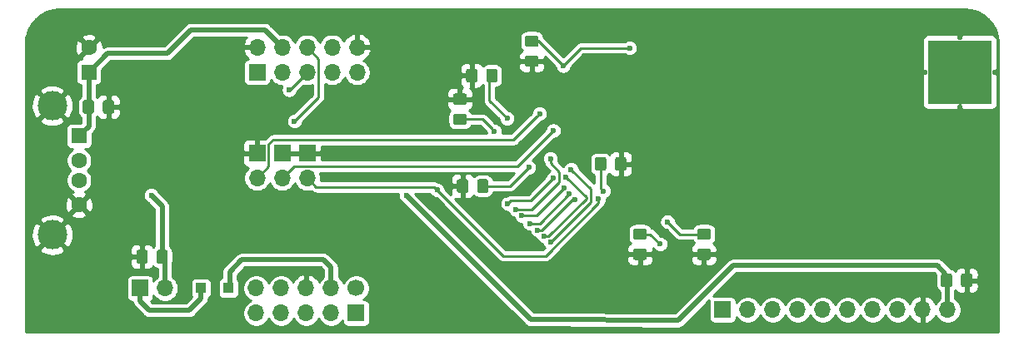
<source format=gbl>
G04 #@! TF.GenerationSoftware,KiCad,Pcbnew,(5.1.5)-3*
G04 #@! TF.CreationDate,2020-01-25T14:55:43-05:00*
G04 #@! TF.ProjectId,SmallyMouse2,536d616c-6c79-44d6-9f75-7365322e6b69,2.0*
G04 #@! TF.SameCoordinates,Original*
G04 #@! TF.FileFunction,Copper,L2,Bot*
G04 #@! TF.FilePolarity,Positive*
%FSLAX46Y46*%
G04 Gerber Fmt 4.6, Leading zero omitted, Abs format (unit mm)*
G04 Created by KiCad (PCBNEW (5.1.5)-3) date 2020-01-25 14:55:43*
%MOMM*%
%LPD*%
G04 APERTURE LIST*
%ADD10R,1.100000X1.100000*%
%ADD11O,1.700000X1.700000*%
%ADD12R,1.700000X1.700000*%
%ADD13C,0.150000*%
%ADD14C,1.700000*%
%ADD15C,1.600000*%
%ADD16R,1.600000X1.600000*%
%ADD17R,6.400000X6.400000*%
%ADD18C,0.800000*%
%ADD19C,3.000000*%
%ADD20C,0.600000*%
%ADD21C,0.250000*%
%ADD22C,0.500000*%
%ADD23C,0.254000*%
G04 APERTURE END LIST*
D10*
X111200000Y-55000000D03*
X108400000Y-55000000D03*
D11*
X104740000Y-54990000D03*
D12*
X102200000Y-54990000D03*
G04 #@! TA.AperFunction,SMDPad,CuDef*
D13*
G36*
X104799505Y-51101204D02*
G01*
X104823773Y-51104804D01*
X104847572Y-51110765D01*
X104870671Y-51119030D01*
X104892850Y-51129520D01*
X104913893Y-51142132D01*
X104933599Y-51156747D01*
X104951777Y-51173223D01*
X104968253Y-51191401D01*
X104982868Y-51211107D01*
X104995480Y-51232150D01*
X105005970Y-51254329D01*
X105014235Y-51277428D01*
X105020196Y-51301227D01*
X105023796Y-51325495D01*
X105025000Y-51349999D01*
X105025000Y-52250001D01*
X105023796Y-52274505D01*
X105020196Y-52298773D01*
X105014235Y-52322572D01*
X105005970Y-52345671D01*
X104995480Y-52367850D01*
X104982868Y-52388893D01*
X104968253Y-52408599D01*
X104951777Y-52426777D01*
X104933599Y-52443253D01*
X104913893Y-52457868D01*
X104892850Y-52470480D01*
X104870671Y-52480970D01*
X104847572Y-52489235D01*
X104823773Y-52495196D01*
X104799505Y-52498796D01*
X104775001Y-52500000D01*
X104124999Y-52500000D01*
X104100495Y-52498796D01*
X104076227Y-52495196D01*
X104052428Y-52489235D01*
X104029329Y-52480970D01*
X104007150Y-52470480D01*
X103986107Y-52457868D01*
X103966401Y-52443253D01*
X103948223Y-52426777D01*
X103931747Y-52408599D01*
X103917132Y-52388893D01*
X103904520Y-52367850D01*
X103894030Y-52345671D01*
X103885765Y-52322572D01*
X103879804Y-52298773D01*
X103876204Y-52274505D01*
X103875000Y-52250001D01*
X103875000Y-51349999D01*
X103876204Y-51325495D01*
X103879804Y-51301227D01*
X103885765Y-51277428D01*
X103894030Y-51254329D01*
X103904520Y-51232150D01*
X103917132Y-51211107D01*
X103931747Y-51191401D01*
X103948223Y-51173223D01*
X103966401Y-51156747D01*
X103986107Y-51142132D01*
X104007150Y-51129520D01*
X104029329Y-51119030D01*
X104052428Y-51110765D01*
X104076227Y-51104804D01*
X104100495Y-51101204D01*
X104124999Y-51100000D01*
X104775001Y-51100000D01*
X104799505Y-51101204D01*
G37*
G04 #@! TD.AperFunction*
G04 #@! TA.AperFunction,SMDPad,CuDef*
G36*
X102749505Y-51101204D02*
G01*
X102773773Y-51104804D01*
X102797572Y-51110765D01*
X102820671Y-51119030D01*
X102842850Y-51129520D01*
X102863893Y-51142132D01*
X102883599Y-51156747D01*
X102901777Y-51173223D01*
X102918253Y-51191401D01*
X102932868Y-51211107D01*
X102945480Y-51232150D01*
X102955970Y-51254329D01*
X102964235Y-51277428D01*
X102970196Y-51301227D01*
X102973796Y-51325495D01*
X102975000Y-51349999D01*
X102975000Y-52250001D01*
X102973796Y-52274505D01*
X102970196Y-52298773D01*
X102964235Y-52322572D01*
X102955970Y-52345671D01*
X102945480Y-52367850D01*
X102932868Y-52388893D01*
X102918253Y-52408599D01*
X102901777Y-52426777D01*
X102883599Y-52443253D01*
X102863893Y-52457868D01*
X102842850Y-52470480D01*
X102820671Y-52480970D01*
X102797572Y-52489235D01*
X102773773Y-52495196D01*
X102749505Y-52498796D01*
X102725001Y-52500000D01*
X102074999Y-52500000D01*
X102050495Y-52498796D01*
X102026227Y-52495196D01*
X102002428Y-52489235D01*
X101979329Y-52480970D01*
X101957150Y-52470480D01*
X101936107Y-52457868D01*
X101916401Y-52443253D01*
X101898223Y-52426777D01*
X101881747Y-52408599D01*
X101867132Y-52388893D01*
X101854520Y-52367850D01*
X101844030Y-52345671D01*
X101835765Y-52322572D01*
X101829804Y-52298773D01*
X101826204Y-52274505D01*
X101825000Y-52250001D01*
X101825000Y-51349999D01*
X101826204Y-51325495D01*
X101829804Y-51301227D01*
X101835765Y-51277428D01*
X101844030Y-51254329D01*
X101854520Y-51232150D01*
X101867132Y-51211107D01*
X101881747Y-51191401D01*
X101898223Y-51173223D01*
X101916401Y-51156747D01*
X101936107Y-51142132D01*
X101957150Y-51129520D01*
X101979329Y-51119030D01*
X102002428Y-51110765D01*
X102026227Y-51104804D01*
X102050495Y-51101204D01*
X102074999Y-51100000D01*
X102725001Y-51100000D01*
X102749505Y-51101204D01*
G37*
G04 #@! TD.AperFunction*
D11*
X119180000Y-43790000D03*
D12*
X119180000Y-41250000D03*
D11*
X114000000Y-57540000D03*
X114000000Y-55000000D03*
X116540000Y-57540000D03*
X116540000Y-55000000D03*
X119080000Y-57540000D03*
X119080000Y-55000000D03*
X121620000Y-57540000D03*
X121620000Y-55000000D03*
D12*
X124160000Y-57540000D03*
D14*
X124160000Y-55000000D03*
D11*
X184260000Y-57200000D03*
X181720000Y-57200000D03*
X179180000Y-57200000D03*
X176640000Y-57200000D03*
X174100000Y-57200000D03*
X171560000Y-57200000D03*
X169020000Y-57200000D03*
X166480000Y-57200000D03*
X163940000Y-57200000D03*
D12*
X161400000Y-57200000D03*
D15*
X97000000Y-30500000D03*
D16*
X97000000Y-33000000D03*
D17*
X185500000Y-33000000D03*
D18*
X187900000Y-33000000D03*
X187197056Y-34697056D03*
X185500000Y-35400000D03*
X183802944Y-34697056D03*
X183100000Y-33000000D03*
X183802944Y-31302944D03*
X185500000Y-30600000D03*
X187197056Y-31302944D03*
G04 #@! TA.AperFunction,SMDPad,CuDef*
D13*
G36*
X97299505Y-35851204D02*
G01*
X97323773Y-35854804D01*
X97347572Y-35860765D01*
X97370671Y-35869030D01*
X97392850Y-35879520D01*
X97413893Y-35892132D01*
X97433599Y-35906747D01*
X97451777Y-35923223D01*
X97468253Y-35941401D01*
X97482868Y-35961107D01*
X97495480Y-35982150D01*
X97505970Y-36004329D01*
X97514235Y-36027428D01*
X97520196Y-36051227D01*
X97523796Y-36075495D01*
X97525000Y-36099999D01*
X97525000Y-37000001D01*
X97523796Y-37024505D01*
X97520196Y-37048773D01*
X97514235Y-37072572D01*
X97505970Y-37095671D01*
X97495480Y-37117850D01*
X97482868Y-37138893D01*
X97468253Y-37158599D01*
X97451777Y-37176777D01*
X97433599Y-37193253D01*
X97413893Y-37207868D01*
X97392850Y-37220480D01*
X97370671Y-37230970D01*
X97347572Y-37239235D01*
X97323773Y-37245196D01*
X97299505Y-37248796D01*
X97275001Y-37250000D01*
X96624999Y-37250000D01*
X96600495Y-37248796D01*
X96576227Y-37245196D01*
X96552428Y-37239235D01*
X96529329Y-37230970D01*
X96507150Y-37220480D01*
X96486107Y-37207868D01*
X96466401Y-37193253D01*
X96448223Y-37176777D01*
X96431747Y-37158599D01*
X96417132Y-37138893D01*
X96404520Y-37117850D01*
X96394030Y-37095671D01*
X96385765Y-37072572D01*
X96379804Y-37048773D01*
X96376204Y-37024505D01*
X96375000Y-37000001D01*
X96375000Y-36099999D01*
X96376204Y-36075495D01*
X96379804Y-36051227D01*
X96385765Y-36027428D01*
X96394030Y-36004329D01*
X96404520Y-35982150D01*
X96417132Y-35961107D01*
X96431747Y-35941401D01*
X96448223Y-35923223D01*
X96466401Y-35906747D01*
X96486107Y-35892132D01*
X96507150Y-35879520D01*
X96529329Y-35869030D01*
X96552428Y-35860765D01*
X96576227Y-35854804D01*
X96600495Y-35851204D01*
X96624999Y-35850000D01*
X97275001Y-35850000D01*
X97299505Y-35851204D01*
G37*
G04 #@! TD.AperFunction*
G04 #@! TA.AperFunction,SMDPad,CuDef*
G36*
X99349505Y-35851204D02*
G01*
X99373773Y-35854804D01*
X99397572Y-35860765D01*
X99420671Y-35869030D01*
X99442850Y-35879520D01*
X99463893Y-35892132D01*
X99483599Y-35906747D01*
X99501777Y-35923223D01*
X99518253Y-35941401D01*
X99532868Y-35961107D01*
X99545480Y-35982150D01*
X99555970Y-36004329D01*
X99564235Y-36027428D01*
X99570196Y-36051227D01*
X99573796Y-36075495D01*
X99575000Y-36099999D01*
X99575000Y-37000001D01*
X99573796Y-37024505D01*
X99570196Y-37048773D01*
X99564235Y-37072572D01*
X99555970Y-37095671D01*
X99545480Y-37117850D01*
X99532868Y-37138893D01*
X99518253Y-37158599D01*
X99501777Y-37176777D01*
X99483599Y-37193253D01*
X99463893Y-37207868D01*
X99442850Y-37220480D01*
X99420671Y-37230970D01*
X99397572Y-37239235D01*
X99373773Y-37245196D01*
X99349505Y-37248796D01*
X99325001Y-37250000D01*
X98674999Y-37250000D01*
X98650495Y-37248796D01*
X98626227Y-37245196D01*
X98602428Y-37239235D01*
X98579329Y-37230970D01*
X98557150Y-37220480D01*
X98536107Y-37207868D01*
X98516401Y-37193253D01*
X98498223Y-37176777D01*
X98481747Y-37158599D01*
X98467132Y-37138893D01*
X98454520Y-37117850D01*
X98444030Y-37095671D01*
X98435765Y-37072572D01*
X98429804Y-37048773D01*
X98426204Y-37024505D01*
X98425000Y-37000001D01*
X98425000Y-36099999D01*
X98426204Y-36075495D01*
X98429804Y-36051227D01*
X98435765Y-36027428D01*
X98444030Y-36004329D01*
X98454520Y-35982150D01*
X98467132Y-35961107D01*
X98481747Y-35941401D01*
X98498223Y-35923223D01*
X98516401Y-35906747D01*
X98536107Y-35892132D01*
X98557150Y-35879520D01*
X98579329Y-35869030D01*
X98602428Y-35860765D01*
X98626227Y-35854804D01*
X98650495Y-35851204D01*
X98674999Y-35850000D01*
X99325001Y-35850000D01*
X99349505Y-35851204D01*
G37*
G04 #@! TD.AperFunction*
D15*
X96000000Y-46500000D03*
X96000000Y-44000000D03*
X96000000Y-42000000D03*
D16*
X96000000Y-39500000D03*
D19*
X93290000Y-36430000D03*
X93290000Y-49570000D03*
D11*
X124260000Y-30480000D03*
X124260000Y-33020000D03*
X121720000Y-30480000D03*
X121720000Y-33020000D03*
X119180000Y-30480000D03*
X119180000Y-33020000D03*
X116640000Y-30480000D03*
X116640000Y-33020000D03*
X114100000Y-30480000D03*
D12*
X114100000Y-33020000D03*
D11*
X114100000Y-43790000D03*
D12*
X114100000Y-41250000D03*
G04 #@! TA.AperFunction,SMDPad,CuDef*
D13*
G36*
X159974505Y-50976204D02*
G01*
X159998773Y-50979804D01*
X160022572Y-50985765D01*
X160045671Y-50994030D01*
X160067850Y-51004520D01*
X160088893Y-51017132D01*
X160108599Y-51031747D01*
X160126777Y-51048223D01*
X160143253Y-51066401D01*
X160157868Y-51086107D01*
X160170480Y-51107150D01*
X160180970Y-51129329D01*
X160189235Y-51152428D01*
X160195196Y-51176227D01*
X160198796Y-51200495D01*
X160200000Y-51224999D01*
X160200000Y-51875001D01*
X160198796Y-51899505D01*
X160195196Y-51923773D01*
X160189235Y-51947572D01*
X160180970Y-51970671D01*
X160170480Y-51992850D01*
X160157868Y-52013893D01*
X160143253Y-52033599D01*
X160126777Y-52051777D01*
X160108599Y-52068253D01*
X160088893Y-52082868D01*
X160067850Y-52095480D01*
X160045671Y-52105970D01*
X160022572Y-52114235D01*
X159998773Y-52120196D01*
X159974505Y-52123796D01*
X159950001Y-52125000D01*
X159049999Y-52125000D01*
X159025495Y-52123796D01*
X159001227Y-52120196D01*
X158977428Y-52114235D01*
X158954329Y-52105970D01*
X158932150Y-52095480D01*
X158911107Y-52082868D01*
X158891401Y-52068253D01*
X158873223Y-52051777D01*
X158856747Y-52033599D01*
X158842132Y-52013893D01*
X158829520Y-51992850D01*
X158819030Y-51970671D01*
X158810765Y-51947572D01*
X158804804Y-51923773D01*
X158801204Y-51899505D01*
X158800000Y-51875001D01*
X158800000Y-51224999D01*
X158801204Y-51200495D01*
X158804804Y-51176227D01*
X158810765Y-51152428D01*
X158819030Y-51129329D01*
X158829520Y-51107150D01*
X158842132Y-51086107D01*
X158856747Y-51066401D01*
X158873223Y-51048223D01*
X158891401Y-51031747D01*
X158911107Y-51017132D01*
X158932150Y-51004520D01*
X158954329Y-50994030D01*
X158977428Y-50985765D01*
X159001227Y-50979804D01*
X159025495Y-50976204D01*
X159049999Y-50975000D01*
X159950001Y-50975000D01*
X159974505Y-50976204D01*
G37*
G04 #@! TD.AperFunction*
G04 #@! TA.AperFunction,SMDPad,CuDef*
G36*
X159974505Y-48926204D02*
G01*
X159998773Y-48929804D01*
X160022572Y-48935765D01*
X160045671Y-48944030D01*
X160067850Y-48954520D01*
X160088893Y-48967132D01*
X160108599Y-48981747D01*
X160126777Y-48998223D01*
X160143253Y-49016401D01*
X160157868Y-49036107D01*
X160170480Y-49057150D01*
X160180970Y-49079329D01*
X160189235Y-49102428D01*
X160195196Y-49126227D01*
X160198796Y-49150495D01*
X160200000Y-49174999D01*
X160200000Y-49825001D01*
X160198796Y-49849505D01*
X160195196Y-49873773D01*
X160189235Y-49897572D01*
X160180970Y-49920671D01*
X160170480Y-49942850D01*
X160157868Y-49963893D01*
X160143253Y-49983599D01*
X160126777Y-50001777D01*
X160108599Y-50018253D01*
X160088893Y-50032868D01*
X160067850Y-50045480D01*
X160045671Y-50055970D01*
X160022572Y-50064235D01*
X159998773Y-50070196D01*
X159974505Y-50073796D01*
X159950001Y-50075000D01*
X159049999Y-50075000D01*
X159025495Y-50073796D01*
X159001227Y-50070196D01*
X158977428Y-50064235D01*
X158954329Y-50055970D01*
X158932150Y-50045480D01*
X158911107Y-50032868D01*
X158891401Y-50018253D01*
X158873223Y-50001777D01*
X158856747Y-49983599D01*
X158842132Y-49963893D01*
X158829520Y-49942850D01*
X158819030Y-49920671D01*
X158810765Y-49897572D01*
X158804804Y-49873773D01*
X158801204Y-49849505D01*
X158800000Y-49825001D01*
X158800000Y-49174999D01*
X158801204Y-49150495D01*
X158804804Y-49126227D01*
X158810765Y-49102428D01*
X158819030Y-49079329D01*
X158829520Y-49057150D01*
X158842132Y-49036107D01*
X158856747Y-49016401D01*
X158873223Y-48998223D01*
X158891401Y-48981747D01*
X158911107Y-48967132D01*
X158932150Y-48954520D01*
X158954329Y-48944030D01*
X158977428Y-48935765D01*
X159001227Y-48929804D01*
X159025495Y-48926204D01*
X159049999Y-48925000D01*
X159950001Y-48925000D01*
X159974505Y-48926204D01*
G37*
G04 #@! TD.AperFunction*
G04 #@! TA.AperFunction,SMDPad,CuDef*
G36*
X184499505Y-53501204D02*
G01*
X184523773Y-53504804D01*
X184547572Y-53510765D01*
X184570671Y-53519030D01*
X184592850Y-53529520D01*
X184613893Y-53542132D01*
X184633599Y-53556747D01*
X184651777Y-53573223D01*
X184668253Y-53591401D01*
X184682868Y-53611107D01*
X184695480Y-53632150D01*
X184705970Y-53654329D01*
X184714235Y-53677428D01*
X184720196Y-53701227D01*
X184723796Y-53725495D01*
X184725000Y-53749999D01*
X184725000Y-54650001D01*
X184723796Y-54674505D01*
X184720196Y-54698773D01*
X184714235Y-54722572D01*
X184705970Y-54745671D01*
X184695480Y-54767850D01*
X184682868Y-54788893D01*
X184668253Y-54808599D01*
X184651777Y-54826777D01*
X184633599Y-54843253D01*
X184613893Y-54857868D01*
X184592850Y-54870480D01*
X184570671Y-54880970D01*
X184547572Y-54889235D01*
X184523773Y-54895196D01*
X184499505Y-54898796D01*
X184475001Y-54900000D01*
X183824999Y-54900000D01*
X183800495Y-54898796D01*
X183776227Y-54895196D01*
X183752428Y-54889235D01*
X183729329Y-54880970D01*
X183707150Y-54870480D01*
X183686107Y-54857868D01*
X183666401Y-54843253D01*
X183648223Y-54826777D01*
X183631747Y-54808599D01*
X183617132Y-54788893D01*
X183604520Y-54767850D01*
X183594030Y-54745671D01*
X183585765Y-54722572D01*
X183579804Y-54698773D01*
X183576204Y-54674505D01*
X183575000Y-54650001D01*
X183575000Y-53749999D01*
X183576204Y-53725495D01*
X183579804Y-53701227D01*
X183585765Y-53677428D01*
X183594030Y-53654329D01*
X183604520Y-53632150D01*
X183617132Y-53611107D01*
X183631747Y-53591401D01*
X183648223Y-53573223D01*
X183666401Y-53556747D01*
X183686107Y-53542132D01*
X183707150Y-53529520D01*
X183729329Y-53519030D01*
X183752428Y-53510765D01*
X183776227Y-53504804D01*
X183800495Y-53501204D01*
X183824999Y-53500000D01*
X184475001Y-53500000D01*
X184499505Y-53501204D01*
G37*
G04 #@! TD.AperFunction*
G04 #@! TA.AperFunction,SMDPad,CuDef*
G36*
X186549505Y-53501204D02*
G01*
X186573773Y-53504804D01*
X186597572Y-53510765D01*
X186620671Y-53519030D01*
X186642850Y-53529520D01*
X186663893Y-53542132D01*
X186683599Y-53556747D01*
X186701777Y-53573223D01*
X186718253Y-53591401D01*
X186732868Y-53611107D01*
X186745480Y-53632150D01*
X186755970Y-53654329D01*
X186764235Y-53677428D01*
X186770196Y-53701227D01*
X186773796Y-53725495D01*
X186775000Y-53749999D01*
X186775000Y-54650001D01*
X186773796Y-54674505D01*
X186770196Y-54698773D01*
X186764235Y-54722572D01*
X186755970Y-54745671D01*
X186745480Y-54767850D01*
X186732868Y-54788893D01*
X186718253Y-54808599D01*
X186701777Y-54826777D01*
X186683599Y-54843253D01*
X186663893Y-54857868D01*
X186642850Y-54870480D01*
X186620671Y-54880970D01*
X186597572Y-54889235D01*
X186573773Y-54895196D01*
X186549505Y-54898796D01*
X186525001Y-54900000D01*
X185874999Y-54900000D01*
X185850495Y-54898796D01*
X185826227Y-54895196D01*
X185802428Y-54889235D01*
X185779329Y-54880970D01*
X185757150Y-54870480D01*
X185736107Y-54857868D01*
X185716401Y-54843253D01*
X185698223Y-54826777D01*
X185681747Y-54808599D01*
X185667132Y-54788893D01*
X185654520Y-54767850D01*
X185644030Y-54745671D01*
X185635765Y-54722572D01*
X185629804Y-54698773D01*
X185626204Y-54674505D01*
X185625000Y-54650001D01*
X185625000Y-53749999D01*
X185626204Y-53725495D01*
X185629804Y-53701227D01*
X185635765Y-53677428D01*
X185644030Y-53654329D01*
X185654520Y-53632150D01*
X185667132Y-53611107D01*
X185681747Y-53591401D01*
X185698223Y-53573223D01*
X185716401Y-53556747D01*
X185736107Y-53542132D01*
X185757150Y-53529520D01*
X185779329Y-53519030D01*
X185802428Y-53510765D01*
X185826227Y-53504804D01*
X185850495Y-53501204D01*
X185874999Y-53500000D01*
X186525001Y-53500000D01*
X186549505Y-53501204D01*
G37*
G04 #@! TD.AperFunction*
G04 #@! TA.AperFunction,SMDPad,CuDef*
G36*
X149349505Y-41651204D02*
G01*
X149373773Y-41654804D01*
X149397572Y-41660765D01*
X149420671Y-41669030D01*
X149442850Y-41679520D01*
X149463893Y-41692132D01*
X149483599Y-41706747D01*
X149501777Y-41723223D01*
X149518253Y-41741401D01*
X149532868Y-41761107D01*
X149545480Y-41782150D01*
X149555970Y-41804329D01*
X149564235Y-41827428D01*
X149570196Y-41851227D01*
X149573796Y-41875495D01*
X149575000Y-41899999D01*
X149575000Y-42800001D01*
X149573796Y-42824505D01*
X149570196Y-42848773D01*
X149564235Y-42872572D01*
X149555970Y-42895671D01*
X149545480Y-42917850D01*
X149532868Y-42938893D01*
X149518253Y-42958599D01*
X149501777Y-42976777D01*
X149483599Y-42993253D01*
X149463893Y-43007868D01*
X149442850Y-43020480D01*
X149420671Y-43030970D01*
X149397572Y-43039235D01*
X149373773Y-43045196D01*
X149349505Y-43048796D01*
X149325001Y-43050000D01*
X148674999Y-43050000D01*
X148650495Y-43048796D01*
X148626227Y-43045196D01*
X148602428Y-43039235D01*
X148579329Y-43030970D01*
X148557150Y-43020480D01*
X148536107Y-43007868D01*
X148516401Y-42993253D01*
X148498223Y-42976777D01*
X148481747Y-42958599D01*
X148467132Y-42938893D01*
X148454520Y-42917850D01*
X148444030Y-42895671D01*
X148435765Y-42872572D01*
X148429804Y-42848773D01*
X148426204Y-42824505D01*
X148425000Y-42800001D01*
X148425000Y-41899999D01*
X148426204Y-41875495D01*
X148429804Y-41851227D01*
X148435765Y-41827428D01*
X148444030Y-41804329D01*
X148454520Y-41782150D01*
X148467132Y-41761107D01*
X148481747Y-41741401D01*
X148498223Y-41723223D01*
X148516401Y-41706747D01*
X148536107Y-41692132D01*
X148557150Y-41679520D01*
X148579329Y-41669030D01*
X148602428Y-41660765D01*
X148626227Y-41654804D01*
X148650495Y-41651204D01*
X148674999Y-41650000D01*
X149325001Y-41650000D01*
X149349505Y-41651204D01*
G37*
G04 #@! TD.AperFunction*
G04 #@! TA.AperFunction,SMDPad,CuDef*
G36*
X151399505Y-41651204D02*
G01*
X151423773Y-41654804D01*
X151447572Y-41660765D01*
X151470671Y-41669030D01*
X151492850Y-41679520D01*
X151513893Y-41692132D01*
X151533599Y-41706747D01*
X151551777Y-41723223D01*
X151568253Y-41741401D01*
X151582868Y-41761107D01*
X151595480Y-41782150D01*
X151605970Y-41804329D01*
X151614235Y-41827428D01*
X151620196Y-41851227D01*
X151623796Y-41875495D01*
X151625000Y-41899999D01*
X151625000Y-42800001D01*
X151623796Y-42824505D01*
X151620196Y-42848773D01*
X151614235Y-42872572D01*
X151605970Y-42895671D01*
X151595480Y-42917850D01*
X151582868Y-42938893D01*
X151568253Y-42958599D01*
X151551777Y-42976777D01*
X151533599Y-42993253D01*
X151513893Y-43007868D01*
X151492850Y-43020480D01*
X151470671Y-43030970D01*
X151447572Y-43039235D01*
X151423773Y-43045196D01*
X151399505Y-43048796D01*
X151375001Y-43050000D01*
X150724999Y-43050000D01*
X150700495Y-43048796D01*
X150676227Y-43045196D01*
X150652428Y-43039235D01*
X150629329Y-43030970D01*
X150607150Y-43020480D01*
X150586107Y-43007868D01*
X150566401Y-42993253D01*
X150548223Y-42976777D01*
X150531747Y-42958599D01*
X150517132Y-42938893D01*
X150504520Y-42917850D01*
X150494030Y-42895671D01*
X150485765Y-42872572D01*
X150479804Y-42848773D01*
X150476204Y-42824505D01*
X150475000Y-42800001D01*
X150475000Y-41899999D01*
X150476204Y-41875495D01*
X150479804Y-41851227D01*
X150485765Y-41827428D01*
X150494030Y-41804329D01*
X150504520Y-41782150D01*
X150517132Y-41761107D01*
X150531747Y-41741401D01*
X150548223Y-41723223D01*
X150566401Y-41706747D01*
X150586107Y-41692132D01*
X150607150Y-41679520D01*
X150629329Y-41669030D01*
X150652428Y-41660765D01*
X150676227Y-41654804D01*
X150700495Y-41651204D01*
X150724999Y-41650000D01*
X151375001Y-41650000D01*
X151399505Y-41651204D01*
G37*
G04 #@! TD.AperFunction*
G04 #@! TA.AperFunction,SMDPad,CuDef*
G36*
X135174505Y-37226204D02*
G01*
X135198773Y-37229804D01*
X135222572Y-37235765D01*
X135245671Y-37244030D01*
X135267850Y-37254520D01*
X135288893Y-37267132D01*
X135308599Y-37281747D01*
X135326777Y-37298223D01*
X135343253Y-37316401D01*
X135357868Y-37336107D01*
X135370480Y-37357150D01*
X135380970Y-37379329D01*
X135389235Y-37402428D01*
X135395196Y-37426227D01*
X135398796Y-37450495D01*
X135400000Y-37474999D01*
X135400000Y-38125001D01*
X135398796Y-38149505D01*
X135395196Y-38173773D01*
X135389235Y-38197572D01*
X135380970Y-38220671D01*
X135370480Y-38242850D01*
X135357868Y-38263893D01*
X135343253Y-38283599D01*
X135326777Y-38301777D01*
X135308599Y-38318253D01*
X135288893Y-38332868D01*
X135267850Y-38345480D01*
X135245671Y-38355970D01*
X135222572Y-38364235D01*
X135198773Y-38370196D01*
X135174505Y-38373796D01*
X135150001Y-38375000D01*
X134249999Y-38375000D01*
X134225495Y-38373796D01*
X134201227Y-38370196D01*
X134177428Y-38364235D01*
X134154329Y-38355970D01*
X134132150Y-38345480D01*
X134111107Y-38332868D01*
X134091401Y-38318253D01*
X134073223Y-38301777D01*
X134056747Y-38283599D01*
X134042132Y-38263893D01*
X134029520Y-38242850D01*
X134019030Y-38220671D01*
X134010765Y-38197572D01*
X134004804Y-38173773D01*
X134001204Y-38149505D01*
X134000000Y-38125001D01*
X134000000Y-37474999D01*
X134001204Y-37450495D01*
X134004804Y-37426227D01*
X134010765Y-37402428D01*
X134019030Y-37379329D01*
X134029520Y-37357150D01*
X134042132Y-37336107D01*
X134056747Y-37316401D01*
X134073223Y-37298223D01*
X134091401Y-37281747D01*
X134111107Y-37267132D01*
X134132150Y-37254520D01*
X134154329Y-37244030D01*
X134177428Y-37235765D01*
X134201227Y-37229804D01*
X134225495Y-37226204D01*
X134249999Y-37225000D01*
X135150001Y-37225000D01*
X135174505Y-37226204D01*
G37*
G04 #@! TD.AperFunction*
G04 #@! TA.AperFunction,SMDPad,CuDef*
G36*
X135174505Y-35176204D02*
G01*
X135198773Y-35179804D01*
X135222572Y-35185765D01*
X135245671Y-35194030D01*
X135267850Y-35204520D01*
X135288893Y-35217132D01*
X135308599Y-35231747D01*
X135326777Y-35248223D01*
X135343253Y-35266401D01*
X135357868Y-35286107D01*
X135370480Y-35307150D01*
X135380970Y-35329329D01*
X135389235Y-35352428D01*
X135395196Y-35376227D01*
X135398796Y-35400495D01*
X135400000Y-35424999D01*
X135400000Y-36075001D01*
X135398796Y-36099505D01*
X135395196Y-36123773D01*
X135389235Y-36147572D01*
X135380970Y-36170671D01*
X135370480Y-36192850D01*
X135357868Y-36213893D01*
X135343253Y-36233599D01*
X135326777Y-36251777D01*
X135308599Y-36268253D01*
X135288893Y-36282868D01*
X135267850Y-36295480D01*
X135245671Y-36305970D01*
X135222572Y-36314235D01*
X135198773Y-36320196D01*
X135174505Y-36323796D01*
X135150001Y-36325000D01*
X134249999Y-36325000D01*
X134225495Y-36323796D01*
X134201227Y-36320196D01*
X134177428Y-36314235D01*
X134154329Y-36305970D01*
X134132150Y-36295480D01*
X134111107Y-36282868D01*
X134091401Y-36268253D01*
X134073223Y-36251777D01*
X134056747Y-36233599D01*
X134042132Y-36213893D01*
X134029520Y-36192850D01*
X134019030Y-36170671D01*
X134010765Y-36147572D01*
X134004804Y-36123773D01*
X134001204Y-36099505D01*
X134000000Y-36075001D01*
X134000000Y-35424999D01*
X134001204Y-35400495D01*
X134004804Y-35376227D01*
X134010765Y-35352428D01*
X134019030Y-35329329D01*
X134029520Y-35307150D01*
X134042132Y-35286107D01*
X134056747Y-35266401D01*
X134073223Y-35248223D01*
X134091401Y-35231747D01*
X134111107Y-35217132D01*
X134132150Y-35204520D01*
X134154329Y-35194030D01*
X134177428Y-35185765D01*
X134201227Y-35179804D01*
X134225495Y-35176204D01*
X134249999Y-35175000D01*
X135150001Y-35175000D01*
X135174505Y-35176204D01*
G37*
G04 #@! TD.AperFunction*
G04 #@! TA.AperFunction,SMDPad,CuDef*
G36*
X142474505Y-29276204D02*
G01*
X142498773Y-29279804D01*
X142522572Y-29285765D01*
X142545671Y-29294030D01*
X142567850Y-29304520D01*
X142588893Y-29317132D01*
X142608599Y-29331747D01*
X142626777Y-29348223D01*
X142643253Y-29366401D01*
X142657868Y-29386107D01*
X142670480Y-29407150D01*
X142680970Y-29429329D01*
X142689235Y-29452428D01*
X142695196Y-29476227D01*
X142698796Y-29500495D01*
X142700000Y-29524999D01*
X142700000Y-30175001D01*
X142698796Y-30199505D01*
X142695196Y-30223773D01*
X142689235Y-30247572D01*
X142680970Y-30270671D01*
X142670480Y-30292850D01*
X142657868Y-30313893D01*
X142643253Y-30333599D01*
X142626777Y-30351777D01*
X142608599Y-30368253D01*
X142588893Y-30382868D01*
X142567850Y-30395480D01*
X142545671Y-30405970D01*
X142522572Y-30414235D01*
X142498773Y-30420196D01*
X142474505Y-30423796D01*
X142450001Y-30425000D01*
X141549999Y-30425000D01*
X141525495Y-30423796D01*
X141501227Y-30420196D01*
X141477428Y-30414235D01*
X141454329Y-30405970D01*
X141432150Y-30395480D01*
X141411107Y-30382868D01*
X141391401Y-30368253D01*
X141373223Y-30351777D01*
X141356747Y-30333599D01*
X141342132Y-30313893D01*
X141329520Y-30292850D01*
X141319030Y-30270671D01*
X141310765Y-30247572D01*
X141304804Y-30223773D01*
X141301204Y-30199505D01*
X141300000Y-30175001D01*
X141300000Y-29524999D01*
X141301204Y-29500495D01*
X141304804Y-29476227D01*
X141310765Y-29452428D01*
X141319030Y-29429329D01*
X141329520Y-29407150D01*
X141342132Y-29386107D01*
X141356747Y-29366401D01*
X141373223Y-29348223D01*
X141391401Y-29331747D01*
X141411107Y-29317132D01*
X141432150Y-29304520D01*
X141454329Y-29294030D01*
X141477428Y-29285765D01*
X141501227Y-29279804D01*
X141525495Y-29276204D01*
X141549999Y-29275000D01*
X142450001Y-29275000D01*
X142474505Y-29276204D01*
G37*
G04 #@! TD.AperFunction*
G04 #@! TA.AperFunction,SMDPad,CuDef*
G36*
X142474505Y-31326204D02*
G01*
X142498773Y-31329804D01*
X142522572Y-31335765D01*
X142545671Y-31344030D01*
X142567850Y-31354520D01*
X142588893Y-31367132D01*
X142608599Y-31381747D01*
X142626777Y-31398223D01*
X142643253Y-31416401D01*
X142657868Y-31436107D01*
X142670480Y-31457150D01*
X142680970Y-31479329D01*
X142689235Y-31502428D01*
X142695196Y-31526227D01*
X142698796Y-31550495D01*
X142700000Y-31574999D01*
X142700000Y-32225001D01*
X142698796Y-32249505D01*
X142695196Y-32273773D01*
X142689235Y-32297572D01*
X142680970Y-32320671D01*
X142670480Y-32342850D01*
X142657868Y-32363893D01*
X142643253Y-32383599D01*
X142626777Y-32401777D01*
X142608599Y-32418253D01*
X142588893Y-32432868D01*
X142567850Y-32445480D01*
X142545671Y-32455970D01*
X142522572Y-32464235D01*
X142498773Y-32470196D01*
X142474505Y-32473796D01*
X142450001Y-32475000D01*
X141549999Y-32475000D01*
X141525495Y-32473796D01*
X141501227Y-32470196D01*
X141477428Y-32464235D01*
X141454329Y-32455970D01*
X141432150Y-32445480D01*
X141411107Y-32432868D01*
X141391401Y-32418253D01*
X141373223Y-32401777D01*
X141356747Y-32383599D01*
X141342132Y-32363893D01*
X141329520Y-32342850D01*
X141319030Y-32320671D01*
X141310765Y-32297572D01*
X141304804Y-32273773D01*
X141301204Y-32249505D01*
X141300000Y-32225001D01*
X141300000Y-31574999D01*
X141301204Y-31550495D01*
X141304804Y-31526227D01*
X141310765Y-31502428D01*
X141319030Y-31479329D01*
X141329520Y-31457150D01*
X141342132Y-31436107D01*
X141356747Y-31416401D01*
X141373223Y-31398223D01*
X141391401Y-31381747D01*
X141411107Y-31367132D01*
X141432150Y-31354520D01*
X141454329Y-31344030D01*
X141477428Y-31335765D01*
X141501227Y-31329804D01*
X141525495Y-31326204D01*
X141549999Y-31325000D01*
X142450001Y-31325000D01*
X142474505Y-31326204D01*
G37*
G04 #@! TD.AperFunction*
G04 #@! TA.AperFunction,SMDPad,CuDef*
G36*
X135324505Y-43901204D02*
G01*
X135348773Y-43904804D01*
X135372572Y-43910765D01*
X135395671Y-43919030D01*
X135417850Y-43929520D01*
X135438893Y-43942132D01*
X135458599Y-43956747D01*
X135476777Y-43973223D01*
X135493253Y-43991401D01*
X135507868Y-44011107D01*
X135520480Y-44032150D01*
X135530970Y-44054329D01*
X135539235Y-44077428D01*
X135545196Y-44101227D01*
X135548796Y-44125495D01*
X135550000Y-44149999D01*
X135550000Y-45050001D01*
X135548796Y-45074505D01*
X135545196Y-45098773D01*
X135539235Y-45122572D01*
X135530970Y-45145671D01*
X135520480Y-45167850D01*
X135507868Y-45188893D01*
X135493253Y-45208599D01*
X135476777Y-45226777D01*
X135458599Y-45243253D01*
X135438893Y-45257868D01*
X135417850Y-45270480D01*
X135395671Y-45280970D01*
X135372572Y-45289235D01*
X135348773Y-45295196D01*
X135324505Y-45298796D01*
X135300001Y-45300000D01*
X134649999Y-45300000D01*
X134625495Y-45298796D01*
X134601227Y-45295196D01*
X134577428Y-45289235D01*
X134554329Y-45280970D01*
X134532150Y-45270480D01*
X134511107Y-45257868D01*
X134491401Y-45243253D01*
X134473223Y-45226777D01*
X134456747Y-45208599D01*
X134442132Y-45188893D01*
X134429520Y-45167850D01*
X134419030Y-45145671D01*
X134410765Y-45122572D01*
X134404804Y-45098773D01*
X134401204Y-45074505D01*
X134400000Y-45050001D01*
X134400000Y-44149999D01*
X134401204Y-44125495D01*
X134404804Y-44101227D01*
X134410765Y-44077428D01*
X134419030Y-44054329D01*
X134429520Y-44032150D01*
X134442132Y-44011107D01*
X134456747Y-43991401D01*
X134473223Y-43973223D01*
X134491401Y-43956747D01*
X134511107Y-43942132D01*
X134532150Y-43929520D01*
X134554329Y-43919030D01*
X134577428Y-43910765D01*
X134601227Y-43904804D01*
X134625495Y-43901204D01*
X134649999Y-43900000D01*
X135300001Y-43900000D01*
X135324505Y-43901204D01*
G37*
G04 #@! TD.AperFunction*
G04 #@! TA.AperFunction,SMDPad,CuDef*
G36*
X137374505Y-43901204D02*
G01*
X137398773Y-43904804D01*
X137422572Y-43910765D01*
X137445671Y-43919030D01*
X137467850Y-43929520D01*
X137488893Y-43942132D01*
X137508599Y-43956747D01*
X137526777Y-43973223D01*
X137543253Y-43991401D01*
X137557868Y-44011107D01*
X137570480Y-44032150D01*
X137580970Y-44054329D01*
X137589235Y-44077428D01*
X137595196Y-44101227D01*
X137598796Y-44125495D01*
X137600000Y-44149999D01*
X137600000Y-45050001D01*
X137598796Y-45074505D01*
X137595196Y-45098773D01*
X137589235Y-45122572D01*
X137580970Y-45145671D01*
X137570480Y-45167850D01*
X137557868Y-45188893D01*
X137543253Y-45208599D01*
X137526777Y-45226777D01*
X137508599Y-45243253D01*
X137488893Y-45257868D01*
X137467850Y-45270480D01*
X137445671Y-45280970D01*
X137422572Y-45289235D01*
X137398773Y-45295196D01*
X137374505Y-45298796D01*
X137350001Y-45300000D01*
X136699999Y-45300000D01*
X136675495Y-45298796D01*
X136651227Y-45295196D01*
X136627428Y-45289235D01*
X136604329Y-45280970D01*
X136582150Y-45270480D01*
X136561107Y-45257868D01*
X136541401Y-45243253D01*
X136523223Y-45226777D01*
X136506747Y-45208599D01*
X136492132Y-45188893D01*
X136479520Y-45167850D01*
X136469030Y-45145671D01*
X136460765Y-45122572D01*
X136454804Y-45098773D01*
X136451204Y-45074505D01*
X136450000Y-45050001D01*
X136450000Y-44149999D01*
X136451204Y-44125495D01*
X136454804Y-44101227D01*
X136460765Y-44077428D01*
X136469030Y-44054329D01*
X136479520Y-44032150D01*
X136492132Y-44011107D01*
X136506747Y-43991401D01*
X136523223Y-43973223D01*
X136541401Y-43956747D01*
X136561107Y-43942132D01*
X136582150Y-43929520D01*
X136604329Y-43919030D01*
X136627428Y-43910765D01*
X136651227Y-43904804D01*
X136675495Y-43901204D01*
X136699999Y-43900000D01*
X137350001Y-43900000D01*
X137374505Y-43901204D01*
G37*
G04 #@! TD.AperFunction*
G04 #@! TA.AperFunction,SMDPad,CuDef*
G36*
X136249505Y-32651204D02*
G01*
X136273773Y-32654804D01*
X136297572Y-32660765D01*
X136320671Y-32669030D01*
X136342850Y-32679520D01*
X136363893Y-32692132D01*
X136383599Y-32706747D01*
X136401777Y-32723223D01*
X136418253Y-32741401D01*
X136432868Y-32761107D01*
X136445480Y-32782150D01*
X136455970Y-32804329D01*
X136464235Y-32827428D01*
X136470196Y-32851227D01*
X136473796Y-32875495D01*
X136475000Y-32899999D01*
X136475000Y-33800001D01*
X136473796Y-33824505D01*
X136470196Y-33848773D01*
X136464235Y-33872572D01*
X136455970Y-33895671D01*
X136445480Y-33917850D01*
X136432868Y-33938893D01*
X136418253Y-33958599D01*
X136401777Y-33976777D01*
X136383599Y-33993253D01*
X136363893Y-34007868D01*
X136342850Y-34020480D01*
X136320671Y-34030970D01*
X136297572Y-34039235D01*
X136273773Y-34045196D01*
X136249505Y-34048796D01*
X136225001Y-34050000D01*
X135574999Y-34050000D01*
X135550495Y-34048796D01*
X135526227Y-34045196D01*
X135502428Y-34039235D01*
X135479329Y-34030970D01*
X135457150Y-34020480D01*
X135436107Y-34007868D01*
X135416401Y-33993253D01*
X135398223Y-33976777D01*
X135381747Y-33958599D01*
X135367132Y-33938893D01*
X135354520Y-33917850D01*
X135344030Y-33895671D01*
X135335765Y-33872572D01*
X135329804Y-33848773D01*
X135326204Y-33824505D01*
X135325000Y-33800001D01*
X135325000Y-32899999D01*
X135326204Y-32875495D01*
X135329804Y-32851227D01*
X135335765Y-32827428D01*
X135344030Y-32804329D01*
X135354520Y-32782150D01*
X135367132Y-32761107D01*
X135381747Y-32741401D01*
X135398223Y-32723223D01*
X135416401Y-32706747D01*
X135436107Y-32692132D01*
X135457150Y-32679520D01*
X135479329Y-32669030D01*
X135502428Y-32660765D01*
X135526227Y-32654804D01*
X135550495Y-32651204D01*
X135574999Y-32650000D01*
X136225001Y-32650000D01*
X136249505Y-32651204D01*
G37*
G04 #@! TD.AperFunction*
G04 #@! TA.AperFunction,SMDPad,CuDef*
G36*
X138299505Y-32651204D02*
G01*
X138323773Y-32654804D01*
X138347572Y-32660765D01*
X138370671Y-32669030D01*
X138392850Y-32679520D01*
X138413893Y-32692132D01*
X138433599Y-32706747D01*
X138451777Y-32723223D01*
X138468253Y-32741401D01*
X138482868Y-32761107D01*
X138495480Y-32782150D01*
X138505970Y-32804329D01*
X138514235Y-32827428D01*
X138520196Y-32851227D01*
X138523796Y-32875495D01*
X138525000Y-32899999D01*
X138525000Y-33800001D01*
X138523796Y-33824505D01*
X138520196Y-33848773D01*
X138514235Y-33872572D01*
X138505970Y-33895671D01*
X138495480Y-33917850D01*
X138482868Y-33938893D01*
X138468253Y-33958599D01*
X138451777Y-33976777D01*
X138433599Y-33993253D01*
X138413893Y-34007868D01*
X138392850Y-34020480D01*
X138370671Y-34030970D01*
X138347572Y-34039235D01*
X138323773Y-34045196D01*
X138299505Y-34048796D01*
X138275001Y-34050000D01*
X137624999Y-34050000D01*
X137600495Y-34048796D01*
X137576227Y-34045196D01*
X137552428Y-34039235D01*
X137529329Y-34030970D01*
X137507150Y-34020480D01*
X137486107Y-34007868D01*
X137466401Y-33993253D01*
X137448223Y-33976777D01*
X137431747Y-33958599D01*
X137417132Y-33938893D01*
X137404520Y-33917850D01*
X137394030Y-33895671D01*
X137385765Y-33872572D01*
X137379804Y-33848773D01*
X137376204Y-33824505D01*
X137375000Y-33800001D01*
X137375000Y-32899999D01*
X137376204Y-32875495D01*
X137379804Y-32851227D01*
X137385765Y-32827428D01*
X137394030Y-32804329D01*
X137404520Y-32782150D01*
X137417132Y-32761107D01*
X137431747Y-32741401D01*
X137448223Y-32723223D01*
X137466401Y-32706747D01*
X137486107Y-32692132D01*
X137507150Y-32679520D01*
X137529329Y-32669030D01*
X137552428Y-32660765D01*
X137576227Y-32654804D01*
X137600495Y-32651204D01*
X137624999Y-32650000D01*
X138275001Y-32650000D01*
X138299505Y-32651204D01*
G37*
G04 #@! TD.AperFunction*
G04 #@! TA.AperFunction,SMDPad,CuDef*
G36*
X153474505Y-50976204D02*
G01*
X153498773Y-50979804D01*
X153522572Y-50985765D01*
X153545671Y-50994030D01*
X153567850Y-51004520D01*
X153588893Y-51017132D01*
X153608599Y-51031747D01*
X153626777Y-51048223D01*
X153643253Y-51066401D01*
X153657868Y-51086107D01*
X153670480Y-51107150D01*
X153680970Y-51129329D01*
X153689235Y-51152428D01*
X153695196Y-51176227D01*
X153698796Y-51200495D01*
X153700000Y-51224999D01*
X153700000Y-51875001D01*
X153698796Y-51899505D01*
X153695196Y-51923773D01*
X153689235Y-51947572D01*
X153680970Y-51970671D01*
X153670480Y-51992850D01*
X153657868Y-52013893D01*
X153643253Y-52033599D01*
X153626777Y-52051777D01*
X153608599Y-52068253D01*
X153588893Y-52082868D01*
X153567850Y-52095480D01*
X153545671Y-52105970D01*
X153522572Y-52114235D01*
X153498773Y-52120196D01*
X153474505Y-52123796D01*
X153450001Y-52125000D01*
X152549999Y-52125000D01*
X152525495Y-52123796D01*
X152501227Y-52120196D01*
X152477428Y-52114235D01*
X152454329Y-52105970D01*
X152432150Y-52095480D01*
X152411107Y-52082868D01*
X152391401Y-52068253D01*
X152373223Y-52051777D01*
X152356747Y-52033599D01*
X152342132Y-52013893D01*
X152329520Y-51992850D01*
X152319030Y-51970671D01*
X152310765Y-51947572D01*
X152304804Y-51923773D01*
X152301204Y-51899505D01*
X152300000Y-51875001D01*
X152300000Y-51224999D01*
X152301204Y-51200495D01*
X152304804Y-51176227D01*
X152310765Y-51152428D01*
X152319030Y-51129329D01*
X152329520Y-51107150D01*
X152342132Y-51086107D01*
X152356747Y-51066401D01*
X152373223Y-51048223D01*
X152391401Y-51031747D01*
X152411107Y-51017132D01*
X152432150Y-51004520D01*
X152454329Y-50994030D01*
X152477428Y-50985765D01*
X152501227Y-50979804D01*
X152525495Y-50976204D01*
X152549999Y-50975000D01*
X153450001Y-50975000D01*
X153474505Y-50976204D01*
G37*
G04 #@! TD.AperFunction*
G04 #@! TA.AperFunction,SMDPad,CuDef*
G36*
X153474505Y-48926204D02*
G01*
X153498773Y-48929804D01*
X153522572Y-48935765D01*
X153545671Y-48944030D01*
X153567850Y-48954520D01*
X153588893Y-48967132D01*
X153608599Y-48981747D01*
X153626777Y-48998223D01*
X153643253Y-49016401D01*
X153657868Y-49036107D01*
X153670480Y-49057150D01*
X153680970Y-49079329D01*
X153689235Y-49102428D01*
X153695196Y-49126227D01*
X153698796Y-49150495D01*
X153700000Y-49174999D01*
X153700000Y-49825001D01*
X153698796Y-49849505D01*
X153695196Y-49873773D01*
X153689235Y-49897572D01*
X153680970Y-49920671D01*
X153670480Y-49942850D01*
X153657868Y-49963893D01*
X153643253Y-49983599D01*
X153626777Y-50001777D01*
X153608599Y-50018253D01*
X153588893Y-50032868D01*
X153567850Y-50045480D01*
X153545671Y-50055970D01*
X153522572Y-50064235D01*
X153498773Y-50070196D01*
X153474505Y-50073796D01*
X153450001Y-50075000D01*
X152549999Y-50075000D01*
X152525495Y-50073796D01*
X152501227Y-50070196D01*
X152477428Y-50064235D01*
X152454329Y-50055970D01*
X152432150Y-50045480D01*
X152411107Y-50032868D01*
X152391401Y-50018253D01*
X152373223Y-50001777D01*
X152356747Y-49983599D01*
X152342132Y-49963893D01*
X152329520Y-49942850D01*
X152319030Y-49920671D01*
X152310765Y-49897572D01*
X152304804Y-49873773D01*
X152301204Y-49849505D01*
X152300000Y-49825001D01*
X152300000Y-49174999D01*
X152301204Y-49150495D01*
X152304804Y-49126227D01*
X152310765Y-49102428D01*
X152319030Y-49079329D01*
X152329520Y-49057150D01*
X152342132Y-49036107D01*
X152356747Y-49016401D01*
X152373223Y-48998223D01*
X152391401Y-48981747D01*
X152411107Y-48967132D01*
X152432150Y-48954520D01*
X152454329Y-48944030D01*
X152477428Y-48935765D01*
X152501227Y-48929804D01*
X152525495Y-48926204D01*
X152549999Y-48925000D01*
X153450001Y-48925000D01*
X153474505Y-48926204D01*
G37*
G04 #@! TD.AperFunction*
D11*
X116640000Y-43790000D03*
D12*
X116640000Y-41250000D03*
D20*
X155800000Y-48250000D03*
X97650000Y-41850000D03*
X172800000Y-56300000D03*
X165200000Y-56300000D03*
X155050000Y-50500000D03*
X139500000Y-37700000D03*
X141700000Y-42700000D03*
X129250000Y-45550000D03*
X145200000Y-32350000D03*
X149300000Y-45100000D03*
X138199970Y-39000000D03*
X151950000Y-30550000D03*
X103350000Y-45550000D03*
X142600000Y-49100000D03*
X146412155Y-46014586D03*
X141800000Y-48399970D03*
X145812155Y-45414586D03*
X145300000Y-44800000D03*
X141002752Y-47625010D03*
X143908051Y-50308051D03*
X146000000Y-42900000D03*
X143299996Y-49700000D03*
X145500000Y-43700000D03*
X139574990Y-46400000D03*
X144200000Y-43799992D03*
X140400008Y-47000000D03*
X143900000Y-41800000D03*
X144200000Y-38950000D03*
X142800000Y-37250000D03*
X117900000Y-38000014D03*
X148800000Y-45900000D03*
X132400000Y-45000000D03*
X117348000Y-34798000D03*
D21*
X159500000Y-49500000D02*
X157050000Y-49500000D01*
X157050000Y-49500000D02*
X155800000Y-48250000D01*
X185500000Y-33000000D02*
X185500000Y-36450000D01*
X153000000Y-49500000D02*
X154050000Y-49500000D01*
X154050000Y-49500000D02*
X155050000Y-50500000D01*
X137700000Y-35900000D02*
X139500000Y-37700000D01*
X137950000Y-33350000D02*
X137700000Y-33600000D01*
X137700000Y-33600000D02*
X137700000Y-35900000D01*
X137025000Y-44600000D02*
X139800000Y-44600000D01*
X139800000Y-44600000D02*
X141700000Y-42700000D01*
D22*
X97000000Y-38500000D02*
X96000000Y-39500000D01*
X97000000Y-33000000D02*
X97000000Y-38500000D01*
X98900000Y-31100000D02*
X97000000Y-33000000D01*
X105600000Y-30480000D02*
X104980000Y-31100000D01*
X104980000Y-31100000D02*
X98900000Y-31100000D01*
X116640000Y-30480000D02*
X114860000Y-28700000D01*
X107380000Y-28700000D02*
X105600000Y-30480000D01*
X114860000Y-28700000D02*
X107380000Y-28700000D01*
X184260000Y-54435000D02*
X184025000Y-54200000D01*
X184260000Y-57200000D02*
X184260000Y-54435000D01*
X183225000Y-52700000D02*
X162500000Y-52700000D01*
X162500000Y-52700000D02*
X156900000Y-58300000D01*
X184025000Y-54200000D02*
X184025000Y-53500000D01*
X184025000Y-53500000D02*
X183225000Y-52700000D01*
X141900000Y-58200000D02*
X142300000Y-58200000D01*
X129250000Y-45550000D02*
X141900000Y-58200000D01*
X156900000Y-58300000D02*
X142300000Y-58200000D01*
X142300000Y-58200000D02*
X142000000Y-58200000D01*
D21*
X142000000Y-29850000D02*
X142700000Y-29850000D01*
X142700000Y-29850000D02*
X145200000Y-32350000D01*
X149000000Y-44800000D02*
X149300000Y-45100000D01*
X149000000Y-42350000D02*
X149000000Y-44800000D01*
X136999970Y-37800000D02*
X137899971Y-38700001D01*
X134700000Y-37800000D02*
X136999970Y-37800000D01*
X137899971Y-38700001D02*
X138199970Y-39000000D01*
X147000000Y-30550000D02*
X145200000Y-32350000D01*
X151950000Y-30550000D02*
X147000000Y-30550000D01*
D22*
X104740000Y-52090000D02*
X104450000Y-51800000D01*
X104450000Y-51800000D02*
X104450000Y-46650000D01*
X104450000Y-46650000D02*
X103350000Y-45550000D01*
X104740000Y-54990000D02*
X104740000Y-52090000D01*
D21*
X142600000Y-49100000D02*
X143024264Y-49100000D01*
X143024264Y-49100000D02*
X146109678Y-46014586D01*
X146109678Y-46014586D02*
X146412155Y-46014586D01*
X142826771Y-48399970D02*
X145812155Y-45414586D01*
X141800000Y-48399970D02*
X142826771Y-48399970D01*
X142474990Y-47625010D02*
X141002752Y-47625010D01*
X145300000Y-44800000D02*
X142474990Y-47625010D01*
X147999999Y-44899999D02*
X146000000Y-42900000D01*
X143908051Y-50308051D02*
X147999999Y-46216103D01*
X147999999Y-46216103D02*
X147999999Y-44899999D01*
X147549989Y-45749989D02*
X145500000Y-43700000D01*
X147549989Y-45874271D02*
X147549989Y-45749989D01*
X143724260Y-49700000D02*
X147549989Y-45874271D01*
X143299996Y-49700000D02*
X143724260Y-49700000D01*
X139574990Y-46400000D02*
X139874990Y-46100000D01*
X141899992Y-46100000D02*
X144200000Y-43799992D01*
X139874990Y-46100000D02*
X141899992Y-46100000D01*
X144825002Y-43149266D02*
X143900000Y-42224264D01*
X143900000Y-42224264D02*
X143900000Y-41800000D01*
X142025004Y-47000000D02*
X144825002Y-44200002D01*
X144825002Y-44200002D02*
X144825002Y-43149266D01*
X140400008Y-47000000D02*
X142025004Y-47000000D01*
X140550000Y-42600000D02*
X143900001Y-39249999D01*
X143900001Y-39249999D02*
X144200000Y-38950000D01*
X116640000Y-43790000D02*
X117830000Y-42600000D01*
X117830000Y-42600000D02*
X140550000Y-42600000D01*
X142500001Y-37549999D02*
X142800000Y-37250000D01*
X115275001Y-42614999D02*
X115275001Y-40329997D01*
X114100000Y-43790000D02*
X115275001Y-42614999D01*
X140150000Y-39900000D02*
X142500001Y-37549999D01*
X115275001Y-40329997D02*
X115704998Y-39900000D01*
X115704998Y-39900000D02*
X140150000Y-39900000D01*
X119180000Y-30480000D02*
X120355001Y-31655001D01*
X120355001Y-31655001D02*
X120355001Y-35545013D01*
X120355001Y-35545013D02*
X117900000Y-38000014D01*
X132400000Y-45000000D02*
X132400000Y-45000000D01*
X148800000Y-46300000D02*
X148800000Y-45900000D01*
X132100000Y-44700000D02*
X139100000Y-51700000D01*
X139100000Y-51700000D02*
X143400000Y-51700000D01*
X120090000Y-44700000D02*
X132100000Y-44700000D01*
X119180000Y-43790000D02*
X120090000Y-44700000D01*
X143400000Y-51700000D02*
X148800000Y-46300000D01*
X117402000Y-34798000D02*
X117348000Y-34798000D01*
X119180000Y-33020000D02*
X117402000Y-34798000D01*
D22*
X121620000Y-52870000D02*
X120850000Y-52100000D01*
X112550000Y-52100000D02*
X111300000Y-53350000D01*
X121620000Y-55000000D02*
X121620000Y-52870000D01*
X120850000Y-52100000D02*
X112550000Y-52100000D01*
X111300000Y-54900000D02*
X111200000Y-55000000D01*
X111300000Y-53350000D02*
X111300000Y-54900000D01*
X102200000Y-56340000D02*
X103110000Y-57250000D01*
X102200000Y-54990000D02*
X102200000Y-56340000D01*
X108400000Y-56050000D02*
X108400000Y-55000000D01*
X107200000Y-57250000D02*
X108400000Y-56050000D01*
X103110000Y-57250000D02*
X107200000Y-57250000D01*
D23*
G36*
X186664326Y-26644904D02*
G01*
X187303348Y-26837837D01*
X187892728Y-27151216D01*
X188410013Y-27573103D01*
X188835503Y-28087431D01*
X189152986Y-28674604D01*
X189350376Y-29312268D01*
X189423001Y-30003247D01*
X189423000Y-59423000D01*
X90577000Y-59423000D01*
X90577000Y-54140000D01*
X100820451Y-54140000D01*
X100820451Y-55840000D01*
X100830626Y-55943310D01*
X100860761Y-56042650D01*
X100909696Y-56134202D01*
X100975552Y-56214448D01*
X101055798Y-56280304D01*
X101147350Y-56329239D01*
X101246690Y-56359374D01*
X101350000Y-56369549D01*
X101422152Y-56369549D01*
X101434244Y-56492318D01*
X101478673Y-56638783D01*
X101550823Y-56773766D01*
X101623591Y-56862434D01*
X101647921Y-56892080D01*
X101677565Y-56916408D01*
X102533592Y-57772436D01*
X102557920Y-57802080D01*
X102587564Y-57826408D01*
X102587565Y-57826409D01*
X102676233Y-57899177D01*
X102717673Y-57921327D01*
X102811216Y-57971327D01*
X102957681Y-58015757D01*
X103071834Y-58027000D01*
X103071843Y-58027000D01*
X103109999Y-58030758D01*
X103148155Y-58027000D01*
X107161837Y-58027000D01*
X107200000Y-58030759D01*
X107238163Y-58027000D01*
X107238166Y-58027000D01*
X107352319Y-58015757D01*
X107498784Y-57971327D01*
X107633766Y-57899177D01*
X107752080Y-57802080D01*
X107776412Y-57772431D01*
X108922437Y-56626407D01*
X108952080Y-56602080D01*
X108979435Y-56568748D01*
X109049177Y-56483767D01*
X109121327Y-56348784D01*
X109129387Y-56322213D01*
X109165757Y-56202319D01*
X109177000Y-56088166D01*
X109177000Y-56088157D01*
X109180758Y-56050001D01*
X109178345Y-56025505D01*
X109244202Y-55990304D01*
X109324448Y-55924448D01*
X109390304Y-55844202D01*
X109439239Y-55752650D01*
X109469374Y-55653310D01*
X109479549Y-55550000D01*
X109479549Y-54450000D01*
X110120451Y-54450000D01*
X110120451Y-55550000D01*
X110130626Y-55653310D01*
X110160761Y-55752650D01*
X110209696Y-55844202D01*
X110275552Y-55924448D01*
X110355798Y-55990304D01*
X110447350Y-56039239D01*
X110546690Y-56069374D01*
X110650000Y-56079549D01*
X111750000Y-56079549D01*
X111853310Y-56069374D01*
X111952650Y-56039239D01*
X112044202Y-55990304D01*
X112124448Y-55924448D01*
X112190304Y-55844202D01*
X112239239Y-55752650D01*
X112269374Y-55653310D01*
X112279549Y-55550000D01*
X112279549Y-54450000D01*
X112269374Y-54346690D01*
X112239239Y-54247350D01*
X112190304Y-54155798D01*
X112124448Y-54075552D01*
X112077000Y-54036613D01*
X112077000Y-53671843D01*
X112871844Y-52877000D01*
X120528157Y-52877000D01*
X120843001Y-53191845D01*
X120843001Y-53863070D01*
X120742213Y-53930414D01*
X120550414Y-54122213D01*
X120406025Y-54338308D01*
X120275178Y-54118645D01*
X120080269Y-53902412D01*
X119846920Y-53728359D01*
X119584099Y-53603175D01*
X119436890Y-53558524D01*
X119207000Y-53679845D01*
X119207000Y-54873000D01*
X119227000Y-54873000D01*
X119227000Y-55127000D01*
X119207000Y-55127000D01*
X119207000Y-55147000D01*
X118953000Y-55147000D01*
X118953000Y-55127000D01*
X118933000Y-55127000D01*
X118933000Y-54873000D01*
X118953000Y-54873000D01*
X118953000Y-53679845D01*
X118723110Y-53558524D01*
X118575901Y-53603175D01*
X118313080Y-53728359D01*
X118079731Y-53902412D01*
X117884822Y-54118645D01*
X117753975Y-54338308D01*
X117609586Y-54122213D01*
X117417787Y-53930414D01*
X117192254Y-53779718D01*
X116941656Y-53675917D01*
X116675623Y-53623000D01*
X116404377Y-53623000D01*
X116138344Y-53675917D01*
X115887746Y-53779718D01*
X115662213Y-53930414D01*
X115470414Y-54122213D01*
X115319718Y-54347746D01*
X115270000Y-54467776D01*
X115220282Y-54347746D01*
X115069586Y-54122213D01*
X114877787Y-53930414D01*
X114652254Y-53779718D01*
X114401656Y-53675917D01*
X114135623Y-53623000D01*
X113864377Y-53623000D01*
X113598344Y-53675917D01*
X113347746Y-53779718D01*
X113122213Y-53930414D01*
X112930414Y-54122213D01*
X112779718Y-54347746D01*
X112675917Y-54598344D01*
X112623000Y-54864377D01*
X112623000Y-55135623D01*
X112675917Y-55401656D01*
X112779718Y-55652254D01*
X112930414Y-55877787D01*
X113122213Y-56069586D01*
X113347746Y-56220282D01*
X113467776Y-56270000D01*
X113347746Y-56319718D01*
X113122213Y-56470414D01*
X112930414Y-56662213D01*
X112779718Y-56887746D01*
X112675917Y-57138344D01*
X112623000Y-57404377D01*
X112623000Y-57675623D01*
X112675917Y-57941656D01*
X112779718Y-58192254D01*
X112930414Y-58417787D01*
X113122213Y-58609586D01*
X113347746Y-58760282D01*
X113598344Y-58864083D01*
X113864377Y-58917000D01*
X114135623Y-58917000D01*
X114401656Y-58864083D01*
X114652254Y-58760282D01*
X114877787Y-58609586D01*
X115069586Y-58417787D01*
X115220282Y-58192254D01*
X115270000Y-58072224D01*
X115319718Y-58192254D01*
X115470414Y-58417787D01*
X115662213Y-58609586D01*
X115887746Y-58760282D01*
X116138344Y-58864083D01*
X116404377Y-58917000D01*
X116675623Y-58917000D01*
X116941656Y-58864083D01*
X117192254Y-58760282D01*
X117417787Y-58609586D01*
X117609586Y-58417787D01*
X117760282Y-58192254D01*
X117810000Y-58072224D01*
X117859718Y-58192254D01*
X118010414Y-58417787D01*
X118202213Y-58609586D01*
X118427746Y-58760282D01*
X118678344Y-58864083D01*
X118944377Y-58917000D01*
X119215623Y-58917000D01*
X119481656Y-58864083D01*
X119732254Y-58760282D01*
X119957787Y-58609586D01*
X120149586Y-58417787D01*
X120300282Y-58192254D01*
X120350000Y-58072224D01*
X120399718Y-58192254D01*
X120550414Y-58417787D01*
X120742213Y-58609586D01*
X120967746Y-58760282D01*
X121218344Y-58864083D01*
X121484377Y-58917000D01*
X121755623Y-58917000D01*
X122021656Y-58864083D01*
X122272254Y-58760282D01*
X122497787Y-58609586D01*
X122689586Y-58417787D01*
X122780451Y-58281798D01*
X122780451Y-58390000D01*
X122790626Y-58493310D01*
X122820761Y-58592650D01*
X122869696Y-58684202D01*
X122935552Y-58764448D01*
X123015798Y-58830304D01*
X123107350Y-58879239D01*
X123206690Y-58909374D01*
X123310000Y-58919549D01*
X125010000Y-58919549D01*
X125113310Y-58909374D01*
X125212650Y-58879239D01*
X125304202Y-58830304D01*
X125384448Y-58764448D01*
X125450304Y-58684202D01*
X125499239Y-58592650D01*
X125529374Y-58493310D01*
X125539549Y-58390000D01*
X125539549Y-56690000D01*
X125529374Y-56586690D01*
X125499239Y-56487350D01*
X125450304Y-56395798D01*
X125384448Y-56315552D01*
X125304202Y-56249696D01*
X125212650Y-56200761D01*
X125113310Y-56170626D01*
X125010000Y-56160451D01*
X124901798Y-56160451D01*
X125037787Y-56069586D01*
X125229586Y-55877787D01*
X125380282Y-55652254D01*
X125484083Y-55401656D01*
X125537000Y-55135623D01*
X125537000Y-54864377D01*
X125484083Y-54598344D01*
X125380282Y-54347746D01*
X125229586Y-54122213D01*
X125037787Y-53930414D01*
X124812254Y-53779718D01*
X124561656Y-53675917D01*
X124295623Y-53623000D01*
X124024377Y-53623000D01*
X123758344Y-53675917D01*
X123507746Y-53779718D01*
X123282213Y-53930414D01*
X123090414Y-54122213D01*
X122939718Y-54347746D01*
X122890000Y-54467776D01*
X122840282Y-54347746D01*
X122689586Y-54122213D01*
X122497787Y-53930414D01*
X122397000Y-53863070D01*
X122397000Y-52908155D01*
X122400758Y-52869999D01*
X122397000Y-52831843D01*
X122397000Y-52831834D01*
X122385757Y-52717681D01*
X122341327Y-52571216D01*
X122321310Y-52533767D01*
X122269177Y-52436233D01*
X122196409Y-52347565D01*
X122196408Y-52347564D01*
X122172080Y-52317920D01*
X122142436Y-52293592D01*
X121426412Y-51577569D01*
X121402080Y-51547920D01*
X121283766Y-51450823D01*
X121148784Y-51378673D01*
X121002319Y-51334243D01*
X120888166Y-51323000D01*
X120888163Y-51323000D01*
X120850000Y-51319241D01*
X120811837Y-51323000D01*
X112588163Y-51323000D01*
X112550000Y-51319241D01*
X112511836Y-51323000D01*
X112511834Y-51323000D01*
X112397681Y-51334243D01*
X112251216Y-51378673D01*
X112183725Y-51414748D01*
X112116233Y-51450823D01*
X112054828Y-51501217D01*
X111997920Y-51547920D01*
X111973592Y-51577564D01*
X110777569Y-52773588D01*
X110747920Y-52797920D01*
X110703277Y-52852319D01*
X110650823Y-52916234D01*
X110589727Y-53030537D01*
X110578673Y-53051217D01*
X110534243Y-53197682D01*
X110523795Y-53303765D01*
X110519241Y-53350000D01*
X110523000Y-53388164D01*
X110523000Y-53937812D01*
X110447350Y-53960761D01*
X110355798Y-54009696D01*
X110275552Y-54075552D01*
X110209696Y-54155798D01*
X110160761Y-54247350D01*
X110130626Y-54346690D01*
X110120451Y-54450000D01*
X109479549Y-54450000D01*
X109469374Y-54346690D01*
X109439239Y-54247350D01*
X109390304Y-54155798D01*
X109324448Y-54075552D01*
X109244202Y-54009696D01*
X109152650Y-53960761D01*
X109053310Y-53930626D01*
X108950000Y-53920451D01*
X107850000Y-53920451D01*
X107746690Y-53930626D01*
X107647350Y-53960761D01*
X107555798Y-54009696D01*
X107475552Y-54075552D01*
X107409696Y-54155798D01*
X107360761Y-54247350D01*
X107330626Y-54346690D01*
X107320451Y-54450000D01*
X107320451Y-55550000D01*
X107330626Y-55653310D01*
X107360761Y-55752650D01*
X107409696Y-55844202D01*
X107453536Y-55897621D01*
X106878157Y-56473000D01*
X103431844Y-56473000D01*
X103275741Y-56316897D01*
X103344202Y-56280304D01*
X103424448Y-56214448D01*
X103490304Y-56134202D01*
X103539239Y-56042650D01*
X103569374Y-55943310D01*
X103579549Y-55840000D01*
X103579549Y-55731798D01*
X103670414Y-55867787D01*
X103862213Y-56059586D01*
X104087746Y-56210282D01*
X104338344Y-56314083D01*
X104604377Y-56367000D01*
X104875623Y-56367000D01*
X105141656Y-56314083D01*
X105392254Y-56210282D01*
X105617787Y-56059586D01*
X105809586Y-55867787D01*
X105960282Y-55642254D01*
X106064083Y-55391656D01*
X106117000Y-55125623D01*
X106117000Y-54854377D01*
X106064083Y-54588344D01*
X105960282Y-54337746D01*
X105809586Y-54112213D01*
X105617787Y-53920414D01*
X105517000Y-53853070D01*
X105517000Y-52476486D01*
X105539570Y-52402083D01*
X105554549Y-52250001D01*
X105554549Y-51349999D01*
X105539570Y-51197917D01*
X105495209Y-51051679D01*
X105423171Y-50916905D01*
X105326225Y-50798775D01*
X105227000Y-50717344D01*
X105227000Y-46688163D01*
X105230759Y-46650000D01*
X105226649Y-46608269D01*
X105215757Y-46497681D01*
X105171327Y-46351216D01*
X105120333Y-46255813D01*
X105099177Y-46216233D01*
X105026409Y-46127565D01*
X105026408Y-46127564D01*
X105002080Y-46097920D01*
X104972436Y-46073592D01*
X104101096Y-45202252D01*
X104082877Y-45158269D01*
X103992372Y-45022819D01*
X103877181Y-44907628D01*
X103741731Y-44817123D01*
X103591227Y-44754782D01*
X103431452Y-44723000D01*
X103268548Y-44723000D01*
X103108773Y-44754782D01*
X102958269Y-44817123D01*
X102822819Y-44907628D01*
X102707628Y-45022819D01*
X102617123Y-45158269D01*
X102554782Y-45308773D01*
X102523000Y-45468548D01*
X102523000Y-45631452D01*
X102554782Y-45791227D01*
X102617123Y-45941731D01*
X102707628Y-46077181D01*
X102822819Y-46192372D01*
X102958269Y-46282877D01*
X103002252Y-46301096D01*
X103673001Y-46971845D01*
X103673000Y-50717344D01*
X103573775Y-50798775D01*
X103549694Y-50828117D01*
X103505537Y-50745506D01*
X103426185Y-50648815D01*
X103329494Y-50569463D01*
X103219180Y-50510498D01*
X103099482Y-50474188D01*
X102975000Y-50461928D01*
X102685750Y-50465000D01*
X102527000Y-50623750D01*
X102527000Y-51673000D01*
X102547000Y-51673000D01*
X102547000Y-51927000D01*
X102527000Y-51927000D01*
X102527000Y-52976250D01*
X102685750Y-53135000D01*
X102975000Y-53138072D01*
X103099482Y-53125812D01*
X103219180Y-53089502D01*
X103329494Y-53030537D01*
X103426185Y-52951185D01*
X103505537Y-52854494D01*
X103549694Y-52771883D01*
X103573775Y-52801225D01*
X103691905Y-52898171D01*
X103826679Y-52970209D01*
X103963001Y-53011562D01*
X103963000Y-53853070D01*
X103862213Y-53920414D01*
X103670414Y-54112213D01*
X103579549Y-54248202D01*
X103579549Y-54140000D01*
X103569374Y-54036690D01*
X103539239Y-53937350D01*
X103490304Y-53845798D01*
X103424448Y-53765552D01*
X103344202Y-53699696D01*
X103252650Y-53650761D01*
X103153310Y-53620626D01*
X103050000Y-53610451D01*
X101350000Y-53610451D01*
X101246690Y-53620626D01*
X101147350Y-53650761D01*
X101055798Y-53699696D01*
X100975552Y-53765552D01*
X100909696Y-53845798D01*
X100860761Y-53937350D01*
X100830626Y-54036690D01*
X100820451Y-54140000D01*
X90577000Y-54140000D01*
X90577000Y-52500000D01*
X101186928Y-52500000D01*
X101199188Y-52624482D01*
X101235498Y-52744180D01*
X101294463Y-52854494D01*
X101373815Y-52951185D01*
X101470506Y-53030537D01*
X101580820Y-53089502D01*
X101700518Y-53125812D01*
X101825000Y-53138072D01*
X102114250Y-53135000D01*
X102273000Y-52976250D01*
X102273000Y-51927000D01*
X101348750Y-51927000D01*
X101190000Y-52085750D01*
X101186928Y-52500000D01*
X90577000Y-52500000D01*
X90577000Y-51061653D01*
X91977952Y-51061653D01*
X92133962Y-51377214D01*
X92508745Y-51568020D01*
X92913551Y-51682044D01*
X93332824Y-51714902D01*
X93750451Y-51665334D01*
X94150383Y-51535243D01*
X94446038Y-51377214D01*
X94583089Y-51100000D01*
X101186928Y-51100000D01*
X101190000Y-51514250D01*
X101348750Y-51673000D01*
X102273000Y-51673000D01*
X102273000Y-50623750D01*
X102114250Y-50465000D01*
X101825000Y-50461928D01*
X101700518Y-50474188D01*
X101580820Y-50510498D01*
X101470506Y-50569463D01*
X101373815Y-50648815D01*
X101294463Y-50745506D01*
X101235498Y-50855820D01*
X101199188Y-50975518D01*
X101186928Y-51100000D01*
X94583089Y-51100000D01*
X94602048Y-51061653D01*
X93290000Y-49749605D01*
X91977952Y-51061653D01*
X90577000Y-51061653D01*
X90577000Y-49612824D01*
X91145098Y-49612824D01*
X91194666Y-50030451D01*
X91324757Y-50430383D01*
X91482786Y-50726038D01*
X91798347Y-50882048D01*
X93110395Y-49570000D01*
X93469605Y-49570000D01*
X94781653Y-50882048D01*
X95097214Y-50726038D01*
X95288020Y-50351255D01*
X95402044Y-49946449D01*
X95434902Y-49527176D01*
X95385334Y-49109549D01*
X95255243Y-48709617D01*
X95097214Y-48413962D01*
X94781653Y-48257952D01*
X93469605Y-49570000D01*
X93110395Y-49570000D01*
X91798347Y-48257952D01*
X91482786Y-48413962D01*
X91291980Y-48788745D01*
X91177956Y-49193551D01*
X91145098Y-49612824D01*
X90577000Y-49612824D01*
X90577000Y-48078347D01*
X91977952Y-48078347D01*
X93290000Y-49390395D01*
X94602048Y-48078347D01*
X94446038Y-47762786D01*
X94071255Y-47571980D01*
X93789804Y-47492702D01*
X95186903Y-47492702D01*
X95258486Y-47736671D01*
X95513996Y-47857571D01*
X95788184Y-47926300D01*
X96070512Y-47940217D01*
X96350130Y-47898787D01*
X96616292Y-47803603D01*
X96741514Y-47736671D01*
X96813097Y-47492702D01*
X96000000Y-46679605D01*
X95186903Y-47492702D01*
X93789804Y-47492702D01*
X93666449Y-47457956D01*
X93247176Y-47425098D01*
X92829549Y-47474666D01*
X92429617Y-47604757D01*
X92133962Y-47762786D01*
X91977952Y-48078347D01*
X90577000Y-48078347D01*
X90577000Y-46570512D01*
X94559783Y-46570512D01*
X94601213Y-46850130D01*
X94696397Y-47116292D01*
X94763329Y-47241514D01*
X95007298Y-47313097D01*
X95820395Y-46500000D01*
X96179605Y-46500000D01*
X96992702Y-47313097D01*
X97236671Y-47241514D01*
X97357571Y-46986004D01*
X97426300Y-46711816D01*
X97440217Y-46429488D01*
X97398787Y-46149870D01*
X97303603Y-45883708D01*
X97236671Y-45758486D01*
X96992702Y-45686903D01*
X96179605Y-46500000D01*
X95820395Y-46500000D01*
X95007298Y-45686903D01*
X94763329Y-45758486D01*
X94642429Y-46013996D01*
X94573700Y-46288184D01*
X94559783Y-46570512D01*
X90577000Y-46570512D01*
X90577000Y-38700000D01*
X94670451Y-38700000D01*
X94670451Y-40300000D01*
X94680626Y-40403310D01*
X94710761Y-40502650D01*
X94759696Y-40594202D01*
X94825552Y-40674448D01*
X94905798Y-40740304D01*
X94997350Y-40789239D01*
X95096690Y-40819374D01*
X95200000Y-40829549D01*
X95363167Y-40829549D01*
X95154087Y-40969252D01*
X94969252Y-41154087D01*
X94824028Y-41371430D01*
X94723996Y-41612928D01*
X94673000Y-41869302D01*
X94673000Y-42130698D01*
X94723996Y-42387072D01*
X94824028Y-42628570D01*
X94969252Y-42845913D01*
X95123339Y-43000000D01*
X94969252Y-43154087D01*
X94824028Y-43371430D01*
X94723996Y-43612928D01*
X94673000Y-43869302D01*
X94673000Y-44130698D01*
X94723996Y-44387072D01*
X94824028Y-44628570D01*
X94969252Y-44845913D01*
X95154087Y-45030748D01*
X95371430Y-45175972D01*
X95403582Y-45189290D01*
X95383708Y-45196397D01*
X95258486Y-45263329D01*
X95186903Y-45507298D01*
X96000000Y-46320395D01*
X96813097Y-45507298D01*
X96741514Y-45263329D01*
X96590351Y-45191803D01*
X96628570Y-45175972D01*
X96845913Y-45030748D01*
X97030748Y-44845913D01*
X97175972Y-44628570D01*
X97276004Y-44387072D01*
X97327000Y-44130698D01*
X97327000Y-43869302D01*
X97276004Y-43612928D01*
X97175972Y-43371430D01*
X97030748Y-43154087D01*
X96876661Y-43000000D01*
X97030748Y-42845913D01*
X97175972Y-42628570D01*
X97276004Y-42387072D01*
X97327000Y-42130698D01*
X97327000Y-42100000D01*
X112611928Y-42100000D01*
X112624188Y-42224482D01*
X112660498Y-42344180D01*
X112719463Y-42454494D01*
X112798815Y-42551185D01*
X112895506Y-42630537D01*
X113005820Y-42689502D01*
X113125518Y-42725812D01*
X113208630Y-42733997D01*
X113030414Y-42912213D01*
X112879718Y-43137746D01*
X112775917Y-43388344D01*
X112723000Y-43654377D01*
X112723000Y-43925623D01*
X112775917Y-44191656D01*
X112879718Y-44442254D01*
X113030414Y-44667787D01*
X113222213Y-44859586D01*
X113447746Y-45010282D01*
X113698344Y-45114083D01*
X113964377Y-45167000D01*
X114235623Y-45167000D01*
X114501656Y-45114083D01*
X114752254Y-45010282D01*
X114977787Y-44859586D01*
X115169586Y-44667787D01*
X115320282Y-44442254D01*
X115370000Y-44322224D01*
X115419718Y-44442254D01*
X115570414Y-44667787D01*
X115762213Y-44859586D01*
X115987746Y-45010282D01*
X116238344Y-45114083D01*
X116504377Y-45167000D01*
X116775623Y-45167000D01*
X117041656Y-45114083D01*
X117292254Y-45010282D01*
X117517787Y-44859586D01*
X117709586Y-44667787D01*
X117860282Y-44442254D01*
X117910000Y-44322224D01*
X117959718Y-44442254D01*
X118110414Y-44667787D01*
X118302213Y-44859586D01*
X118527746Y-45010282D01*
X118778344Y-45114083D01*
X119044377Y-45167000D01*
X119315623Y-45167000D01*
X119581656Y-45114083D01*
X119581911Y-45113978D01*
X119606320Y-45138387D01*
X119626736Y-45163264D01*
X119726016Y-45244741D01*
X119829399Y-45300000D01*
X119839283Y-45305283D01*
X119962185Y-45342565D01*
X119974827Y-45343810D01*
X120057978Y-45352000D01*
X120057985Y-45352000D01*
X120089999Y-45355153D01*
X120122014Y-45352000D01*
X128446183Y-45352000D01*
X128423000Y-45468548D01*
X128423000Y-45631452D01*
X128454782Y-45791227D01*
X128517123Y-45941731D01*
X128607628Y-46077181D01*
X128722819Y-46192372D01*
X128858269Y-46282877D01*
X128902253Y-46301096D01*
X141323592Y-58722436D01*
X141347920Y-58752080D01*
X141377564Y-58776408D01*
X141377565Y-58776409D01*
X141466234Y-58849178D01*
X141554199Y-58896195D01*
X141601216Y-58921327D01*
X141747681Y-58965757D01*
X141861834Y-58977000D01*
X141861836Y-58977000D01*
X141900000Y-58980759D01*
X141938163Y-58977000D01*
X142297394Y-58977000D01*
X156859182Y-59076738D01*
X156900000Y-59080759D01*
X156973481Y-59073521D01*
X157047070Y-59066782D01*
X157049649Y-59066019D01*
X157052318Y-59065756D01*
X157122973Y-59044323D01*
X157193836Y-59023356D01*
X157196212Y-59022107D01*
X157198783Y-59021327D01*
X157263999Y-58986468D01*
X157329309Y-58952132D01*
X157331393Y-58950445D01*
X157333766Y-58949177D01*
X157390918Y-58902274D01*
X157448285Y-58855848D01*
X157474521Y-58824322D01*
X160028274Y-56270569D01*
X160020451Y-56350000D01*
X160020451Y-58050000D01*
X160030626Y-58153310D01*
X160060761Y-58252650D01*
X160109696Y-58344202D01*
X160175552Y-58424448D01*
X160255798Y-58490304D01*
X160347350Y-58539239D01*
X160446690Y-58569374D01*
X160550000Y-58579549D01*
X162250000Y-58579549D01*
X162353310Y-58569374D01*
X162452650Y-58539239D01*
X162544202Y-58490304D01*
X162624448Y-58424448D01*
X162690304Y-58344202D01*
X162739239Y-58252650D01*
X162769374Y-58153310D01*
X162779549Y-58050000D01*
X162779549Y-57941798D01*
X162870414Y-58077787D01*
X163062213Y-58269586D01*
X163287746Y-58420282D01*
X163538344Y-58524083D01*
X163804377Y-58577000D01*
X164075623Y-58577000D01*
X164341656Y-58524083D01*
X164592254Y-58420282D01*
X164817787Y-58269586D01*
X165009586Y-58077787D01*
X165160282Y-57852254D01*
X165210000Y-57732224D01*
X165259718Y-57852254D01*
X165410414Y-58077787D01*
X165602213Y-58269586D01*
X165827746Y-58420282D01*
X166078344Y-58524083D01*
X166344377Y-58577000D01*
X166615623Y-58577000D01*
X166881656Y-58524083D01*
X167132254Y-58420282D01*
X167357787Y-58269586D01*
X167549586Y-58077787D01*
X167700282Y-57852254D01*
X167750000Y-57732224D01*
X167799718Y-57852254D01*
X167950414Y-58077787D01*
X168142213Y-58269586D01*
X168367746Y-58420282D01*
X168618344Y-58524083D01*
X168884377Y-58577000D01*
X169155623Y-58577000D01*
X169421656Y-58524083D01*
X169672254Y-58420282D01*
X169897787Y-58269586D01*
X170089586Y-58077787D01*
X170240282Y-57852254D01*
X170290000Y-57732224D01*
X170339718Y-57852254D01*
X170490414Y-58077787D01*
X170682213Y-58269586D01*
X170907746Y-58420282D01*
X171158344Y-58524083D01*
X171424377Y-58577000D01*
X171695623Y-58577000D01*
X171961656Y-58524083D01*
X172212254Y-58420282D01*
X172437787Y-58269586D01*
X172629586Y-58077787D01*
X172780282Y-57852254D01*
X172830000Y-57732224D01*
X172879718Y-57852254D01*
X173030414Y-58077787D01*
X173222213Y-58269586D01*
X173447746Y-58420282D01*
X173698344Y-58524083D01*
X173964377Y-58577000D01*
X174235623Y-58577000D01*
X174501656Y-58524083D01*
X174752254Y-58420282D01*
X174977787Y-58269586D01*
X175169586Y-58077787D01*
X175320282Y-57852254D01*
X175370000Y-57732224D01*
X175419718Y-57852254D01*
X175570414Y-58077787D01*
X175762213Y-58269586D01*
X175987746Y-58420282D01*
X176238344Y-58524083D01*
X176504377Y-58577000D01*
X176775623Y-58577000D01*
X177041656Y-58524083D01*
X177292254Y-58420282D01*
X177517787Y-58269586D01*
X177709586Y-58077787D01*
X177860282Y-57852254D01*
X177910000Y-57732224D01*
X177959718Y-57852254D01*
X178110414Y-58077787D01*
X178302213Y-58269586D01*
X178527746Y-58420282D01*
X178778344Y-58524083D01*
X179044377Y-58577000D01*
X179315623Y-58577000D01*
X179581656Y-58524083D01*
X179832254Y-58420282D01*
X180057787Y-58269586D01*
X180249586Y-58077787D01*
X180393975Y-57861692D01*
X180524822Y-58081355D01*
X180719731Y-58297588D01*
X180953080Y-58471641D01*
X181215901Y-58596825D01*
X181363110Y-58641476D01*
X181593000Y-58520155D01*
X181593000Y-57327000D01*
X181573000Y-57327000D01*
X181573000Y-57073000D01*
X181593000Y-57073000D01*
X181593000Y-55879845D01*
X181363110Y-55758524D01*
X181215901Y-55803175D01*
X180953080Y-55928359D01*
X180719731Y-56102412D01*
X180524822Y-56318645D01*
X180393975Y-56538308D01*
X180249586Y-56322213D01*
X180057787Y-56130414D01*
X179832254Y-55979718D01*
X179581656Y-55875917D01*
X179315623Y-55823000D01*
X179044377Y-55823000D01*
X178778344Y-55875917D01*
X178527746Y-55979718D01*
X178302213Y-56130414D01*
X178110414Y-56322213D01*
X177959718Y-56547746D01*
X177910000Y-56667776D01*
X177860282Y-56547746D01*
X177709586Y-56322213D01*
X177517787Y-56130414D01*
X177292254Y-55979718D01*
X177041656Y-55875917D01*
X176775623Y-55823000D01*
X176504377Y-55823000D01*
X176238344Y-55875917D01*
X175987746Y-55979718D01*
X175762213Y-56130414D01*
X175570414Y-56322213D01*
X175419718Y-56547746D01*
X175370000Y-56667776D01*
X175320282Y-56547746D01*
X175169586Y-56322213D01*
X174977787Y-56130414D01*
X174752254Y-55979718D01*
X174501656Y-55875917D01*
X174235623Y-55823000D01*
X173964377Y-55823000D01*
X173698344Y-55875917D01*
X173447746Y-55979718D01*
X173222213Y-56130414D01*
X173030414Y-56322213D01*
X172879718Y-56547746D01*
X172830000Y-56667776D01*
X172780282Y-56547746D01*
X172629586Y-56322213D01*
X172437787Y-56130414D01*
X172212254Y-55979718D01*
X171961656Y-55875917D01*
X171695623Y-55823000D01*
X171424377Y-55823000D01*
X171158344Y-55875917D01*
X170907746Y-55979718D01*
X170682213Y-56130414D01*
X170490414Y-56322213D01*
X170339718Y-56547746D01*
X170290000Y-56667776D01*
X170240282Y-56547746D01*
X170089586Y-56322213D01*
X169897787Y-56130414D01*
X169672254Y-55979718D01*
X169421656Y-55875917D01*
X169155623Y-55823000D01*
X168884377Y-55823000D01*
X168618344Y-55875917D01*
X168367746Y-55979718D01*
X168142213Y-56130414D01*
X167950414Y-56322213D01*
X167799718Y-56547746D01*
X167750000Y-56667776D01*
X167700282Y-56547746D01*
X167549586Y-56322213D01*
X167357787Y-56130414D01*
X167132254Y-55979718D01*
X166881656Y-55875917D01*
X166615623Y-55823000D01*
X166344377Y-55823000D01*
X166078344Y-55875917D01*
X165827746Y-55979718D01*
X165602213Y-56130414D01*
X165410414Y-56322213D01*
X165259718Y-56547746D01*
X165210000Y-56667776D01*
X165160282Y-56547746D01*
X165009586Y-56322213D01*
X164817787Y-56130414D01*
X164592254Y-55979718D01*
X164341656Y-55875917D01*
X164075623Y-55823000D01*
X163804377Y-55823000D01*
X163538344Y-55875917D01*
X163287746Y-55979718D01*
X163062213Y-56130414D01*
X162870414Y-56322213D01*
X162779549Y-56458202D01*
X162779549Y-56350000D01*
X162769374Y-56246690D01*
X162739239Y-56147350D01*
X162690304Y-56055798D01*
X162624448Y-55975552D01*
X162544202Y-55909696D01*
X162452650Y-55860761D01*
X162353310Y-55830626D01*
X162250000Y-55820451D01*
X160550000Y-55820451D01*
X160470569Y-55828274D01*
X162821844Y-53477000D01*
X182903157Y-53477000D01*
X183057170Y-53631014D01*
X183045451Y-53749999D01*
X183045451Y-54650001D01*
X183060430Y-54802083D01*
X183104791Y-54948321D01*
X183176829Y-55083095D01*
X183273775Y-55201225D01*
X183391905Y-55298171D01*
X183483001Y-55346863D01*
X183483000Y-56063070D01*
X183382213Y-56130414D01*
X183190414Y-56322213D01*
X183046025Y-56538308D01*
X182915178Y-56318645D01*
X182720269Y-56102412D01*
X182486920Y-55928359D01*
X182224099Y-55803175D01*
X182076890Y-55758524D01*
X181847000Y-55879845D01*
X181847000Y-57073000D01*
X181867000Y-57073000D01*
X181867000Y-57327000D01*
X181847000Y-57327000D01*
X181847000Y-58520155D01*
X182076890Y-58641476D01*
X182224099Y-58596825D01*
X182486920Y-58471641D01*
X182720269Y-58297588D01*
X182915178Y-58081355D01*
X183046025Y-57861692D01*
X183190414Y-58077787D01*
X183382213Y-58269586D01*
X183607746Y-58420282D01*
X183858344Y-58524083D01*
X184124377Y-58577000D01*
X184395623Y-58577000D01*
X184661656Y-58524083D01*
X184912254Y-58420282D01*
X185137787Y-58269586D01*
X185329586Y-58077787D01*
X185480282Y-57852254D01*
X185584083Y-57601656D01*
X185637000Y-57335623D01*
X185637000Y-57064377D01*
X185584083Y-56798344D01*
X185480282Y-56547746D01*
X185329586Y-56322213D01*
X185137787Y-56130414D01*
X185037000Y-56063070D01*
X185037000Y-55188096D01*
X185050306Y-55171883D01*
X185094463Y-55254494D01*
X185173815Y-55351185D01*
X185270506Y-55430537D01*
X185380820Y-55489502D01*
X185500518Y-55525812D01*
X185625000Y-55538072D01*
X185914250Y-55535000D01*
X186073000Y-55376250D01*
X186073000Y-54327000D01*
X186327000Y-54327000D01*
X186327000Y-55376250D01*
X186485750Y-55535000D01*
X186775000Y-55538072D01*
X186899482Y-55525812D01*
X187019180Y-55489502D01*
X187129494Y-55430537D01*
X187226185Y-55351185D01*
X187305537Y-55254494D01*
X187364502Y-55144180D01*
X187400812Y-55024482D01*
X187413072Y-54900000D01*
X187410000Y-54485750D01*
X187251250Y-54327000D01*
X186327000Y-54327000D01*
X186073000Y-54327000D01*
X186053000Y-54327000D01*
X186053000Y-54073000D01*
X186073000Y-54073000D01*
X186073000Y-53023750D01*
X186327000Y-53023750D01*
X186327000Y-54073000D01*
X187251250Y-54073000D01*
X187410000Y-53914250D01*
X187413072Y-53500000D01*
X187400812Y-53375518D01*
X187364502Y-53255820D01*
X187305537Y-53145506D01*
X187226185Y-53048815D01*
X187129494Y-52969463D01*
X187019180Y-52910498D01*
X186899482Y-52874188D01*
X186775000Y-52861928D01*
X186485750Y-52865000D01*
X186327000Y-53023750D01*
X186073000Y-53023750D01*
X185914250Y-52865000D01*
X185625000Y-52861928D01*
X185500518Y-52874188D01*
X185380820Y-52910498D01*
X185270506Y-52969463D01*
X185173815Y-53048815D01*
X185094463Y-53145506D01*
X185050306Y-53228117D01*
X185026225Y-53198775D01*
X184908095Y-53101829D01*
X184773321Y-53029791D01*
X184627083Y-52985430D01*
X184606174Y-52983371D01*
X184601409Y-52977565D01*
X184601408Y-52977564D01*
X184577080Y-52947920D01*
X184547436Y-52923592D01*
X183801412Y-52177569D01*
X183777080Y-52147920D01*
X183658766Y-52050823D01*
X183523784Y-51978673D01*
X183377319Y-51934243D01*
X183263166Y-51923000D01*
X183263163Y-51923000D01*
X183225000Y-51919241D01*
X183186837Y-51923000D01*
X162538163Y-51923000D01*
X162500000Y-51919241D01*
X162461836Y-51923000D01*
X162461834Y-51923000D01*
X162347681Y-51934243D01*
X162201216Y-51978673D01*
X162133725Y-52014748D01*
X162066233Y-52050823D01*
X162006311Y-52100000D01*
X161947920Y-52147920D01*
X161923592Y-52177564D01*
X156580364Y-57520793D01*
X142340822Y-57423262D01*
X142338166Y-57423000D01*
X142302635Y-57423000D01*
X142267157Y-57422757D01*
X142264504Y-57423000D01*
X142221844Y-57423000D01*
X130150843Y-45352000D01*
X131650666Y-45352000D01*
X131667123Y-45391731D01*
X131757628Y-45527181D01*
X131872819Y-45642372D01*
X132008269Y-45732877D01*
X132158773Y-45795218D01*
X132301553Y-45823619D01*
X138616320Y-52138387D01*
X138636736Y-52163264D01*
X138736016Y-52244741D01*
X138849283Y-52305283D01*
X138890942Y-52317920D01*
X138972185Y-52342565D01*
X139100000Y-52355154D01*
X139132022Y-52352000D01*
X143367978Y-52352000D01*
X143400000Y-52355154D01*
X143432022Y-52352000D01*
X143527814Y-52342565D01*
X143650717Y-52305283D01*
X143763984Y-52244741D01*
X143863264Y-52163264D01*
X143883685Y-52138381D01*
X143897066Y-52125000D01*
X151661928Y-52125000D01*
X151674188Y-52249482D01*
X151710498Y-52369180D01*
X151769463Y-52479494D01*
X151848815Y-52576185D01*
X151945506Y-52655537D01*
X152055820Y-52714502D01*
X152175518Y-52750812D01*
X152300000Y-52763072D01*
X152714250Y-52760000D01*
X152873000Y-52601250D01*
X152873000Y-51677000D01*
X153127000Y-51677000D01*
X153127000Y-52601250D01*
X153285750Y-52760000D01*
X153700000Y-52763072D01*
X153824482Y-52750812D01*
X153944180Y-52714502D01*
X154054494Y-52655537D01*
X154151185Y-52576185D01*
X154230537Y-52479494D01*
X154289502Y-52369180D01*
X154325812Y-52249482D01*
X154338072Y-52125000D01*
X158161928Y-52125000D01*
X158174188Y-52249482D01*
X158210498Y-52369180D01*
X158269463Y-52479494D01*
X158348815Y-52576185D01*
X158445506Y-52655537D01*
X158555820Y-52714502D01*
X158675518Y-52750812D01*
X158800000Y-52763072D01*
X159214250Y-52760000D01*
X159373000Y-52601250D01*
X159373000Y-51677000D01*
X159627000Y-51677000D01*
X159627000Y-52601250D01*
X159785750Y-52760000D01*
X160200000Y-52763072D01*
X160324482Y-52750812D01*
X160444180Y-52714502D01*
X160554494Y-52655537D01*
X160651185Y-52576185D01*
X160730537Y-52479494D01*
X160789502Y-52369180D01*
X160825812Y-52249482D01*
X160838072Y-52125000D01*
X160835000Y-51835750D01*
X160676250Y-51677000D01*
X159627000Y-51677000D01*
X159373000Y-51677000D01*
X158323750Y-51677000D01*
X158165000Y-51835750D01*
X158161928Y-52125000D01*
X154338072Y-52125000D01*
X154335000Y-51835750D01*
X154176250Y-51677000D01*
X153127000Y-51677000D01*
X152873000Y-51677000D01*
X151823750Y-51677000D01*
X151665000Y-51835750D01*
X151661928Y-52125000D01*
X143897066Y-52125000D01*
X145047066Y-50975000D01*
X151661928Y-50975000D01*
X151665000Y-51264250D01*
X151823750Y-51423000D01*
X152873000Y-51423000D01*
X152873000Y-51403000D01*
X153127000Y-51403000D01*
X153127000Y-51423000D01*
X154176250Y-51423000D01*
X154335000Y-51264250D01*
X154338072Y-50975000D01*
X154332075Y-50914108D01*
X154407628Y-51027181D01*
X154522819Y-51142372D01*
X154658269Y-51232877D01*
X154808773Y-51295218D01*
X154968548Y-51327000D01*
X155131452Y-51327000D01*
X155291227Y-51295218D01*
X155441731Y-51232877D01*
X155577181Y-51142372D01*
X155692372Y-51027181D01*
X155782877Y-50891731D01*
X155845218Y-50741227D01*
X155877000Y-50581452D01*
X155877000Y-50418548D01*
X155845218Y-50258773D01*
X155782877Y-50108269D01*
X155692372Y-49972819D01*
X155577181Y-49857628D01*
X155441731Y-49767123D01*
X155291227Y-49704782D01*
X155148447Y-49676381D01*
X154533685Y-49061618D01*
X154513264Y-49036736D01*
X154413984Y-48955259D01*
X154300717Y-48894717D01*
X154177814Y-48857435D01*
X154158929Y-48855575D01*
X154098171Y-48741905D01*
X154001225Y-48623775D01*
X153883095Y-48526829D01*
X153748321Y-48454791D01*
X153602083Y-48410430D01*
X153450001Y-48395451D01*
X152549999Y-48395451D01*
X152397917Y-48410430D01*
X152251679Y-48454791D01*
X152116905Y-48526829D01*
X151998775Y-48623775D01*
X151901829Y-48741905D01*
X151829791Y-48876679D01*
X151785430Y-49022917D01*
X151770451Y-49174999D01*
X151770451Y-49825001D01*
X151785430Y-49977083D01*
X151829791Y-50123321D01*
X151901829Y-50258095D01*
X151998775Y-50376225D01*
X152028117Y-50400306D01*
X151945506Y-50444463D01*
X151848815Y-50523815D01*
X151769463Y-50620506D01*
X151710498Y-50730820D01*
X151674188Y-50850518D01*
X151661928Y-50975000D01*
X145047066Y-50975000D01*
X147853518Y-48168548D01*
X154973000Y-48168548D01*
X154973000Y-48331452D01*
X155004782Y-48491227D01*
X155067123Y-48641731D01*
X155157628Y-48777181D01*
X155272819Y-48892372D01*
X155408269Y-48982877D01*
X155558773Y-49045218D01*
X155701553Y-49073619D01*
X156566320Y-49938387D01*
X156586736Y-49963264D01*
X156686016Y-50044741D01*
X156799283Y-50105283D01*
X156809127Y-50108269D01*
X156922185Y-50142565D01*
X157050000Y-50155154D01*
X157082022Y-50152000D01*
X158345120Y-50152000D01*
X158401829Y-50258095D01*
X158498775Y-50376225D01*
X158528117Y-50400306D01*
X158445506Y-50444463D01*
X158348815Y-50523815D01*
X158269463Y-50620506D01*
X158210498Y-50730820D01*
X158174188Y-50850518D01*
X158161928Y-50975000D01*
X158165000Y-51264250D01*
X158323750Y-51423000D01*
X159373000Y-51423000D01*
X159373000Y-51403000D01*
X159627000Y-51403000D01*
X159627000Y-51423000D01*
X160676250Y-51423000D01*
X160835000Y-51264250D01*
X160838072Y-50975000D01*
X160825812Y-50850518D01*
X160789502Y-50730820D01*
X160730537Y-50620506D01*
X160651185Y-50523815D01*
X160554494Y-50444463D01*
X160471883Y-50400306D01*
X160501225Y-50376225D01*
X160598171Y-50258095D01*
X160670209Y-50123321D01*
X160714570Y-49977083D01*
X160729549Y-49825001D01*
X160729549Y-49174999D01*
X160714570Y-49022917D01*
X160670209Y-48876679D01*
X160598171Y-48741905D01*
X160501225Y-48623775D01*
X160383095Y-48526829D01*
X160248321Y-48454791D01*
X160102083Y-48410430D01*
X159950001Y-48395451D01*
X159049999Y-48395451D01*
X158897917Y-48410430D01*
X158751679Y-48454791D01*
X158616905Y-48526829D01*
X158498775Y-48623775D01*
X158401829Y-48741905D01*
X158345120Y-48848000D01*
X157320067Y-48848000D01*
X156623619Y-48151553D01*
X156595218Y-48008773D01*
X156532877Y-47858269D01*
X156442372Y-47722819D01*
X156327181Y-47607628D01*
X156191731Y-47517123D01*
X156041227Y-47454782D01*
X155881452Y-47423000D01*
X155718548Y-47423000D01*
X155558773Y-47454782D01*
X155408269Y-47517123D01*
X155272819Y-47607628D01*
X155157628Y-47722819D01*
X155067123Y-47858269D01*
X155004782Y-48008773D01*
X154973000Y-48168548D01*
X147853518Y-48168548D01*
X149238388Y-46783679D01*
X149263264Y-46763264D01*
X149344741Y-46663984D01*
X149405283Y-46550717D01*
X149431593Y-46463984D01*
X149442565Y-46427815D01*
X149442672Y-46426733D01*
X149532877Y-46291731D01*
X149595218Y-46141227D01*
X149627000Y-45981452D01*
X149627000Y-45859690D01*
X149691731Y-45832877D01*
X149827181Y-45742372D01*
X149942372Y-45627181D01*
X150032877Y-45491731D01*
X150095218Y-45341227D01*
X150127000Y-45181452D01*
X150127000Y-45018548D01*
X150095218Y-44858773D01*
X150032877Y-44708269D01*
X149942372Y-44572819D01*
X149827181Y-44457628D01*
X149691731Y-44367123D01*
X149652000Y-44350666D01*
X149652000Y-43504880D01*
X149758095Y-43448171D01*
X149876225Y-43351225D01*
X149900306Y-43321883D01*
X149944463Y-43404494D01*
X150023815Y-43501185D01*
X150120506Y-43580537D01*
X150230820Y-43639502D01*
X150350518Y-43675812D01*
X150475000Y-43688072D01*
X150764250Y-43685000D01*
X150923000Y-43526250D01*
X150923000Y-42477000D01*
X151177000Y-42477000D01*
X151177000Y-43526250D01*
X151335750Y-43685000D01*
X151625000Y-43688072D01*
X151749482Y-43675812D01*
X151869180Y-43639502D01*
X151979494Y-43580537D01*
X152076185Y-43501185D01*
X152155537Y-43404494D01*
X152214502Y-43294180D01*
X152250812Y-43174482D01*
X152263072Y-43050000D01*
X152260000Y-42635750D01*
X152101250Y-42477000D01*
X151177000Y-42477000D01*
X150923000Y-42477000D01*
X150903000Y-42477000D01*
X150903000Y-42223000D01*
X150923000Y-42223000D01*
X150923000Y-41173750D01*
X151177000Y-41173750D01*
X151177000Y-42223000D01*
X152101250Y-42223000D01*
X152260000Y-42064250D01*
X152263072Y-41650000D01*
X152250812Y-41525518D01*
X152214502Y-41405820D01*
X152155537Y-41295506D01*
X152076185Y-41198815D01*
X151979494Y-41119463D01*
X151869180Y-41060498D01*
X151749482Y-41024188D01*
X151625000Y-41011928D01*
X151335750Y-41015000D01*
X151177000Y-41173750D01*
X150923000Y-41173750D01*
X150764250Y-41015000D01*
X150475000Y-41011928D01*
X150350518Y-41024188D01*
X150230820Y-41060498D01*
X150120506Y-41119463D01*
X150023815Y-41198815D01*
X149944463Y-41295506D01*
X149900306Y-41378117D01*
X149876225Y-41348775D01*
X149758095Y-41251829D01*
X149623321Y-41179791D01*
X149477083Y-41135430D01*
X149325001Y-41120451D01*
X148674999Y-41120451D01*
X148522917Y-41135430D01*
X148376679Y-41179791D01*
X148241905Y-41251829D01*
X148123775Y-41348775D01*
X148026829Y-41466905D01*
X147954791Y-41601679D01*
X147910430Y-41747917D01*
X147895451Y-41899999D01*
X147895451Y-42800001D01*
X147910430Y-42952083D01*
X147954791Y-43098321D01*
X148026829Y-43233095D01*
X148123775Y-43351225D01*
X148241905Y-43448171D01*
X148348000Y-43504880D01*
X148348001Y-44325934D01*
X146823619Y-42801553D01*
X146795218Y-42658773D01*
X146732877Y-42508269D01*
X146642372Y-42372819D01*
X146527181Y-42257628D01*
X146391731Y-42167123D01*
X146241227Y-42104782D01*
X146081452Y-42073000D01*
X145918548Y-42073000D01*
X145758773Y-42104782D01*
X145608269Y-42167123D01*
X145472819Y-42257628D01*
X145357628Y-42372819D01*
X145267123Y-42508269D01*
X145219952Y-42622149D01*
X144678761Y-42080958D01*
X144695218Y-42041227D01*
X144727000Y-41881452D01*
X144727000Y-41718548D01*
X144695218Y-41558773D01*
X144632877Y-41408269D01*
X144542372Y-41272819D01*
X144427181Y-41157628D01*
X144291731Y-41067123D01*
X144141227Y-41004782D01*
X143981452Y-40973000D01*
X143818548Y-40973000D01*
X143658773Y-41004782D01*
X143508269Y-41067123D01*
X143372819Y-41157628D01*
X143257628Y-41272819D01*
X143167123Y-41408269D01*
X143104782Y-41558773D01*
X143073000Y-41718548D01*
X143073000Y-41881452D01*
X143104782Y-42041227D01*
X143167123Y-42191731D01*
X143254525Y-42322538D01*
X143257435Y-42352078D01*
X143286922Y-42449284D01*
X143294717Y-42474980D01*
X143355259Y-42588247D01*
X143436736Y-42687528D01*
X143461618Y-42707949D01*
X143817119Y-43063449D01*
X143808269Y-43067115D01*
X143672819Y-43157620D01*
X143557628Y-43272811D01*
X143467123Y-43408261D01*
X143404782Y-43558765D01*
X143376381Y-43701544D01*
X141629926Y-45448000D01*
X139907011Y-45448000D01*
X139874989Y-45444846D01*
X139747175Y-45457435D01*
X139634117Y-45491731D01*
X139624273Y-45494717D01*
X139511006Y-45555259D01*
X139488061Y-45574089D01*
X139333763Y-45604782D01*
X139183259Y-45667123D01*
X139047809Y-45757628D01*
X138932618Y-45872819D01*
X138842113Y-46008269D01*
X138779772Y-46158773D01*
X138747990Y-46318548D01*
X138747990Y-46481452D01*
X138779772Y-46641227D01*
X138842113Y-46791731D01*
X138932618Y-46927181D01*
X139047809Y-47042372D01*
X139183259Y-47132877D01*
X139333763Y-47195218D01*
X139493538Y-47227000D01*
X139601960Y-47227000D01*
X139604790Y-47241227D01*
X139667131Y-47391731D01*
X139757636Y-47527181D01*
X139872827Y-47642372D01*
X140008277Y-47732877D01*
X140158781Y-47795218D01*
X140194834Y-47802389D01*
X140207534Y-47866237D01*
X140269875Y-48016741D01*
X140360380Y-48152191D01*
X140475571Y-48267382D01*
X140611021Y-48357887D01*
X140761525Y-48420228D01*
X140921300Y-48452010D01*
X140973000Y-48452010D01*
X140973000Y-48481422D01*
X141004782Y-48641197D01*
X141067123Y-48791701D01*
X141157628Y-48927151D01*
X141272819Y-49042342D01*
X141408269Y-49132847D01*
X141558773Y-49195188D01*
X141718548Y-49226970D01*
X141782054Y-49226970D01*
X141804782Y-49341227D01*
X141867123Y-49491731D01*
X141957628Y-49627181D01*
X142072819Y-49742372D01*
X142208269Y-49832877D01*
X142358773Y-49895218D01*
X142501264Y-49923562D01*
X142504778Y-49941227D01*
X142567119Y-50091731D01*
X142657624Y-50227181D01*
X142772815Y-50342372D01*
X142908265Y-50432877D01*
X143058769Y-50495218D01*
X143103864Y-50504188D01*
X143112833Y-50549278D01*
X143175174Y-50699782D01*
X143265679Y-50835232D01*
X143304190Y-50873743D01*
X143129934Y-51048000D01*
X139370067Y-51048000D01*
X134235843Y-45913777D01*
X134275518Y-45925812D01*
X134400000Y-45938072D01*
X134689250Y-45935000D01*
X134848000Y-45776250D01*
X134848000Y-44727000D01*
X133923750Y-44727000D01*
X133765000Y-44885750D01*
X133761928Y-45300000D01*
X133774188Y-45424482D01*
X133786223Y-45464157D01*
X133223619Y-44901553D01*
X133195218Y-44758773D01*
X133132877Y-44608269D01*
X133042372Y-44472819D01*
X132927181Y-44357628D01*
X132791731Y-44267123D01*
X132641227Y-44204782D01*
X132486929Y-44174089D01*
X132463984Y-44155259D01*
X132350717Y-44094717D01*
X132227814Y-44057435D01*
X132132022Y-44048000D01*
X132100000Y-44044846D01*
X132067978Y-44048000D01*
X120532658Y-44048000D01*
X120557000Y-43925623D01*
X120557000Y-43900000D01*
X133761928Y-43900000D01*
X133765000Y-44314250D01*
X133923750Y-44473000D01*
X134848000Y-44473000D01*
X134848000Y-43423750D01*
X134689250Y-43265000D01*
X134400000Y-43261928D01*
X134275518Y-43274188D01*
X134155820Y-43310498D01*
X134045506Y-43369463D01*
X133948815Y-43448815D01*
X133869463Y-43545506D01*
X133810498Y-43655820D01*
X133774188Y-43775518D01*
X133761928Y-43900000D01*
X120557000Y-43900000D01*
X120557000Y-43654377D01*
X120504083Y-43388344D01*
X120447608Y-43252000D01*
X140225934Y-43252000D01*
X139529934Y-43948000D01*
X138099428Y-43948000D01*
X138070209Y-43851679D01*
X137998171Y-43716905D01*
X137901225Y-43598775D01*
X137783095Y-43501829D01*
X137648321Y-43429791D01*
X137502083Y-43385430D01*
X137350001Y-43370451D01*
X136699999Y-43370451D01*
X136547917Y-43385430D01*
X136401679Y-43429791D01*
X136266905Y-43501829D01*
X136148775Y-43598775D01*
X136124694Y-43628117D01*
X136080537Y-43545506D01*
X136001185Y-43448815D01*
X135904494Y-43369463D01*
X135794180Y-43310498D01*
X135674482Y-43274188D01*
X135550000Y-43261928D01*
X135260750Y-43265000D01*
X135102000Y-43423750D01*
X135102000Y-44473000D01*
X135122000Y-44473000D01*
X135122000Y-44727000D01*
X135102000Y-44727000D01*
X135102000Y-45776250D01*
X135260750Y-45935000D01*
X135550000Y-45938072D01*
X135674482Y-45925812D01*
X135794180Y-45889502D01*
X135904494Y-45830537D01*
X136001185Y-45751185D01*
X136080537Y-45654494D01*
X136124694Y-45571883D01*
X136148775Y-45601225D01*
X136266905Y-45698171D01*
X136401679Y-45770209D01*
X136547917Y-45814570D01*
X136699999Y-45829549D01*
X137350001Y-45829549D01*
X137502083Y-45814570D01*
X137648321Y-45770209D01*
X137783095Y-45698171D01*
X137901225Y-45601225D01*
X137998171Y-45483095D01*
X138070209Y-45348321D01*
X138099428Y-45252000D01*
X139767978Y-45252000D01*
X139800000Y-45255154D01*
X139832022Y-45252000D01*
X139927814Y-45242565D01*
X140050717Y-45205283D01*
X140163984Y-45144741D01*
X140263264Y-45063264D01*
X140283685Y-45038381D01*
X141798447Y-43523619D01*
X141941227Y-43495218D01*
X142091731Y-43432877D01*
X142227181Y-43342372D01*
X142342372Y-43227181D01*
X142432877Y-43091731D01*
X142495218Y-42941227D01*
X142527000Y-42781452D01*
X142527000Y-42618548D01*
X142495218Y-42458773D01*
X142432877Y-42308269D01*
X142342372Y-42172819D01*
X142227181Y-42057628D01*
X142099651Y-41972415D01*
X144298448Y-39773619D01*
X144441227Y-39745218D01*
X144591731Y-39682877D01*
X144727181Y-39592372D01*
X144842372Y-39477181D01*
X144932877Y-39341731D01*
X144995218Y-39191227D01*
X145027000Y-39031452D01*
X145027000Y-38868548D01*
X144995218Y-38708773D01*
X144932877Y-38558269D01*
X144842372Y-38422819D01*
X144727181Y-38307628D01*
X144591731Y-38217123D01*
X144441227Y-38154782D01*
X144281452Y-38123000D01*
X144118548Y-38123000D01*
X143958773Y-38154782D01*
X143808269Y-38217123D01*
X143672819Y-38307628D01*
X143557628Y-38422819D01*
X143467123Y-38558269D01*
X143404782Y-38708773D01*
X143376381Y-38851552D01*
X140279934Y-41948000D01*
X120667244Y-41948000D01*
X120665000Y-41535750D01*
X120506250Y-41377000D01*
X119307000Y-41377000D01*
X119307000Y-41397000D01*
X119053000Y-41397000D01*
X119053000Y-41377000D01*
X116767000Y-41377000D01*
X116767000Y-41397000D01*
X116513000Y-41397000D01*
X116513000Y-41377000D01*
X116493000Y-41377000D01*
X116493000Y-41123000D01*
X116513000Y-41123000D01*
X116513000Y-41103000D01*
X116767000Y-41103000D01*
X116767000Y-41123000D01*
X119053000Y-41123000D01*
X119053000Y-41103000D01*
X119307000Y-41103000D01*
X119307000Y-41123000D01*
X120506250Y-41123000D01*
X120665000Y-40964250D01*
X120667244Y-40552000D01*
X140117978Y-40552000D01*
X140150000Y-40555154D01*
X140182022Y-40552000D01*
X140277814Y-40542565D01*
X140400717Y-40505283D01*
X140513984Y-40444741D01*
X140613264Y-40363264D01*
X140633685Y-40338381D01*
X142898448Y-38073619D01*
X143041227Y-38045218D01*
X143191731Y-37982877D01*
X143327181Y-37892372D01*
X143442372Y-37777181D01*
X143532877Y-37641731D01*
X143595218Y-37491227D01*
X143627000Y-37331452D01*
X143627000Y-37168548D01*
X143595218Y-37008773D01*
X143532877Y-36858269D01*
X143442372Y-36722819D01*
X143327181Y-36607628D01*
X143191731Y-36517123D01*
X143041227Y-36454782D01*
X142881452Y-36423000D01*
X142718548Y-36423000D01*
X142558773Y-36454782D01*
X142408269Y-36517123D01*
X142272819Y-36607628D01*
X142157628Y-36722819D01*
X142067123Y-36858269D01*
X142004782Y-37008773D01*
X141976381Y-37151552D01*
X139879934Y-39248000D01*
X138992383Y-39248000D01*
X138995188Y-39241227D01*
X139026970Y-39081452D01*
X139026970Y-38918548D01*
X138995188Y-38758773D01*
X138932847Y-38608269D01*
X138842342Y-38472819D01*
X138727151Y-38357628D01*
X138591701Y-38267123D01*
X138441197Y-38204782D01*
X138298418Y-38176381D01*
X137483655Y-37361618D01*
X137463234Y-37336736D01*
X137363954Y-37255259D01*
X137250687Y-37194717D01*
X137127784Y-37157435D01*
X137031992Y-37148000D01*
X136999970Y-37144846D01*
X136967948Y-37148000D01*
X135854880Y-37148000D01*
X135798171Y-37041905D01*
X135701225Y-36923775D01*
X135671883Y-36899694D01*
X135754494Y-36855537D01*
X135851185Y-36776185D01*
X135930537Y-36679494D01*
X135989502Y-36569180D01*
X136025812Y-36449482D01*
X136038072Y-36325000D01*
X136035000Y-36035750D01*
X135876250Y-35877000D01*
X134827000Y-35877000D01*
X134827000Y-35897000D01*
X134573000Y-35897000D01*
X134573000Y-35877000D01*
X133523750Y-35877000D01*
X133365000Y-36035750D01*
X133361928Y-36325000D01*
X133374188Y-36449482D01*
X133410498Y-36569180D01*
X133469463Y-36679494D01*
X133548815Y-36776185D01*
X133645506Y-36855537D01*
X133728117Y-36899694D01*
X133698775Y-36923775D01*
X133601829Y-37041905D01*
X133529791Y-37176679D01*
X133485430Y-37322917D01*
X133470451Y-37474999D01*
X133470451Y-38125001D01*
X133485430Y-38277083D01*
X133529791Y-38423321D01*
X133601829Y-38558095D01*
X133698775Y-38676225D01*
X133816905Y-38773171D01*
X133951679Y-38845209D01*
X134097917Y-38889570D01*
X134249999Y-38904549D01*
X135150001Y-38904549D01*
X135302083Y-38889570D01*
X135448321Y-38845209D01*
X135583095Y-38773171D01*
X135701225Y-38676225D01*
X135798171Y-38558095D01*
X135854880Y-38452000D01*
X136729904Y-38452000D01*
X137376351Y-39098448D01*
X137404752Y-39241227D01*
X137407557Y-39248000D01*
X115737020Y-39248000D01*
X115704998Y-39244846D01*
X115577183Y-39257435D01*
X115454281Y-39294717D01*
X115341014Y-39355259D01*
X115241734Y-39436736D01*
X115221313Y-39461619D01*
X114920845Y-39762087D01*
X114385750Y-39765000D01*
X114227000Y-39923750D01*
X114227000Y-41123000D01*
X114247000Y-41123000D01*
X114247000Y-41377000D01*
X114227000Y-41377000D01*
X114227000Y-41397000D01*
X113973000Y-41397000D01*
X113973000Y-41377000D01*
X112773750Y-41377000D01*
X112615000Y-41535750D01*
X112611928Y-42100000D01*
X97327000Y-42100000D01*
X97327000Y-41869302D01*
X97276004Y-41612928D01*
X97175972Y-41371430D01*
X97030748Y-41154087D01*
X96845913Y-40969252D01*
X96636833Y-40829549D01*
X96800000Y-40829549D01*
X96903310Y-40819374D01*
X97002650Y-40789239D01*
X97094202Y-40740304D01*
X97174448Y-40674448D01*
X97240304Y-40594202D01*
X97289239Y-40502650D01*
X97319374Y-40403310D01*
X97319700Y-40400000D01*
X112611928Y-40400000D01*
X112615000Y-40964250D01*
X112773750Y-41123000D01*
X113973000Y-41123000D01*
X113973000Y-39923750D01*
X113814250Y-39765000D01*
X113250000Y-39761928D01*
X113125518Y-39774188D01*
X113005820Y-39810498D01*
X112895506Y-39869463D01*
X112798815Y-39948815D01*
X112719463Y-40045506D01*
X112660498Y-40155820D01*
X112624188Y-40275518D01*
X112611928Y-40400000D01*
X97319700Y-40400000D01*
X97329549Y-40300000D01*
X97329549Y-39269295D01*
X97522436Y-39076408D01*
X97552080Y-39052080D01*
X97613232Y-38977566D01*
X97649178Y-38933766D01*
X97705809Y-38827815D01*
X97721327Y-38798784D01*
X97765757Y-38652319D01*
X97777000Y-38538166D01*
X97777000Y-38538164D01*
X97780759Y-38500000D01*
X97777000Y-38461837D01*
X97777000Y-37591623D01*
X97826225Y-37551225D01*
X97850306Y-37521883D01*
X97894463Y-37604494D01*
X97973815Y-37701185D01*
X98070506Y-37780537D01*
X98180820Y-37839502D01*
X98300518Y-37875812D01*
X98425000Y-37888072D01*
X98714250Y-37885000D01*
X98873000Y-37726250D01*
X98873000Y-36677000D01*
X99127000Y-36677000D01*
X99127000Y-37726250D01*
X99285750Y-37885000D01*
X99575000Y-37888072D01*
X99699482Y-37875812D01*
X99819180Y-37839502D01*
X99929494Y-37780537D01*
X100026185Y-37701185D01*
X100105537Y-37604494D01*
X100164502Y-37494180D01*
X100200812Y-37374482D01*
X100213072Y-37250000D01*
X100210000Y-36835750D01*
X100051250Y-36677000D01*
X99127000Y-36677000D01*
X98873000Y-36677000D01*
X98853000Y-36677000D01*
X98853000Y-36423000D01*
X98873000Y-36423000D01*
X98873000Y-35373750D01*
X99127000Y-35373750D01*
X99127000Y-36423000D01*
X100051250Y-36423000D01*
X100210000Y-36264250D01*
X100213072Y-35850000D01*
X100200812Y-35725518D01*
X100164502Y-35605820D01*
X100105537Y-35495506D01*
X100026185Y-35398815D01*
X99929494Y-35319463D01*
X99819180Y-35260498D01*
X99699482Y-35224188D01*
X99575000Y-35211928D01*
X99285750Y-35215000D01*
X99127000Y-35373750D01*
X98873000Y-35373750D01*
X98714250Y-35215000D01*
X98425000Y-35211928D01*
X98300518Y-35224188D01*
X98180820Y-35260498D01*
X98070506Y-35319463D01*
X97973815Y-35398815D01*
X97894463Y-35495506D01*
X97850306Y-35578117D01*
X97826225Y-35548775D01*
X97777000Y-35508377D01*
X97777000Y-34329549D01*
X97800000Y-34329549D01*
X97903310Y-34319374D01*
X98002650Y-34289239D01*
X98094202Y-34240304D01*
X98174448Y-34174448D01*
X98240304Y-34094202D01*
X98289239Y-34002650D01*
X98319374Y-33903310D01*
X98329549Y-33800000D01*
X98329549Y-32769294D01*
X99221844Y-31877000D01*
X104941837Y-31877000D01*
X104980000Y-31880759D01*
X105018163Y-31877000D01*
X105018166Y-31877000D01*
X105132319Y-31865757D01*
X105278784Y-31821327D01*
X105413766Y-31749177D01*
X105532080Y-31652080D01*
X105556412Y-31622431D01*
X106176409Y-31002435D01*
X106176413Y-31002430D01*
X107701844Y-29477000D01*
X113014471Y-29477000D01*
X112904822Y-29598645D01*
X112755843Y-29848748D01*
X112658519Y-30123109D01*
X112779186Y-30353000D01*
X113973000Y-30353000D01*
X113973000Y-30333000D01*
X114227000Y-30333000D01*
X114227000Y-30353000D01*
X114247000Y-30353000D01*
X114247000Y-30607000D01*
X114227000Y-30607000D01*
X114227000Y-30627000D01*
X113973000Y-30627000D01*
X113973000Y-30607000D01*
X112779186Y-30607000D01*
X112658519Y-30836891D01*
X112755843Y-31111252D01*
X112904822Y-31361355D01*
X113099731Y-31577588D01*
X113191707Y-31646192D01*
X113146690Y-31650626D01*
X113047350Y-31680761D01*
X112955798Y-31729696D01*
X112875552Y-31795552D01*
X112809696Y-31875798D01*
X112760761Y-31967350D01*
X112730626Y-32066690D01*
X112720451Y-32170000D01*
X112720451Y-33870000D01*
X112730626Y-33973310D01*
X112760761Y-34072650D01*
X112809696Y-34164202D01*
X112875552Y-34244448D01*
X112955798Y-34310304D01*
X113047350Y-34359239D01*
X113146690Y-34389374D01*
X113250000Y-34399549D01*
X114950000Y-34399549D01*
X115053310Y-34389374D01*
X115152650Y-34359239D01*
X115244202Y-34310304D01*
X115324448Y-34244448D01*
X115390304Y-34164202D01*
X115439239Y-34072650D01*
X115469374Y-33973310D01*
X115479549Y-33870000D01*
X115479549Y-33761798D01*
X115570414Y-33897787D01*
X115762213Y-34089586D01*
X115987746Y-34240282D01*
X116238344Y-34344083D01*
X116504377Y-34397000D01*
X116621316Y-34397000D01*
X116615123Y-34406269D01*
X116552782Y-34556773D01*
X116521000Y-34716548D01*
X116521000Y-34879452D01*
X116552782Y-35039227D01*
X116615123Y-35189731D01*
X116705628Y-35325181D01*
X116820819Y-35440372D01*
X116956269Y-35530877D01*
X117106773Y-35593218D01*
X117266548Y-35625000D01*
X117429452Y-35625000D01*
X117589227Y-35593218D01*
X117739731Y-35530877D01*
X117875181Y-35440372D01*
X117990372Y-35325181D01*
X118080877Y-35189731D01*
X118143218Y-35039227D01*
X118158211Y-34963855D01*
X118778089Y-34343977D01*
X118778344Y-34344083D01*
X119044377Y-34397000D01*
X119315623Y-34397000D01*
X119581656Y-34344083D01*
X119703002Y-34293820D01*
X119703002Y-35274945D01*
X117801553Y-37176395D01*
X117658773Y-37204796D01*
X117508269Y-37267137D01*
X117372819Y-37357642D01*
X117257628Y-37472833D01*
X117167123Y-37608283D01*
X117104782Y-37758787D01*
X117073000Y-37918562D01*
X117073000Y-38081466D01*
X117104782Y-38241241D01*
X117167123Y-38391745D01*
X117257628Y-38527195D01*
X117372819Y-38642386D01*
X117508269Y-38732891D01*
X117658773Y-38795232D01*
X117818548Y-38827014D01*
X117981452Y-38827014D01*
X118141227Y-38795232D01*
X118291731Y-38732891D01*
X118427181Y-38642386D01*
X118542372Y-38527195D01*
X118632877Y-38391745D01*
X118695218Y-38241241D01*
X118723619Y-38098461D01*
X120793388Y-36028693D01*
X120818265Y-36008277D01*
X120899742Y-35908997D01*
X120960284Y-35795730D01*
X120984222Y-35716816D01*
X120997566Y-35672828D01*
X121010155Y-35545013D01*
X121007001Y-35512991D01*
X121007001Y-35175000D01*
X133361928Y-35175000D01*
X133365000Y-35464250D01*
X133523750Y-35623000D01*
X134573000Y-35623000D01*
X134573000Y-34698750D01*
X134414250Y-34540000D01*
X134000000Y-34536928D01*
X133875518Y-34549188D01*
X133755820Y-34585498D01*
X133645506Y-34644463D01*
X133548815Y-34723815D01*
X133469463Y-34820506D01*
X133410498Y-34930820D01*
X133374188Y-35050518D01*
X133361928Y-35175000D01*
X121007001Y-35175000D01*
X121007001Y-34199694D01*
X121067746Y-34240282D01*
X121318344Y-34344083D01*
X121584377Y-34397000D01*
X121855623Y-34397000D01*
X122121656Y-34344083D01*
X122372254Y-34240282D01*
X122597787Y-34089586D01*
X122789586Y-33897787D01*
X122940282Y-33672254D01*
X122990000Y-33552224D01*
X123039718Y-33672254D01*
X123190414Y-33897787D01*
X123382213Y-34089586D01*
X123607746Y-34240282D01*
X123858344Y-34344083D01*
X124124377Y-34397000D01*
X124395623Y-34397000D01*
X124661656Y-34344083D01*
X124912254Y-34240282D01*
X125137787Y-34089586D01*
X125177373Y-34050000D01*
X134686928Y-34050000D01*
X134699188Y-34174482D01*
X134735498Y-34294180D01*
X134794463Y-34404494D01*
X134873815Y-34501185D01*
X134956614Y-34569136D01*
X134827000Y-34698750D01*
X134827000Y-35623000D01*
X135876250Y-35623000D01*
X136035000Y-35464250D01*
X136038072Y-35175000D01*
X136025812Y-35050518D01*
X135989502Y-34930820D01*
X135930537Y-34820506D01*
X135851185Y-34723815D01*
X135754494Y-34644463D01*
X135689518Y-34609732D01*
X135773000Y-34526250D01*
X135773000Y-33477000D01*
X134848750Y-33477000D01*
X134690000Y-33635750D01*
X134686928Y-34050000D01*
X125177373Y-34050000D01*
X125329586Y-33897787D01*
X125480282Y-33672254D01*
X125584083Y-33421656D01*
X125637000Y-33155623D01*
X125637000Y-32884377D01*
X125590380Y-32650000D01*
X134686928Y-32650000D01*
X134690000Y-33064250D01*
X134848750Y-33223000D01*
X135773000Y-33223000D01*
X135773000Y-32173750D01*
X136027000Y-32173750D01*
X136027000Y-33223000D01*
X136047000Y-33223000D01*
X136047000Y-33477000D01*
X136027000Y-33477000D01*
X136027000Y-34526250D01*
X136185750Y-34685000D01*
X136475000Y-34688072D01*
X136599482Y-34675812D01*
X136719180Y-34639502D01*
X136829494Y-34580537D01*
X136926185Y-34501185D01*
X137005537Y-34404494D01*
X137048000Y-34325052D01*
X137048001Y-35867968D01*
X137044846Y-35900000D01*
X137057435Y-36027814D01*
X137094717Y-36150716D01*
X137094718Y-36150717D01*
X137155260Y-36263984D01*
X137236737Y-36363264D01*
X137261614Y-36383680D01*
X138676381Y-37798447D01*
X138704782Y-37941227D01*
X138767123Y-38091731D01*
X138857628Y-38227181D01*
X138972819Y-38342372D01*
X139108269Y-38432877D01*
X139258773Y-38495218D01*
X139418548Y-38527000D01*
X139581452Y-38527000D01*
X139741227Y-38495218D01*
X139891731Y-38432877D01*
X140027181Y-38342372D01*
X140142372Y-38227181D01*
X140232877Y-38091731D01*
X140295218Y-37941227D01*
X140327000Y-37781452D01*
X140327000Y-37618548D01*
X140295218Y-37458773D01*
X140232877Y-37308269D01*
X140142372Y-37172819D01*
X140027181Y-37057628D01*
X139891731Y-36967123D01*
X139741227Y-36904782D01*
X139598447Y-36876381D01*
X138352000Y-35629934D01*
X138352000Y-34571965D01*
X138427083Y-34564570D01*
X138573321Y-34520209D01*
X138708095Y-34448171D01*
X138826225Y-34351225D01*
X138923171Y-34233095D01*
X138995209Y-34098321D01*
X139039570Y-33952083D01*
X139054549Y-33800001D01*
X139054549Y-32899999D01*
X139039570Y-32747917D01*
X138995209Y-32601679D01*
X138927498Y-32475000D01*
X140661928Y-32475000D01*
X140674188Y-32599482D01*
X140710498Y-32719180D01*
X140769463Y-32829494D01*
X140848815Y-32926185D01*
X140945506Y-33005537D01*
X141055820Y-33064502D01*
X141175518Y-33100812D01*
X141300000Y-33113072D01*
X141714250Y-33110000D01*
X141873000Y-32951250D01*
X141873000Y-32027000D01*
X142127000Y-32027000D01*
X142127000Y-32951250D01*
X142285750Y-33110000D01*
X142700000Y-33113072D01*
X142824482Y-33100812D01*
X142944180Y-33064502D01*
X143054494Y-33005537D01*
X143151185Y-32926185D01*
X143230537Y-32829494D01*
X143289502Y-32719180D01*
X143325812Y-32599482D01*
X143338072Y-32475000D01*
X143335000Y-32185750D01*
X143176250Y-32027000D01*
X142127000Y-32027000D01*
X141873000Y-32027000D01*
X140823750Y-32027000D01*
X140665000Y-32185750D01*
X140661928Y-32475000D01*
X138927498Y-32475000D01*
X138923171Y-32466905D01*
X138826225Y-32348775D01*
X138708095Y-32251829D01*
X138573321Y-32179791D01*
X138427083Y-32135430D01*
X138275001Y-32120451D01*
X137624999Y-32120451D01*
X137472917Y-32135430D01*
X137326679Y-32179791D01*
X137191905Y-32251829D01*
X137073775Y-32348775D01*
X137049694Y-32378117D01*
X137005537Y-32295506D01*
X136926185Y-32198815D01*
X136829494Y-32119463D01*
X136719180Y-32060498D01*
X136599482Y-32024188D01*
X136475000Y-32011928D01*
X136185750Y-32015000D01*
X136027000Y-32173750D01*
X135773000Y-32173750D01*
X135614250Y-32015000D01*
X135325000Y-32011928D01*
X135200518Y-32024188D01*
X135080820Y-32060498D01*
X134970506Y-32119463D01*
X134873815Y-32198815D01*
X134794463Y-32295506D01*
X134735498Y-32405820D01*
X134699188Y-32525518D01*
X134686928Y-32650000D01*
X125590380Y-32650000D01*
X125584083Y-32618344D01*
X125480282Y-32367746D01*
X125329586Y-32142213D01*
X125137787Y-31950414D01*
X124917968Y-31803536D01*
X125026920Y-31751641D01*
X125260269Y-31577588D01*
X125455178Y-31361355D01*
X125476833Y-31325000D01*
X140661928Y-31325000D01*
X140665000Y-31614250D01*
X140823750Y-31773000D01*
X141873000Y-31773000D01*
X141873000Y-31753000D01*
X142127000Y-31753000D01*
X142127000Y-31773000D01*
X143176250Y-31773000D01*
X143335000Y-31614250D01*
X143337177Y-31409244D01*
X144376381Y-32448448D01*
X144404782Y-32591227D01*
X144467123Y-32741731D01*
X144557628Y-32877181D01*
X144672819Y-32992372D01*
X144808269Y-33082877D01*
X144958773Y-33145218D01*
X145118548Y-33177000D01*
X145281452Y-33177000D01*
X145441227Y-33145218D01*
X145591731Y-33082877D01*
X145727181Y-32992372D01*
X145842372Y-32877181D01*
X145932877Y-32741731D01*
X145995218Y-32591227D01*
X146023619Y-32448447D01*
X147270067Y-31202000D01*
X151437228Y-31202000D01*
X151558269Y-31282877D01*
X151708773Y-31345218D01*
X151868548Y-31377000D01*
X152031452Y-31377000D01*
X152191227Y-31345218D01*
X152341731Y-31282877D01*
X152477181Y-31192372D01*
X152592372Y-31077181D01*
X152682877Y-30941731D01*
X152745218Y-30791227D01*
X152777000Y-30631452D01*
X152777000Y-30468548D01*
X152745218Y-30308773D01*
X152682877Y-30158269D01*
X152592372Y-30022819D01*
X152477181Y-29907628D01*
X152341731Y-29817123D01*
X152300393Y-29800000D01*
X181661928Y-29800000D01*
X181665000Y-32714250D01*
X181823750Y-32873000D01*
X182068692Y-32873000D01*
X182066649Y-32882523D01*
X182063587Y-33086377D01*
X182071035Y-33127000D01*
X181823750Y-33127000D01*
X181665000Y-33285750D01*
X181661928Y-36200000D01*
X181674188Y-36324482D01*
X181710498Y-36444180D01*
X181769463Y-36554494D01*
X181848815Y-36651185D01*
X181945506Y-36730537D01*
X182055820Y-36789502D01*
X182175518Y-36825812D01*
X182300000Y-36838072D01*
X185214250Y-36835000D01*
X185373000Y-36676250D01*
X185373000Y-36431308D01*
X185382523Y-36433351D01*
X185586377Y-36436413D01*
X185627000Y-36428965D01*
X185627000Y-36676250D01*
X185785750Y-36835000D01*
X188700000Y-36838072D01*
X188824482Y-36825812D01*
X188944180Y-36789502D01*
X189054494Y-36730537D01*
X189151185Y-36651185D01*
X189230537Y-36554494D01*
X189289502Y-36444180D01*
X189325812Y-36324482D01*
X189338072Y-36200000D01*
X189335000Y-33285750D01*
X189176250Y-33127000D01*
X188931308Y-33127000D01*
X188933351Y-33117477D01*
X188936413Y-32913623D01*
X188928965Y-32873000D01*
X189176250Y-32873000D01*
X189335000Y-32714250D01*
X189338072Y-29800000D01*
X189325812Y-29675518D01*
X189289502Y-29555820D01*
X189230537Y-29445506D01*
X189151185Y-29348815D01*
X189054494Y-29269463D01*
X188944180Y-29210498D01*
X188824482Y-29174188D01*
X188700000Y-29161928D01*
X185785750Y-29165000D01*
X185627000Y-29323750D01*
X185627000Y-29568692D01*
X185617477Y-29566649D01*
X185413623Y-29563587D01*
X185373000Y-29571035D01*
X185373000Y-29323750D01*
X185214250Y-29165000D01*
X182300000Y-29161928D01*
X182175518Y-29174188D01*
X182055820Y-29210498D01*
X181945506Y-29269463D01*
X181848815Y-29348815D01*
X181769463Y-29445506D01*
X181710498Y-29555820D01*
X181674188Y-29675518D01*
X181661928Y-29800000D01*
X152300393Y-29800000D01*
X152191227Y-29754782D01*
X152031452Y-29723000D01*
X151868548Y-29723000D01*
X151708773Y-29754782D01*
X151558269Y-29817123D01*
X151437228Y-29898000D01*
X147032014Y-29898000D01*
X146999999Y-29894847D01*
X146967985Y-29898000D01*
X146967978Y-29898000D01*
X146884827Y-29906190D01*
X146872185Y-29907435D01*
X146752652Y-29943695D01*
X146749283Y-29944717D01*
X146636016Y-30005259D01*
X146536736Y-30086736D01*
X146516320Y-30111613D01*
X145200000Y-31427933D01*
X143222173Y-29450107D01*
X143214570Y-29372917D01*
X143170209Y-29226679D01*
X143098171Y-29091905D01*
X143001225Y-28973775D01*
X142883095Y-28876829D01*
X142748321Y-28804791D01*
X142602083Y-28760430D01*
X142450001Y-28745451D01*
X141549999Y-28745451D01*
X141397917Y-28760430D01*
X141251679Y-28804791D01*
X141116905Y-28876829D01*
X140998775Y-28973775D01*
X140901829Y-29091905D01*
X140829791Y-29226679D01*
X140785430Y-29372917D01*
X140770451Y-29524999D01*
X140770451Y-30175001D01*
X140785430Y-30327083D01*
X140829791Y-30473321D01*
X140901829Y-30608095D01*
X140998775Y-30726225D01*
X141028117Y-30750306D01*
X140945506Y-30794463D01*
X140848815Y-30873815D01*
X140769463Y-30970506D01*
X140710498Y-31080820D01*
X140674188Y-31200518D01*
X140661928Y-31325000D01*
X125476833Y-31325000D01*
X125604157Y-31111252D01*
X125701481Y-30836891D01*
X125580814Y-30607000D01*
X124387000Y-30607000D01*
X124387000Y-30627000D01*
X124133000Y-30627000D01*
X124133000Y-30607000D01*
X124113000Y-30607000D01*
X124113000Y-30353000D01*
X124133000Y-30353000D01*
X124133000Y-29159845D01*
X124387000Y-29159845D01*
X124387000Y-30353000D01*
X125580814Y-30353000D01*
X125701481Y-30123109D01*
X125604157Y-29848748D01*
X125455178Y-29598645D01*
X125260269Y-29382412D01*
X125026920Y-29208359D01*
X124764099Y-29083175D01*
X124616890Y-29038524D01*
X124387000Y-29159845D01*
X124133000Y-29159845D01*
X123903110Y-29038524D01*
X123755901Y-29083175D01*
X123493080Y-29208359D01*
X123259731Y-29382412D01*
X123064822Y-29598645D01*
X122933975Y-29818308D01*
X122789586Y-29602213D01*
X122597787Y-29410414D01*
X122372254Y-29259718D01*
X122121656Y-29155917D01*
X121855623Y-29103000D01*
X121584377Y-29103000D01*
X121318344Y-29155917D01*
X121067746Y-29259718D01*
X120842213Y-29410414D01*
X120650414Y-29602213D01*
X120499718Y-29827746D01*
X120450000Y-29947776D01*
X120400282Y-29827746D01*
X120249586Y-29602213D01*
X120057787Y-29410414D01*
X119832254Y-29259718D01*
X119581656Y-29155917D01*
X119315623Y-29103000D01*
X119044377Y-29103000D01*
X118778344Y-29155917D01*
X118527746Y-29259718D01*
X118302213Y-29410414D01*
X118110414Y-29602213D01*
X117959718Y-29827746D01*
X117910000Y-29947776D01*
X117860282Y-29827746D01*
X117709586Y-29602213D01*
X117517787Y-29410414D01*
X117292254Y-29259718D01*
X117041656Y-29155917D01*
X116775623Y-29103000D01*
X116504377Y-29103000D01*
X116385491Y-29126648D01*
X115436412Y-28177569D01*
X115412080Y-28147920D01*
X115293766Y-28050823D01*
X115158784Y-27978673D01*
X115012319Y-27934243D01*
X114898166Y-27923000D01*
X114898163Y-27923000D01*
X114860000Y-27919241D01*
X114821837Y-27923000D01*
X107418155Y-27923000D01*
X107379999Y-27919242D01*
X107341843Y-27923000D01*
X107341834Y-27923000D01*
X107227681Y-27934243D01*
X107081216Y-27978673D01*
X106946233Y-28050823D01*
X106872862Y-28111037D01*
X106827920Y-28147920D01*
X106803592Y-28177564D01*
X105077570Y-29903587D01*
X105077565Y-29903591D01*
X104658157Y-30323000D01*
X98938163Y-30323000D01*
X98900000Y-30319241D01*
X98861836Y-30323000D01*
X98861834Y-30323000D01*
X98747681Y-30334243D01*
X98601216Y-30378673D01*
X98546361Y-30407994D01*
X98466233Y-30450823D01*
X98438024Y-30473973D01*
X98440217Y-30429488D01*
X98398787Y-30149870D01*
X98303603Y-29883708D01*
X98236671Y-29758486D01*
X97992702Y-29686903D01*
X97179605Y-30500000D01*
X97193748Y-30514143D01*
X97014143Y-30693748D01*
X97000000Y-30679605D01*
X96186903Y-31492702D01*
X96239056Y-31670451D01*
X96200000Y-31670451D01*
X96096690Y-31680626D01*
X95997350Y-31710761D01*
X95905798Y-31759696D01*
X95825552Y-31825552D01*
X95759696Y-31905798D01*
X95710761Y-31997350D01*
X95680626Y-32096690D01*
X95670451Y-32200000D01*
X95670451Y-33800000D01*
X95680626Y-33903310D01*
X95710761Y-34002650D01*
X95759696Y-34094202D01*
X95825552Y-34174448D01*
X95905798Y-34240304D01*
X95997350Y-34289239D01*
X96096690Y-34319374D01*
X96200000Y-34329549D01*
X96223000Y-34329549D01*
X96223000Y-35435208D01*
X96191905Y-35451829D01*
X96073775Y-35548775D01*
X95976829Y-35666905D01*
X95904791Y-35801679D01*
X95860430Y-35947917D01*
X95845451Y-36099999D01*
X95845451Y-37000001D01*
X95860430Y-37152083D01*
X95904791Y-37298321D01*
X95976829Y-37433095D01*
X96073775Y-37551225D01*
X96191905Y-37648171D01*
X96223001Y-37664792D01*
X96223001Y-38170451D01*
X95200000Y-38170451D01*
X95096690Y-38180626D01*
X94997350Y-38210761D01*
X94905798Y-38259696D01*
X94825552Y-38325552D01*
X94759696Y-38405798D01*
X94710761Y-38497350D01*
X94680626Y-38596690D01*
X94670451Y-38700000D01*
X90577000Y-38700000D01*
X90577000Y-37921653D01*
X91977952Y-37921653D01*
X92133962Y-38237214D01*
X92508745Y-38428020D01*
X92913551Y-38542044D01*
X93332824Y-38574902D01*
X93750451Y-38525334D01*
X94150383Y-38395243D01*
X94446038Y-38237214D01*
X94602048Y-37921653D01*
X93290000Y-36609605D01*
X91977952Y-37921653D01*
X90577000Y-37921653D01*
X90577000Y-36472824D01*
X91145098Y-36472824D01*
X91194666Y-36890451D01*
X91324757Y-37290383D01*
X91482786Y-37586038D01*
X91798347Y-37742048D01*
X93110395Y-36430000D01*
X93469605Y-36430000D01*
X94781653Y-37742048D01*
X95097214Y-37586038D01*
X95288020Y-37211255D01*
X95402044Y-36806449D01*
X95434902Y-36387176D01*
X95385334Y-35969549D01*
X95255243Y-35569617D01*
X95097214Y-35273962D01*
X94781653Y-35117952D01*
X93469605Y-36430000D01*
X93110395Y-36430000D01*
X91798347Y-35117952D01*
X91482786Y-35273962D01*
X91291980Y-35648745D01*
X91177956Y-36053551D01*
X91145098Y-36472824D01*
X90577000Y-36472824D01*
X90577000Y-34938347D01*
X91977952Y-34938347D01*
X93290000Y-36250395D01*
X94602048Y-34938347D01*
X94446038Y-34622786D01*
X94071255Y-34431980D01*
X93666449Y-34317956D01*
X93247176Y-34285098D01*
X92829549Y-34334666D01*
X92429617Y-34464757D01*
X92133962Y-34622786D01*
X91977952Y-34938347D01*
X90577000Y-34938347D01*
X90577000Y-30570512D01*
X95559783Y-30570512D01*
X95601213Y-30850130D01*
X95696397Y-31116292D01*
X95763329Y-31241514D01*
X96007298Y-31313097D01*
X96820395Y-30500000D01*
X96007298Y-29686903D01*
X95763329Y-29758486D01*
X95642429Y-30013996D01*
X95573700Y-30288184D01*
X95559783Y-30570512D01*
X90577000Y-30570512D01*
X90577000Y-30028217D01*
X90628076Y-29507298D01*
X96186903Y-29507298D01*
X97000000Y-30320395D01*
X97813097Y-29507298D01*
X97741514Y-29263329D01*
X97486004Y-29142429D01*
X97211816Y-29073700D01*
X96929488Y-29059783D01*
X96649870Y-29101213D01*
X96383708Y-29196397D01*
X96258486Y-29263329D01*
X96186903Y-29507298D01*
X90628076Y-29507298D01*
X90644904Y-29335674D01*
X90837837Y-28696652D01*
X91151216Y-28107272D01*
X91573103Y-27589987D01*
X92087431Y-27164497D01*
X92674604Y-26847014D01*
X93312268Y-26649624D01*
X94003237Y-26577000D01*
X185971783Y-26577000D01*
X186664326Y-26644904D01*
G37*
X186664326Y-26644904D02*
X187303348Y-26837837D01*
X187892728Y-27151216D01*
X188410013Y-27573103D01*
X188835503Y-28087431D01*
X189152986Y-28674604D01*
X189350376Y-29312268D01*
X189423001Y-30003247D01*
X189423000Y-59423000D01*
X90577000Y-59423000D01*
X90577000Y-54140000D01*
X100820451Y-54140000D01*
X100820451Y-55840000D01*
X100830626Y-55943310D01*
X100860761Y-56042650D01*
X100909696Y-56134202D01*
X100975552Y-56214448D01*
X101055798Y-56280304D01*
X101147350Y-56329239D01*
X101246690Y-56359374D01*
X101350000Y-56369549D01*
X101422152Y-56369549D01*
X101434244Y-56492318D01*
X101478673Y-56638783D01*
X101550823Y-56773766D01*
X101623591Y-56862434D01*
X101647921Y-56892080D01*
X101677565Y-56916408D01*
X102533592Y-57772436D01*
X102557920Y-57802080D01*
X102587564Y-57826408D01*
X102587565Y-57826409D01*
X102676233Y-57899177D01*
X102717673Y-57921327D01*
X102811216Y-57971327D01*
X102957681Y-58015757D01*
X103071834Y-58027000D01*
X103071843Y-58027000D01*
X103109999Y-58030758D01*
X103148155Y-58027000D01*
X107161837Y-58027000D01*
X107200000Y-58030759D01*
X107238163Y-58027000D01*
X107238166Y-58027000D01*
X107352319Y-58015757D01*
X107498784Y-57971327D01*
X107633766Y-57899177D01*
X107752080Y-57802080D01*
X107776412Y-57772431D01*
X108922437Y-56626407D01*
X108952080Y-56602080D01*
X108979435Y-56568748D01*
X109049177Y-56483767D01*
X109121327Y-56348784D01*
X109129387Y-56322213D01*
X109165757Y-56202319D01*
X109177000Y-56088166D01*
X109177000Y-56088157D01*
X109180758Y-56050001D01*
X109178345Y-56025505D01*
X109244202Y-55990304D01*
X109324448Y-55924448D01*
X109390304Y-55844202D01*
X109439239Y-55752650D01*
X109469374Y-55653310D01*
X109479549Y-55550000D01*
X109479549Y-54450000D01*
X110120451Y-54450000D01*
X110120451Y-55550000D01*
X110130626Y-55653310D01*
X110160761Y-55752650D01*
X110209696Y-55844202D01*
X110275552Y-55924448D01*
X110355798Y-55990304D01*
X110447350Y-56039239D01*
X110546690Y-56069374D01*
X110650000Y-56079549D01*
X111750000Y-56079549D01*
X111853310Y-56069374D01*
X111952650Y-56039239D01*
X112044202Y-55990304D01*
X112124448Y-55924448D01*
X112190304Y-55844202D01*
X112239239Y-55752650D01*
X112269374Y-55653310D01*
X112279549Y-55550000D01*
X112279549Y-54450000D01*
X112269374Y-54346690D01*
X112239239Y-54247350D01*
X112190304Y-54155798D01*
X112124448Y-54075552D01*
X112077000Y-54036613D01*
X112077000Y-53671843D01*
X112871844Y-52877000D01*
X120528157Y-52877000D01*
X120843001Y-53191845D01*
X120843001Y-53863070D01*
X120742213Y-53930414D01*
X120550414Y-54122213D01*
X120406025Y-54338308D01*
X120275178Y-54118645D01*
X120080269Y-53902412D01*
X119846920Y-53728359D01*
X119584099Y-53603175D01*
X119436890Y-53558524D01*
X119207000Y-53679845D01*
X119207000Y-54873000D01*
X119227000Y-54873000D01*
X119227000Y-55127000D01*
X119207000Y-55127000D01*
X119207000Y-55147000D01*
X118953000Y-55147000D01*
X118953000Y-55127000D01*
X118933000Y-55127000D01*
X118933000Y-54873000D01*
X118953000Y-54873000D01*
X118953000Y-53679845D01*
X118723110Y-53558524D01*
X118575901Y-53603175D01*
X118313080Y-53728359D01*
X118079731Y-53902412D01*
X117884822Y-54118645D01*
X117753975Y-54338308D01*
X117609586Y-54122213D01*
X117417787Y-53930414D01*
X117192254Y-53779718D01*
X116941656Y-53675917D01*
X116675623Y-53623000D01*
X116404377Y-53623000D01*
X116138344Y-53675917D01*
X115887746Y-53779718D01*
X115662213Y-53930414D01*
X115470414Y-54122213D01*
X115319718Y-54347746D01*
X115270000Y-54467776D01*
X115220282Y-54347746D01*
X115069586Y-54122213D01*
X114877787Y-53930414D01*
X114652254Y-53779718D01*
X114401656Y-53675917D01*
X114135623Y-53623000D01*
X113864377Y-53623000D01*
X113598344Y-53675917D01*
X113347746Y-53779718D01*
X113122213Y-53930414D01*
X112930414Y-54122213D01*
X112779718Y-54347746D01*
X112675917Y-54598344D01*
X112623000Y-54864377D01*
X112623000Y-55135623D01*
X112675917Y-55401656D01*
X112779718Y-55652254D01*
X112930414Y-55877787D01*
X113122213Y-56069586D01*
X113347746Y-56220282D01*
X113467776Y-56270000D01*
X113347746Y-56319718D01*
X113122213Y-56470414D01*
X112930414Y-56662213D01*
X112779718Y-56887746D01*
X112675917Y-57138344D01*
X112623000Y-57404377D01*
X112623000Y-57675623D01*
X112675917Y-57941656D01*
X112779718Y-58192254D01*
X112930414Y-58417787D01*
X113122213Y-58609586D01*
X113347746Y-58760282D01*
X113598344Y-58864083D01*
X113864377Y-58917000D01*
X114135623Y-58917000D01*
X114401656Y-58864083D01*
X114652254Y-58760282D01*
X114877787Y-58609586D01*
X115069586Y-58417787D01*
X115220282Y-58192254D01*
X115270000Y-58072224D01*
X115319718Y-58192254D01*
X115470414Y-58417787D01*
X115662213Y-58609586D01*
X115887746Y-58760282D01*
X116138344Y-58864083D01*
X116404377Y-58917000D01*
X116675623Y-58917000D01*
X116941656Y-58864083D01*
X117192254Y-58760282D01*
X117417787Y-58609586D01*
X117609586Y-58417787D01*
X117760282Y-58192254D01*
X117810000Y-58072224D01*
X117859718Y-58192254D01*
X118010414Y-58417787D01*
X118202213Y-58609586D01*
X118427746Y-58760282D01*
X118678344Y-58864083D01*
X118944377Y-58917000D01*
X119215623Y-58917000D01*
X119481656Y-58864083D01*
X119732254Y-58760282D01*
X119957787Y-58609586D01*
X120149586Y-58417787D01*
X120300282Y-58192254D01*
X120350000Y-58072224D01*
X120399718Y-58192254D01*
X120550414Y-58417787D01*
X120742213Y-58609586D01*
X120967746Y-58760282D01*
X121218344Y-58864083D01*
X121484377Y-58917000D01*
X121755623Y-58917000D01*
X122021656Y-58864083D01*
X122272254Y-58760282D01*
X122497787Y-58609586D01*
X122689586Y-58417787D01*
X122780451Y-58281798D01*
X122780451Y-58390000D01*
X122790626Y-58493310D01*
X122820761Y-58592650D01*
X122869696Y-58684202D01*
X122935552Y-58764448D01*
X123015798Y-58830304D01*
X123107350Y-58879239D01*
X123206690Y-58909374D01*
X123310000Y-58919549D01*
X125010000Y-58919549D01*
X125113310Y-58909374D01*
X125212650Y-58879239D01*
X125304202Y-58830304D01*
X125384448Y-58764448D01*
X125450304Y-58684202D01*
X125499239Y-58592650D01*
X125529374Y-58493310D01*
X125539549Y-58390000D01*
X125539549Y-56690000D01*
X125529374Y-56586690D01*
X125499239Y-56487350D01*
X125450304Y-56395798D01*
X125384448Y-56315552D01*
X125304202Y-56249696D01*
X125212650Y-56200761D01*
X125113310Y-56170626D01*
X125010000Y-56160451D01*
X124901798Y-56160451D01*
X125037787Y-56069586D01*
X125229586Y-55877787D01*
X125380282Y-55652254D01*
X125484083Y-55401656D01*
X125537000Y-55135623D01*
X125537000Y-54864377D01*
X125484083Y-54598344D01*
X125380282Y-54347746D01*
X125229586Y-54122213D01*
X125037787Y-53930414D01*
X124812254Y-53779718D01*
X124561656Y-53675917D01*
X124295623Y-53623000D01*
X124024377Y-53623000D01*
X123758344Y-53675917D01*
X123507746Y-53779718D01*
X123282213Y-53930414D01*
X123090414Y-54122213D01*
X122939718Y-54347746D01*
X122890000Y-54467776D01*
X122840282Y-54347746D01*
X122689586Y-54122213D01*
X122497787Y-53930414D01*
X122397000Y-53863070D01*
X122397000Y-52908155D01*
X122400758Y-52869999D01*
X122397000Y-52831843D01*
X122397000Y-52831834D01*
X122385757Y-52717681D01*
X122341327Y-52571216D01*
X122321310Y-52533767D01*
X122269177Y-52436233D01*
X122196409Y-52347565D01*
X122196408Y-52347564D01*
X122172080Y-52317920D01*
X122142436Y-52293592D01*
X121426412Y-51577569D01*
X121402080Y-51547920D01*
X121283766Y-51450823D01*
X121148784Y-51378673D01*
X121002319Y-51334243D01*
X120888166Y-51323000D01*
X120888163Y-51323000D01*
X120850000Y-51319241D01*
X120811837Y-51323000D01*
X112588163Y-51323000D01*
X112550000Y-51319241D01*
X112511836Y-51323000D01*
X112511834Y-51323000D01*
X112397681Y-51334243D01*
X112251216Y-51378673D01*
X112183725Y-51414748D01*
X112116233Y-51450823D01*
X112054828Y-51501217D01*
X111997920Y-51547920D01*
X111973592Y-51577564D01*
X110777569Y-52773588D01*
X110747920Y-52797920D01*
X110703277Y-52852319D01*
X110650823Y-52916234D01*
X110589727Y-53030537D01*
X110578673Y-53051217D01*
X110534243Y-53197682D01*
X110523795Y-53303765D01*
X110519241Y-53350000D01*
X110523000Y-53388164D01*
X110523000Y-53937812D01*
X110447350Y-53960761D01*
X110355798Y-54009696D01*
X110275552Y-54075552D01*
X110209696Y-54155798D01*
X110160761Y-54247350D01*
X110130626Y-54346690D01*
X110120451Y-54450000D01*
X109479549Y-54450000D01*
X109469374Y-54346690D01*
X109439239Y-54247350D01*
X109390304Y-54155798D01*
X109324448Y-54075552D01*
X109244202Y-54009696D01*
X109152650Y-53960761D01*
X109053310Y-53930626D01*
X108950000Y-53920451D01*
X107850000Y-53920451D01*
X107746690Y-53930626D01*
X107647350Y-53960761D01*
X107555798Y-54009696D01*
X107475552Y-54075552D01*
X107409696Y-54155798D01*
X107360761Y-54247350D01*
X107330626Y-54346690D01*
X107320451Y-54450000D01*
X107320451Y-55550000D01*
X107330626Y-55653310D01*
X107360761Y-55752650D01*
X107409696Y-55844202D01*
X107453536Y-55897621D01*
X106878157Y-56473000D01*
X103431844Y-56473000D01*
X103275741Y-56316897D01*
X103344202Y-56280304D01*
X103424448Y-56214448D01*
X103490304Y-56134202D01*
X103539239Y-56042650D01*
X103569374Y-55943310D01*
X103579549Y-55840000D01*
X103579549Y-55731798D01*
X103670414Y-55867787D01*
X103862213Y-56059586D01*
X104087746Y-56210282D01*
X104338344Y-56314083D01*
X104604377Y-56367000D01*
X104875623Y-56367000D01*
X105141656Y-56314083D01*
X105392254Y-56210282D01*
X105617787Y-56059586D01*
X105809586Y-55867787D01*
X105960282Y-55642254D01*
X106064083Y-55391656D01*
X106117000Y-55125623D01*
X106117000Y-54854377D01*
X106064083Y-54588344D01*
X105960282Y-54337746D01*
X105809586Y-54112213D01*
X105617787Y-53920414D01*
X105517000Y-53853070D01*
X105517000Y-52476486D01*
X105539570Y-52402083D01*
X105554549Y-52250001D01*
X105554549Y-51349999D01*
X105539570Y-51197917D01*
X105495209Y-51051679D01*
X105423171Y-50916905D01*
X105326225Y-50798775D01*
X105227000Y-50717344D01*
X105227000Y-46688163D01*
X105230759Y-46650000D01*
X105226649Y-46608269D01*
X105215757Y-46497681D01*
X105171327Y-46351216D01*
X105120333Y-46255813D01*
X105099177Y-46216233D01*
X105026409Y-46127565D01*
X105026408Y-46127564D01*
X105002080Y-46097920D01*
X104972436Y-46073592D01*
X104101096Y-45202252D01*
X104082877Y-45158269D01*
X103992372Y-45022819D01*
X103877181Y-44907628D01*
X103741731Y-44817123D01*
X103591227Y-44754782D01*
X103431452Y-44723000D01*
X103268548Y-44723000D01*
X103108773Y-44754782D01*
X102958269Y-44817123D01*
X102822819Y-44907628D01*
X102707628Y-45022819D01*
X102617123Y-45158269D01*
X102554782Y-45308773D01*
X102523000Y-45468548D01*
X102523000Y-45631452D01*
X102554782Y-45791227D01*
X102617123Y-45941731D01*
X102707628Y-46077181D01*
X102822819Y-46192372D01*
X102958269Y-46282877D01*
X103002252Y-46301096D01*
X103673001Y-46971845D01*
X103673000Y-50717344D01*
X103573775Y-50798775D01*
X103549694Y-50828117D01*
X103505537Y-50745506D01*
X103426185Y-50648815D01*
X103329494Y-50569463D01*
X103219180Y-50510498D01*
X103099482Y-50474188D01*
X102975000Y-50461928D01*
X102685750Y-50465000D01*
X102527000Y-50623750D01*
X102527000Y-51673000D01*
X102547000Y-51673000D01*
X102547000Y-51927000D01*
X102527000Y-51927000D01*
X102527000Y-52976250D01*
X102685750Y-53135000D01*
X102975000Y-53138072D01*
X103099482Y-53125812D01*
X103219180Y-53089502D01*
X103329494Y-53030537D01*
X103426185Y-52951185D01*
X103505537Y-52854494D01*
X103549694Y-52771883D01*
X103573775Y-52801225D01*
X103691905Y-52898171D01*
X103826679Y-52970209D01*
X103963001Y-53011562D01*
X103963000Y-53853070D01*
X103862213Y-53920414D01*
X103670414Y-54112213D01*
X103579549Y-54248202D01*
X103579549Y-54140000D01*
X103569374Y-54036690D01*
X103539239Y-53937350D01*
X103490304Y-53845798D01*
X103424448Y-53765552D01*
X103344202Y-53699696D01*
X103252650Y-53650761D01*
X103153310Y-53620626D01*
X103050000Y-53610451D01*
X101350000Y-53610451D01*
X101246690Y-53620626D01*
X101147350Y-53650761D01*
X101055798Y-53699696D01*
X100975552Y-53765552D01*
X100909696Y-53845798D01*
X100860761Y-53937350D01*
X100830626Y-54036690D01*
X100820451Y-54140000D01*
X90577000Y-54140000D01*
X90577000Y-52500000D01*
X101186928Y-52500000D01*
X101199188Y-52624482D01*
X101235498Y-52744180D01*
X101294463Y-52854494D01*
X101373815Y-52951185D01*
X101470506Y-53030537D01*
X101580820Y-53089502D01*
X101700518Y-53125812D01*
X101825000Y-53138072D01*
X102114250Y-53135000D01*
X102273000Y-52976250D01*
X102273000Y-51927000D01*
X101348750Y-51927000D01*
X101190000Y-52085750D01*
X101186928Y-52500000D01*
X90577000Y-52500000D01*
X90577000Y-51061653D01*
X91977952Y-51061653D01*
X92133962Y-51377214D01*
X92508745Y-51568020D01*
X92913551Y-51682044D01*
X93332824Y-51714902D01*
X93750451Y-51665334D01*
X94150383Y-51535243D01*
X94446038Y-51377214D01*
X94583089Y-51100000D01*
X101186928Y-51100000D01*
X101190000Y-51514250D01*
X101348750Y-51673000D01*
X102273000Y-51673000D01*
X102273000Y-50623750D01*
X102114250Y-50465000D01*
X101825000Y-50461928D01*
X101700518Y-50474188D01*
X101580820Y-50510498D01*
X101470506Y-50569463D01*
X101373815Y-50648815D01*
X101294463Y-50745506D01*
X101235498Y-50855820D01*
X101199188Y-50975518D01*
X101186928Y-51100000D01*
X94583089Y-51100000D01*
X94602048Y-51061653D01*
X93290000Y-49749605D01*
X91977952Y-51061653D01*
X90577000Y-51061653D01*
X90577000Y-49612824D01*
X91145098Y-49612824D01*
X91194666Y-50030451D01*
X91324757Y-50430383D01*
X91482786Y-50726038D01*
X91798347Y-50882048D01*
X93110395Y-49570000D01*
X93469605Y-49570000D01*
X94781653Y-50882048D01*
X95097214Y-50726038D01*
X95288020Y-50351255D01*
X95402044Y-49946449D01*
X95434902Y-49527176D01*
X95385334Y-49109549D01*
X95255243Y-48709617D01*
X95097214Y-48413962D01*
X94781653Y-48257952D01*
X93469605Y-49570000D01*
X93110395Y-49570000D01*
X91798347Y-48257952D01*
X91482786Y-48413962D01*
X91291980Y-48788745D01*
X91177956Y-49193551D01*
X91145098Y-49612824D01*
X90577000Y-49612824D01*
X90577000Y-48078347D01*
X91977952Y-48078347D01*
X93290000Y-49390395D01*
X94602048Y-48078347D01*
X94446038Y-47762786D01*
X94071255Y-47571980D01*
X93789804Y-47492702D01*
X95186903Y-47492702D01*
X95258486Y-47736671D01*
X95513996Y-47857571D01*
X95788184Y-47926300D01*
X96070512Y-47940217D01*
X96350130Y-47898787D01*
X96616292Y-47803603D01*
X96741514Y-47736671D01*
X96813097Y-47492702D01*
X96000000Y-46679605D01*
X95186903Y-47492702D01*
X93789804Y-47492702D01*
X93666449Y-47457956D01*
X93247176Y-47425098D01*
X92829549Y-47474666D01*
X92429617Y-47604757D01*
X92133962Y-47762786D01*
X91977952Y-48078347D01*
X90577000Y-48078347D01*
X90577000Y-46570512D01*
X94559783Y-46570512D01*
X94601213Y-46850130D01*
X94696397Y-47116292D01*
X94763329Y-47241514D01*
X95007298Y-47313097D01*
X95820395Y-46500000D01*
X96179605Y-46500000D01*
X96992702Y-47313097D01*
X97236671Y-47241514D01*
X97357571Y-46986004D01*
X97426300Y-46711816D01*
X97440217Y-46429488D01*
X97398787Y-46149870D01*
X97303603Y-45883708D01*
X97236671Y-45758486D01*
X96992702Y-45686903D01*
X96179605Y-46500000D01*
X95820395Y-46500000D01*
X95007298Y-45686903D01*
X94763329Y-45758486D01*
X94642429Y-46013996D01*
X94573700Y-46288184D01*
X94559783Y-46570512D01*
X90577000Y-46570512D01*
X90577000Y-38700000D01*
X94670451Y-38700000D01*
X94670451Y-40300000D01*
X94680626Y-40403310D01*
X94710761Y-40502650D01*
X94759696Y-40594202D01*
X94825552Y-40674448D01*
X94905798Y-40740304D01*
X94997350Y-40789239D01*
X95096690Y-40819374D01*
X95200000Y-40829549D01*
X95363167Y-40829549D01*
X95154087Y-40969252D01*
X94969252Y-41154087D01*
X94824028Y-41371430D01*
X94723996Y-41612928D01*
X94673000Y-41869302D01*
X94673000Y-42130698D01*
X94723996Y-42387072D01*
X94824028Y-42628570D01*
X94969252Y-42845913D01*
X95123339Y-43000000D01*
X94969252Y-43154087D01*
X94824028Y-43371430D01*
X94723996Y-43612928D01*
X94673000Y-43869302D01*
X94673000Y-44130698D01*
X94723996Y-44387072D01*
X94824028Y-44628570D01*
X94969252Y-44845913D01*
X95154087Y-45030748D01*
X95371430Y-45175972D01*
X95403582Y-45189290D01*
X95383708Y-45196397D01*
X95258486Y-45263329D01*
X95186903Y-45507298D01*
X96000000Y-46320395D01*
X96813097Y-45507298D01*
X96741514Y-45263329D01*
X96590351Y-45191803D01*
X96628570Y-45175972D01*
X96845913Y-45030748D01*
X97030748Y-44845913D01*
X97175972Y-44628570D01*
X97276004Y-44387072D01*
X97327000Y-44130698D01*
X97327000Y-43869302D01*
X97276004Y-43612928D01*
X97175972Y-43371430D01*
X97030748Y-43154087D01*
X96876661Y-43000000D01*
X97030748Y-42845913D01*
X97175972Y-42628570D01*
X97276004Y-42387072D01*
X97327000Y-42130698D01*
X97327000Y-42100000D01*
X112611928Y-42100000D01*
X112624188Y-42224482D01*
X112660498Y-42344180D01*
X112719463Y-42454494D01*
X112798815Y-42551185D01*
X112895506Y-42630537D01*
X113005820Y-42689502D01*
X113125518Y-42725812D01*
X113208630Y-42733997D01*
X113030414Y-42912213D01*
X112879718Y-43137746D01*
X112775917Y-43388344D01*
X112723000Y-43654377D01*
X112723000Y-43925623D01*
X112775917Y-44191656D01*
X112879718Y-44442254D01*
X113030414Y-44667787D01*
X113222213Y-44859586D01*
X113447746Y-45010282D01*
X113698344Y-45114083D01*
X113964377Y-45167000D01*
X114235623Y-45167000D01*
X114501656Y-45114083D01*
X114752254Y-45010282D01*
X114977787Y-44859586D01*
X115169586Y-44667787D01*
X115320282Y-44442254D01*
X115370000Y-44322224D01*
X115419718Y-44442254D01*
X115570414Y-44667787D01*
X115762213Y-44859586D01*
X115987746Y-45010282D01*
X116238344Y-45114083D01*
X116504377Y-45167000D01*
X116775623Y-45167000D01*
X117041656Y-45114083D01*
X117292254Y-45010282D01*
X117517787Y-44859586D01*
X117709586Y-44667787D01*
X117860282Y-44442254D01*
X117910000Y-44322224D01*
X117959718Y-44442254D01*
X118110414Y-44667787D01*
X118302213Y-44859586D01*
X118527746Y-45010282D01*
X118778344Y-45114083D01*
X119044377Y-45167000D01*
X119315623Y-45167000D01*
X119581656Y-45114083D01*
X119581911Y-45113978D01*
X119606320Y-45138387D01*
X119626736Y-45163264D01*
X119726016Y-45244741D01*
X119829399Y-45300000D01*
X119839283Y-45305283D01*
X119962185Y-45342565D01*
X119974827Y-45343810D01*
X120057978Y-45352000D01*
X120057985Y-45352000D01*
X120089999Y-45355153D01*
X120122014Y-45352000D01*
X128446183Y-45352000D01*
X128423000Y-45468548D01*
X128423000Y-45631452D01*
X128454782Y-45791227D01*
X128517123Y-45941731D01*
X128607628Y-46077181D01*
X128722819Y-46192372D01*
X128858269Y-46282877D01*
X128902253Y-46301096D01*
X141323592Y-58722436D01*
X141347920Y-58752080D01*
X141377564Y-58776408D01*
X141377565Y-58776409D01*
X141466234Y-58849178D01*
X141554199Y-58896195D01*
X141601216Y-58921327D01*
X141747681Y-58965757D01*
X141861834Y-58977000D01*
X141861836Y-58977000D01*
X141900000Y-58980759D01*
X141938163Y-58977000D01*
X142297394Y-58977000D01*
X156859182Y-59076738D01*
X156900000Y-59080759D01*
X156973481Y-59073521D01*
X157047070Y-59066782D01*
X157049649Y-59066019D01*
X157052318Y-59065756D01*
X157122973Y-59044323D01*
X157193836Y-59023356D01*
X157196212Y-59022107D01*
X157198783Y-59021327D01*
X157263999Y-58986468D01*
X157329309Y-58952132D01*
X157331393Y-58950445D01*
X157333766Y-58949177D01*
X157390918Y-58902274D01*
X157448285Y-58855848D01*
X157474521Y-58824322D01*
X160028274Y-56270569D01*
X160020451Y-56350000D01*
X160020451Y-58050000D01*
X160030626Y-58153310D01*
X160060761Y-58252650D01*
X160109696Y-58344202D01*
X160175552Y-58424448D01*
X160255798Y-58490304D01*
X160347350Y-58539239D01*
X160446690Y-58569374D01*
X160550000Y-58579549D01*
X162250000Y-58579549D01*
X162353310Y-58569374D01*
X162452650Y-58539239D01*
X162544202Y-58490304D01*
X162624448Y-58424448D01*
X162690304Y-58344202D01*
X162739239Y-58252650D01*
X162769374Y-58153310D01*
X162779549Y-58050000D01*
X162779549Y-57941798D01*
X162870414Y-58077787D01*
X163062213Y-58269586D01*
X163287746Y-58420282D01*
X163538344Y-58524083D01*
X163804377Y-58577000D01*
X164075623Y-58577000D01*
X164341656Y-58524083D01*
X164592254Y-58420282D01*
X164817787Y-58269586D01*
X165009586Y-58077787D01*
X165160282Y-57852254D01*
X165210000Y-57732224D01*
X165259718Y-57852254D01*
X165410414Y-58077787D01*
X165602213Y-58269586D01*
X165827746Y-58420282D01*
X166078344Y-58524083D01*
X166344377Y-58577000D01*
X166615623Y-58577000D01*
X166881656Y-58524083D01*
X167132254Y-58420282D01*
X167357787Y-58269586D01*
X167549586Y-58077787D01*
X167700282Y-57852254D01*
X167750000Y-57732224D01*
X167799718Y-57852254D01*
X167950414Y-58077787D01*
X168142213Y-58269586D01*
X168367746Y-58420282D01*
X168618344Y-58524083D01*
X168884377Y-58577000D01*
X169155623Y-58577000D01*
X169421656Y-58524083D01*
X169672254Y-58420282D01*
X169897787Y-58269586D01*
X170089586Y-58077787D01*
X170240282Y-57852254D01*
X170290000Y-57732224D01*
X170339718Y-57852254D01*
X170490414Y-58077787D01*
X170682213Y-58269586D01*
X170907746Y-58420282D01*
X171158344Y-58524083D01*
X171424377Y-58577000D01*
X171695623Y-58577000D01*
X171961656Y-58524083D01*
X172212254Y-58420282D01*
X172437787Y-58269586D01*
X172629586Y-58077787D01*
X172780282Y-57852254D01*
X172830000Y-57732224D01*
X172879718Y-57852254D01*
X173030414Y-58077787D01*
X173222213Y-58269586D01*
X173447746Y-58420282D01*
X173698344Y-58524083D01*
X173964377Y-58577000D01*
X174235623Y-58577000D01*
X174501656Y-58524083D01*
X174752254Y-58420282D01*
X174977787Y-58269586D01*
X175169586Y-58077787D01*
X175320282Y-57852254D01*
X175370000Y-57732224D01*
X175419718Y-57852254D01*
X175570414Y-58077787D01*
X175762213Y-58269586D01*
X175987746Y-58420282D01*
X176238344Y-58524083D01*
X176504377Y-58577000D01*
X176775623Y-58577000D01*
X177041656Y-58524083D01*
X177292254Y-58420282D01*
X177517787Y-58269586D01*
X177709586Y-58077787D01*
X177860282Y-57852254D01*
X177910000Y-57732224D01*
X177959718Y-57852254D01*
X178110414Y-58077787D01*
X178302213Y-58269586D01*
X178527746Y-58420282D01*
X178778344Y-58524083D01*
X179044377Y-58577000D01*
X179315623Y-58577000D01*
X179581656Y-58524083D01*
X179832254Y-58420282D01*
X180057787Y-58269586D01*
X180249586Y-58077787D01*
X180393975Y-57861692D01*
X180524822Y-58081355D01*
X180719731Y-58297588D01*
X180953080Y-58471641D01*
X181215901Y-58596825D01*
X181363110Y-58641476D01*
X181593000Y-58520155D01*
X181593000Y-57327000D01*
X181573000Y-57327000D01*
X181573000Y-57073000D01*
X181593000Y-57073000D01*
X181593000Y-55879845D01*
X181363110Y-55758524D01*
X181215901Y-55803175D01*
X180953080Y-55928359D01*
X180719731Y-56102412D01*
X180524822Y-56318645D01*
X180393975Y-56538308D01*
X180249586Y-56322213D01*
X180057787Y-56130414D01*
X179832254Y-55979718D01*
X179581656Y-55875917D01*
X179315623Y-55823000D01*
X179044377Y-55823000D01*
X178778344Y-55875917D01*
X178527746Y-55979718D01*
X178302213Y-56130414D01*
X178110414Y-56322213D01*
X177959718Y-56547746D01*
X177910000Y-56667776D01*
X177860282Y-56547746D01*
X177709586Y-56322213D01*
X177517787Y-56130414D01*
X177292254Y-55979718D01*
X177041656Y-55875917D01*
X176775623Y-55823000D01*
X176504377Y-55823000D01*
X176238344Y-55875917D01*
X175987746Y-55979718D01*
X175762213Y-56130414D01*
X175570414Y-56322213D01*
X175419718Y-56547746D01*
X175370000Y-56667776D01*
X175320282Y-56547746D01*
X175169586Y-56322213D01*
X174977787Y-56130414D01*
X174752254Y-55979718D01*
X174501656Y-55875917D01*
X174235623Y-55823000D01*
X173964377Y-55823000D01*
X173698344Y-55875917D01*
X173447746Y-55979718D01*
X173222213Y-56130414D01*
X173030414Y-56322213D01*
X172879718Y-56547746D01*
X172830000Y-56667776D01*
X172780282Y-56547746D01*
X172629586Y-56322213D01*
X172437787Y-56130414D01*
X172212254Y-55979718D01*
X171961656Y-55875917D01*
X171695623Y-55823000D01*
X171424377Y-55823000D01*
X171158344Y-55875917D01*
X170907746Y-55979718D01*
X170682213Y-56130414D01*
X170490414Y-56322213D01*
X170339718Y-56547746D01*
X170290000Y-56667776D01*
X170240282Y-56547746D01*
X170089586Y-56322213D01*
X169897787Y-56130414D01*
X169672254Y-55979718D01*
X169421656Y-55875917D01*
X169155623Y-55823000D01*
X168884377Y-55823000D01*
X168618344Y-55875917D01*
X168367746Y-55979718D01*
X168142213Y-56130414D01*
X167950414Y-56322213D01*
X167799718Y-56547746D01*
X167750000Y-56667776D01*
X167700282Y-56547746D01*
X167549586Y-56322213D01*
X167357787Y-56130414D01*
X167132254Y-55979718D01*
X166881656Y-55875917D01*
X166615623Y-55823000D01*
X166344377Y-55823000D01*
X166078344Y-55875917D01*
X165827746Y-55979718D01*
X165602213Y-56130414D01*
X165410414Y-56322213D01*
X165259718Y-56547746D01*
X165210000Y-56667776D01*
X165160282Y-56547746D01*
X165009586Y-56322213D01*
X164817787Y-56130414D01*
X164592254Y-55979718D01*
X164341656Y-55875917D01*
X164075623Y-55823000D01*
X163804377Y-55823000D01*
X163538344Y-55875917D01*
X163287746Y-55979718D01*
X163062213Y-56130414D01*
X162870414Y-56322213D01*
X162779549Y-56458202D01*
X162779549Y-56350000D01*
X162769374Y-56246690D01*
X162739239Y-56147350D01*
X162690304Y-56055798D01*
X162624448Y-55975552D01*
X162544202Y-55909696D01*
X162452650Y-55860761D01*
X162353310Y-55830626D01*
X162250000Y-55820451D01*
X160550000Y-55820451D01*
X160470569Y-55828274D01*
X162821844Y-53477000D01*
X182903157Y-53477000D01*
X183057170Y-53631014D01*
X183045451Y-53749999D01*
X183045451Y-54650001D01*
X183060430Y-54802083D01*
X183104791Y-54948321D01*
X183176829Y-55083095D01*
X183273775Y-55201225D01*
X183391905Y-55298171D01*
X183483001Y-55346863D01*
X183483000Y-56063070D01*
X183382213Y-56130414D01*
X183190414Y-56322213D01*
X183046025Y-56538308D01*
X182915178Y-56318645D01*
X182720269Y-56102412D01*
X182486920Y-55928359D01*
X182224099Y-55803175D01*
X182076890Y-55758524D01*
X181847000Y-55879845D01*
X181847000Y-57073000D01*
X181867000Y-57073000D01*
X181867000Y-57327000D01*
X181847000Y-57327000D01*
X181847000Y-58520155D01*
X182076890Y-58641476D01*
X182224099Y-58596825D01*
X182486920Y-58471641D01*
X182720269Y-58297588D01*
X182915178Y-58081355D01*
X183046025Y-57861692D01*
X183190414Y-58077787D01*
X183382213Y-58269586D01*
X183607746Y-58420282D01*
X183858344Y-58524083D01*
X184124377Y-58577000D01*
X184395623Y-58577000D01*
X184661656Y-58524083D01*
X184912254Y-58420282D01*
X185137787Y-58269586D01*
X185329586Y-58077787D01*
X185480282Y-57852254D01*
X185584083Y-57601656D01*
X185637000Y-57335623D01*
X185637000Y-57064377D01*
X185584083Y-56798344D01*
X185480282Y-56547746D01*
X185329586Y-56322213D01*
X185137787Y-56130414D01*
X185037000Y-56063070D01*
X185037000Y-55188096D01*
X185050306Y-55171883D01*
X185094463Y-55254494D01*
X185173815Y-55351185D01*
X185270506Y-55430537D01*
X185380820Y-55489502D01*
X185500518Y-55525812D01*
X185625000Y-55538072D01*
X185914250Y-55535000D01*
X186073000Y-55376250D01*
X186073000Y-54327000D01*
X186327000Y-54327000D01*
X186327000Y-55376250D01*
X186485750Y-55535000D01*
X186775000Y-55538072D01*
X186899482Y-55525812D01*
X187019180Y-55489502D01*
X187129494Y-55430537D01*
X187226185Y-55351185D01*
X187305537Y-55254494D01*
X187364502Y-55144180D01*
X187400812Y-55024482D01*
X187413072Y-54900000D01*
X187410000Y-54485750D01*
X187251250Y-54327000D01*
X186327000Y-54327000D01*
X186073000Y-54327000D01*
X186053000Y-54327000D01*
X186053000Y-54073000D01*
X186073000Y-54073000D01*
X186073000Y-53023750D01*
X186327000Y-53023750D01*
X186327000Y-54073000D01*
X187251250Y-54073000D01*
X187410000Y-53914250D01*
X187413072Y-53500000D01*
X187400812Y-53375518D01*
X187364502Y-53255820D01*
X187305537Y-53145506D01*
X187226185Y-53048815D01*
X187129494Y-52969463D01*
X187019180Y-52910498D01*
X186899482Y-52874188D01*
X186775000Y-52861928D01*
X186485750Y-52865000D01*
X186327000Y-53023750D01*
X186073000Y-53023750D01*
X185914250Y-52865000D01*
X185625000Y-52861928D01*
X185500518Y-52874188D01*
X185380820Y-52910498D01*
X185270506Y-52969463D01*
X185173815Y-53048815D01*
X185094463Y-53145506D01*
X185050306Y-53228117D01*
X185026225Y-53198775D01*
X184908095Y-53101829D01*
X184773321Y-53029791D01*
X184627083Y-52985430D01*
X184606174Y-52983371D01*
X184601409Y-52977565D01*
X184601408Y-52977564D01*
X184577080Y-52947920D01*
X184547436Y-52923592D01*
X183801412Y-52177569D01*
X183777080Y-52147920D01*
X183658766Y-52050823D01*
X183523784Y-51978673D01*
X183377319Y-51934243D01*
X183263166Y-51923000D01*
X183263163Y-51923000D01*
X183225000Y-51919241D01*
X183186837Y-51923000D01*
X162538163Y-51923000D01*
X162500000Y-51919241D01*
X162461836Y-51923000D01*
X162461834Y-51923000D01*
X162347681Y-51934243D01*
X162201216Y-51978673D01*
X162133725Y-52014748D01*
X162066233Y-52050823D01*
X162006311Y-52100000D01*
X161947920Y-52147920D01*
X161923592Y-52177564D01*
X156580364Y-57520793D01*
X142340822Y-57423262D01*
X142338166Y-57423000D01*
X142302635Y-57423000D01*
X142267157Y-57422757D01*
X142264504Y-57423000D01*
X142221844Y-57423000D01*
X130150843Y-45352000D01*
X131650666Y-45352000D01*
X131667123Y-45391731D01*
X131757628Y-45527181D01*
X131872819Y-45642372D01*
X132008269Y-45732877D01*
X132158773Y-45795218D01*
X132301553Y-45823619D01*
X138616320Y-52138387D01*
X138636736Y-52163264D01*
X138736016Y-52244741D01*
X138849283Y-52305283D01*
X138890942Y-52317920D01*
X138972185Y-52342565D01*
X139100000Y-52355154D01*
X139132022Y-52352000D01*
X143367978Y-52352000D01*
X143400000Y-52355154D01*
X143432022Y-52352000D01*
X143527814Y-52342565D01*
X143650717Y-52305283D01*
X143763984Y-52244741D01*
X143863264Y-52163264D01*
X143883685Y-52138381D01*
X143897066Y-52125000D01*
X151661928Y-52125000D01*
X151674188Y-52249482D01*
X151710498Y-52369180D01*
X151769463Y-52479494D01*
X151848815Y-52576185D01*
X151945506Y-52655537D01*
X152055820Y-52714502D01*
X152175518Y-52750812D01*
X152300000Y-52763072D01*
X152714250Y-52760000D01*
X152873000Y-52601250D01*
X152873000Y-51677000D01*
X153127000Y-51677000D01*
X153127000Y-52601250D01*
X153285750Y-52760000D01*
X153700000Y-52763072D01*
X153824482Y-52750812D01*
X153944180Y-52714502D01*
X154054494Y-52655537D01*
X154151185Y-52576185D01*
X154230537Y-52479494D01*
X154289502Y-52369180D01*
X154325812Y-52249482D01*
X154338072Y-52125000D01*
X158161928Y-52125000D01*
X158174188Y-52249482D01*
X158210498Y-52369180D01*
X158269463Y-52479494D01*
X158348815Y-52576185D01*
X158445506Y-52655537D01*
X158555820Y-52714502D01*
X158675518Y-52750812D01*
X158800000Y-52763072D01*
X159214250Y-52760000D01*
X159373000Y-52601250D01*
X159373000Y-51677000D01*
X159627000Y-51677000D01*
X159627000Y-52601250D01*
X159785750Y-52760000D01*
X160200000Y-52763072D01*
X160324482Y-52750812D01*
X160444180Y-52714502D01*
X160554494Y-52655537D01*
X160651185Y-52576185D01*
X160730537Y-52479494D01*
X160789502Y-52369180D01*
X160825812Y-52249482D01*
X160838072Y-52125000D01*
X160835000Y-51835750D01*
X160676250Y-51677000D01*
X159627000Y-51677000D01*
X159373000Y-51677000D01*
X158323750Y-51677000D01*
X158165000Y-51835750D01*
X158161928Y-52125000D01*
X154338072Y-52125000D01*
X154335000Y-51835750D01*
X154176250Y-51677000D01*
X153127000Y-51677000D01*
X152873000Y-51677000D01*
X151823750Y-51677000D01*
X151665000Y-51835750D01*
X151661928Y-52125000D01*
X143897066Y-52125000D01*
X145047066Y-50975000D01*
X151661928Y-50975000D01*
X151665000Y-51264250D01*
X151823750Y-51423000D01*
X152873000Y-51423000D01*
X152873000Y-51403000D01*
X153127000Y-51403000D01*
X153127000Y-51423000D01*
X154176250Y-51423000D01*
X154335000Y-51264250D01*
X154338072Y-50975000D01*
X154332075Y-50914108D01*
X154407628Y-51027181D01*
X154522819Y-51142372D01*
X154658269Y-51232877D01*
X154808773Y-51295218D01*
X154968548Y-51327000D01*
X155131452Y-51327000D01*
X155291227Y-51295218D01*
X155441731Y-51232877D01*
X155577181Y-51142372D01*
X155692372Y-51027181D01*
X155782877Y-50891731D01*
X155845218Y-50741227D01*
X155877000Y-50581452D01*
X155877000Y-50418548D01*
X155845218Y-50258773D01*
X155782877Y-50108269D01*
X155692372Y-49972819D01*
X155577181Y-49857628D01*
X155441731Y-49767123D01*
X155291227Y-49704782D01*
X155148447Y-49676381D01*
X154533685Y-49061618D01*
X154513264Y-49036736D01*
X154413984Y-48955259D01*
X154300717Y-48894717D01*
X154177814Y-48857435D01*
X154158929Y-48855575D01*
X154098171Y-48741905D01*
X154001225Y-48623775D01*
X153883095Y-48526829D01*
X153748321Y-48454791D01*
X153602083Y-48410430D01*
X153450001Y-48395451D01*
X152549999Y-48395451D01*
X152397917Y-48410430D01*
X152251679Y-48454791D01*
X152116905Y-48526829D01*
X151998775Y-48623775D01*
X151901829Y-48741905D01*
X151829791Y-48876679D01*
X151785430Y-49022917D01*
X151770451Y-49174999D01*
X151770451Y-49825001D01*
X151785430Y-49977083D01*
X151829791Y-50123321D01*
X151901829Y-50258095D01*
X151998775Y-50376225D01*
X152028117Y-50400306D01*
X151945506Y-50444463D01*
X151848815Y-50523815D01*
X151769463Y-50620506D01*
X151710498Y-50730820D01*
X151674188Y-50850518D01*
X151661928Y-50975000D01*
X145047066Y-50975000D01*
X147853518Y-48168548D01*
X154973000Y-48168548D01*
X154973000Y-48331452D01*
X155004782Y-48491227D01*
X155067123Y-48641731D01*
X155157628Y-48777181D01*
X155272819Y-48892372D01*
X155408269Y-48982877D01*
X155558773Y-49045218D01*
X155701553Y-49073619D01*
X156566320Y-49938387D01*
X156586736Y-49963264D01*
X156686016Y-50044741D01*
X156799283Y-50105283D01*
X156809127Y-50108269D01*
X156922185Y-50142565D01*
X157050000Y-50155154D01*
X157082022Y-50152000D01*
X158345120Y-50152000D01*
X158401829Y-50258095D01*
X158498775Y-50376225D01*
X158528117Y-50400306D01*
X158445506Y-50444463D01*
X158348815Y-50523815D01*
X158269463Y-50620506D01*
X158210498Y-50730820D01*
X158174188Y-50850518D01*
X158161928Y-50975000D01*
X158165000Y-51264250D01*
X158323750Y-51423000D01*
X159373000Y-51423000D01*
X159373000Y-51403000D01*
X159627000Y-51403000D01*
X159627000Y-51423000D01*
X160676250Y-51423000D01*
X160835000Y-51264250D01*
X160838072Y-50975000D01*
X160825812Y-50850518D01*
X160789502Y-50730820D01*
X160730537Y-50620506D01*
X160651185Y-50523815D01*
X160554494Y-50444463D01*
X160471883Y-50400306D01*
X160501225Y-50376225D01*
X160598171Y-50258095D01*
X160670209Y-50123321D01*
X160714570Y-49977083D01*
X160729549Y-49825001D01*
X160729549Y-49174999D01*
X160714570Y-49022917D01*
X160670209Y-48876679D01*
X160598171Y-48741905D01*
X160501225Y-48623775D01*
X160383095Y-48526829D01*
X160248321Y-48454791D01*
X160102083Y-48410430D01*
X159950001Y-48395451D01*
X159049999Y-48395451D01*
X158897917Y-48410430D01*
X158751679Y-48454791D01*
X158616905Y-48526829D01*
X158498775Y-48623775D01*
X158401829Y-48741905D01*
X158345120Y-48848000D01*
X157320067Y-48848000D01*
X156623619Y-48151553D01*
X156595218Y-48008773D01*
X156532877Y-47858269D01*
X156442372Y-47722819D01*
X156327181Y-47607628D01*
X156191731Y-47517123D01*
X156041227Y-47454782D01*
X155881452Y-47423000D01*
X155718548Y-47423000D01*
X155558773Y-47454782D01*
X155408269Y-47517123D01*
X155272819Y-47607628D01*
X155157628Y-47722819D01*
X155067123Y-47858269D01*
X155004782Y-48008773D01*
X154973000Y-48168548D01*
X147853518Y-48168548D01*
X149238388Y-46783679D01*
X149263264Y-46763264D01*
X149344741Y-46663984D01*
X149405283Y-46550717D01*
X149431593Y-46463984D01*
X149442565Y-46427815D01*
X149442672Y-46426733D01*
X149532877Y-46291731D01*
X149595218Y-46141227D01*
X149627000Y-45981452D01*
X149627000Y-45859690D01*
X149691731Y-45832877D01*
X149827181Y-45742372D01*
X149942372Y-45627181D01*
X150032877Y-45491731D01*
X150095218Y-45341227D01*
X150127000Y-45181452D01*
X150127000Y-45018548D01*
X150095218Y-44858773D01*
X150032877Y-44708269D01*
X149942372Y-44572819D01*
X149827181Y-44457628D01*
X149691731Y-44367123D01*
X149652000Y-44350666D01*
X149652000Y-43504880D01*
X149758095Y-43448171D01*
X149876225Y-43351225D01*
X149900306Y-43321883D01*
X149944463Y-43404494D01*
X150023815Y-43501185D01*
X150120506Y-43580537D01*
X150230820Y-43639502D01*
X150350518Y-43675812D01*
X150475000Y-43688072D01*
X150764250Y-43685000D01*
X150923000Y-43526250D01*
X150923000Y-42477000D01*
X151177000Y-42477000D01*
X151177000Y-43526250D01*
X151335750Y-43685000D01*
X151625000Y-43688072D01*
X151749482Y-43675812D01*
X151869180Y-43639502D01*
X151979494Y-43580537D01*
X152076185Y-43501185D01*
X152155537Y-43404494D01*
X152214502Y-43294180D01*
X152250812Y-43174482D01*
X152263072Y-43050000D01*
X152260000Y-42635750D01*
X152101250Y-42477000D01*
X151177000Y-42477000D01*
X150923000Y-42477000D01*
X150903000Y-42477000D01*
X150903000Y-42223000D01*
X150923000Y-42223000D01*
X150923000Y-41173750D01*
X151177000Y-41173750D01*
X151177000Y-42223000D01*
X152101250Y-42223000D01*
X152260000Y-42064250D01*
X152263072Y-41650000D01*
X152250812Y-41525518D01*
X152214502Y-41405820D01*
X152155537Y-41295506D01*
X152076185Y-41198815D01*
X151979494Y-41119463D01*
X151869180Y-41060498D01*
X151749482Y-41024188D01*
X151625000Y-41011928D01*
X151335750Y-41015000D01*
X151177000Y-41173750D01*
X150923000Y-41173750D01*
X150764250Y-41015000D01*
X150475000Y-41011928D01*
X150350518Y-41024188D01*
X150230820Y-41060498D01*
X150120506Y-41119463D01*
X150023815Y-41198815D01*
X149944463Y-41295506D01*
X149900306Y-41378117D01*
X149876225Y-41348775D01*
X149758095Y-41251829D01*
X149623321Y-41179791D01*
X149477083Y-41135430D01*
X149325001Y-41120451D01*
X148674999Y-41120451D01*
X148522917Y-41135430D01*
X148376679Y-41179791D01*
X148241905Y-41251829D01*
X148123775Y-41348775D01*
X148026829Y-41466905D01*
X147954791Y-41601679D01*
X147910430Y-41747917D01*
X147895451Y-41899999D01*
X147895451Y-42800001D01*
X147910430Y-42952083D01*
X147954791Y-43098321D01*
X148026829Y-43233095D01*
X148123775Y-43351225D01*
X148241905Y-43448171D01*
X148348000Y-43504880D01*
X148348001Y-44325934D01*
X146823619Y-42801553D01*
X146795218Y-42658773D01*
X146732877Y-42508269D01*
X146642372Y-42372819D01*
X146527181Y-42257628D01*
X146391731Y-42167123D01*
X146241227Y-42104782D01*
X146081452Y-42073000D01*
X145918548Y-42073000D01*
X145758773Y-42104782D01*
X145608269Y-42167123D01*
X145472819Y-42257628D01*
X145357628Y-42372819D01*
X145267123Y-42508269D01*
X145219952Y-42622149D01*
X144678761Y-42080958D01*
X144695218Y-42041227D01*
X144727000Y-41881452D01*
X144727000Y-41718548D01*
X144695218Y-41558773D01*
X144632877Y-41408269D01*
X144542372Y-41272819D01*
X144427181Y-41157628D01*
X144291731Y-41067123D01*
X144141227Y-41004782D01*
X143981452Y-40973000D01*
X143818548Y-40973000D01*
X143658773Y-41004782D01*
X143508269Y-41067123D01*
X143372819Y-41157628D01*
X143257628Y-41272819D01*
X143167123Y-41408269D01*
X143104782Y-41558773D01*
X143073000Y-41718548D01*
X143073000Y-41881452D01*
X143104782Y-42041227D01*
X143167123Y-42191731D01*
X143254525Y-42322538D01*
X143257435Y-42352078D01*
X143286922Y-42449284D01*
X143294717Y-42474980D01*
X143355259Y-42588247D01*
X143436736Y-42687528D01*
X143461618Y-42707949D01*
X143817119Y-43063449D01*
X143808269Y-43067115D01*
X143672819Y-43157620D01*
X143557628Y-43272811D01*
X143467123Y-43408261D01*
X143404782Y-43558765D01*
X143376381Y-43701544D01*
X141629926Y-45448000D01*
X139907011Y-45448000D01*
X139874989Y-45444846D01*
X139747175Y-45457435D01*
X139634117Y-45491731D01*
X139624273Y-45494717D01*
X139511006Y-45555259D01*
X139488061Y-45574089D01*
X139333763Y-45604782D01*
X139183259Y-45667123D01*
X139047809Y-45757628D01*
X138932618Y-45872819D01*
X138842113Y-46008269D01*
X138779772Y-46158773D01*
X138747990Y-46318548D01*
X138747990Y-46481452D01*
X138779772Y-46641227D01*
X138842113Y-46791731D01*
X138932618Y-46927181D01*
X139047809Y-47042372D01*
X139183259Y-47132877D01*
X139333763Y-47195218D01*
X139493538Y-47227000D01*
X139601960Y-47227000D01*
X139604790Y-47241227D01*
X139667131Y-47391731D01*
X139757636Y-47527181D01*
X139872827Y-47642372D01*
X140008277Y-47732877D01*
X140158781Y-47795218D01*
X140194834Y-47802389D01*
X140207534Y-47866237D01*
X140269875Y-48016741D01*
X140360380Y-48152191D01*
X140475571Y-48267382D01*
X140611021Y-48357887D01*
X140761525Y-48420228D01*
X140921300Y-48452010D01*
X140973000Y-48452010D01*
X140973000Y-48481422D01*
X141004782Y-48641197D01*
X141067123Y-48791701D01*
X141157628Y-48927151D01*
X141272819Y-49042342D01*
X141408269Y-49132847D01*
X141558773Y-49195188D01*
X141718548Y-49226970D01*
X141782054Y-49226970D01*
X141804782Y-49341227D01*
X141867123Y-49491731D01*
X141957628Y-49627181D01*
X142072819Y-49742372D01*
X142208269Y-49832877D01*
X142358773Y-49895218D01*
X142501264Y-49923562D01*
X142504778Y-49941227D01*
X142567119Y-50091731D01*
X142657624Y-50227181D01*
X142772815Y-50342372D01*
X142908265Y-50432877D01*
X143058769Y-50495218D01*
X143103864Y-50504188D01*
X143112833Y-50549278D01*
X143175174Y-50699782D01*
X143265679Y-50835232D01*
X143304190Y-50873743D01*
X143129934Y-51048000D01*
X139370067Y-51048000D01*
X134235843Y-45913777D01*
X134275518Y-45925812D01*
X134400000Y-45938072D01*
X134689250Y-45935000D01*
X134848000Y-45776250D01*
X134848000Y-44727000D01*
X133923750Y-44727000D01*
X133765000Y-44885750D01*
X133761928Y-45300000D01*
X133774188Y-45424482D01*
X133786223Y-45464157D01*
X133223619Y-44901553D01*
X133195218Y-44758773D01*
X133132877Y-44608269D01*
X133042372Y-44472819D01*
X132927181Y-44357628D01*
X132791731Y-44267123D01*
X132641227Y-44204782D01*
X132486929Y-44174089D01*
X132463984Y-44155259D01*
X132350717Y-44094717D01*
X132227814Y-44057435D01*
X132132022Y-44048000D01*
X132100000Y-44044846D01*
X132067978Y-44048000D01*
X120532658Y-44048000D01*
X120557000Y-43925623D01*
X120557000Y-43900000D01*
X133761928Y-43900000D01*
X133765000Y-44314250D01*
X133923750Y-44473000D01*
X134848000Y-44473000D01*
X134848000Y-43423750D01*
X134689250Y-43265000D01*
X134400000Y-43261928D01*
X134275518Y-43274188D01*
X134155820Y-43310498D01*
X134045506Y-43369463D01*
X133948815Y-43448815D01*
X133869463Y-43545506D01*
X133810498Y-43655820D01*
X133774188Y-43775518D01*
X133761928Y-43900000D01*
X120557000Y-43900000D01*
X120557000Y-43654377D01*
X120504083Y-43388344D01*
X120447608Y-43252000D01*
X140225934Y-43252000D01*
X139529934Y-43948000D01*
X138099428Y-43948000D01*
X138070209Y-43851679D01*
X137998171Y-43716905D01*
X137901225Y-43598775D01*
X137783095Y-43501829D01*
X137648321Y-43429791D01*
X137502083Y-43385430D01*
X137350001Y-43370451D01*
X136699999Y-43370451D01*
X136547917Y-43385430D01*
X136401679Y-43429791D01*
X136266905Y-43501829D01*
X136148775Y-43598775D01*
X136124694Y-43628117D01*
X136080537Y-43545506D01*
X136001185Y-43448815D01*
X135904494Y-43369463D01*
X135794180Y-43310498D01*
X135674482Y-43274188D01*
X135550000Y-43261928D01*
X135260750Y-43265000D01*
X135102000Y-43423750D01*
X135102000Y-44473000D01*
X135122000Y-44473000D01*
X135122000Y-44727000D01*
X135102000Y-44727000D01*
X135102000Y-45776250D01*
X135260750Y-45935000D01*
X135550000Y-45938072D01*
X135674482Y-45925812D01*
X135794180Y-45889502D01*
X135904494Y-45830537D01*
X136001185Y-45751185D01*
X136080537Y-45654494D01*
X136124694Y-45571883D01*
X136148775Y-45601225D01*
X136266905Y-45698171D01*
X136401679Y-45770209D01*
X136547917Y-45814570D01*
X136699999Y-45829549D01*
X137350001Y-45829549D01*
X137502083Y-45814570D01*
X137648321Y-45770209D01*
X137783095Y-45698171D01*
X137901225Y-45601225D01*
X137998171Y-45483095D01*
X138070209Y-45348321D01*
X138099428Y-45252000D01*
X139767978Y-45252000D01*
X139800000Y-45255154D01*
X139832022Y-45252000D01*
X139927814Y-45242565D01*
X140050717Y-45205283D01*
X140163984Y-45144741D01*
X140263264Y-45063264D01*
X140283685Y-45038381D01*
X141798447Y-43523619D01*
X141941227Y-43495218D01*
X142091731Y-43432877D01*
X142227181Y-43342372D01*
X142342372Y-43227181D01*
X142432877Y-43091731D01*
X142495218Y-42941227D01*
X142527000Y-42781452D01*
X142527000Y-42618548D01*
X142495218Y-42458773D01*
X142432877Y-42308269D01*
X142342372Y-42172819D01*
X142227181Y-42057628D01*
X142099651Y-41972415D01*
X144298448Y-39773619D01*
X144441227Y-39745218D01*
X144591731Y-39682877D01*
X144727181Y-39592372D01*
X144842372Y-39477181D01*
X144932877Y-39341731D01*
X144995218Y-39191227D01*
X145027000Y-39031452D01*
X145027000Y-38868548D01*
X144995218Y-38708773D01*
X144932877Y-38558269D01*
X144842372Y-38422819D01*
X144727181Y-38307628D01*
X144591731Y-38217123D01*
X144441227Y-38154782D01*
X144281452Y-38123000D01*
X144118548Y-38123000D01*
X143958773Y-38154782D01*
X143808269Y-38217123D01*
X143672819Y-38307628D01*
X143557628Y-38422819D01*
X143467123Y-38558269D01*
X143404782Y-38708773D01*
X143376381Y-38851552D01*
X140279934Y-41948000D01*
X120667244Y-41948000D01*
X120665000Y-41535750D01*
X120506250Y-41377000D01*
X119307000Y-41377000D01*
X119307000Y-41397000D01*
X119053000Y-41397000D01*
X119053000Y-41377000D01*
X116767000Y-41377000D01*
X116767000Y-41397000D01*
X116513000Y-41397000D01*
X116513000Y-41377000D01*
X116493000Y-41377000D01*
X116493000Y-41123000D01*
X116513000Y-41123000D01*
X116513000Y-41103000D01*
X116767000Y-41103000D01*
X116767000Y-41123000D01*
X119053000Y-41123000D01*
X119053000Y-41103000D01*
X119307000Y-41103000D01*
X119307000Y-41123000D01*
X120506250Y-41123000D01*
X120665000Y-40964250D01*
X120667244Y-40552000D01*
X140117978Y-40552000D01*
X140150000Y-40555154D01*
X140182022Y-40552000D01*
X140277814Y-40542565D01*
X140400717Y-40505283D01*
X140513984Y-40444741D01*
X140613264Y-40363264D01*
X140633685Y-40338381D01*
X142898448Y-38073619D01*
X143041227Y-38045218D01*
X143191731Y-37982877D01*
X143327181Y-37892372D01*
X143442372Y-37777181D01*
X143532877Y-37641731D01*
X143595218Y-37491227D01*
X143627000Y-37331452D01*
X143627000Y-37168548D01*
X143595218Y-37008773D01*
X143532877Y-36858269D01*
X143442372Y-36722819D01*
X143327181Y-36607628D01*
X143191731Y-36517123D01*
X143041227Y-36454782D01*
X142881452Y-36423000D01*
X142718548Y-36423000D01*
X142558773Y-36454782D01*
X142408269Y-36517123D01*
X142272819Y-36607628D01*
X142157628Y-36722819D01*
X142067123Y-36858269D01*
X142004782Y-37008773D01*
X141976381Y-37151552D01*
X139879934Y-39248000D01*
X138992383Y-39248000D01*
X138995188Y-39241227D01*
X139026970Y-39081452D01*
X139026970Y-38918548D01*
X138995188Y-38758773D01*
X138932847Y-38608269D01*
X138842342Y-38472819D01*
X138727151Y-38357628D01*
X138591701Y-38267123D01*
X138441197Y-38204782D01*
X138298418Y-38176381D01*
X137483655Y-37361618D01*
X137463234Y-37336736D01*
X137363954Y-37255259D01*
X137250687Y-37194717D01*
X137127784Y-37157435D01*
X137031992Y-37148000D01*
X136999970Y-37144846D01*
X136967948Y-37148000D01*
X135854880Y-37148000D01*
X135798171Y-37041905D01*
X135701225Y-36923775D01*
X135671883Y-36899694D01*
X135754494Y-36855537D01*
X135851185Y-36776185D01*
X135930537Y-36679494D01*
X135989502Y-36569180D01*
X136025812Y-36449482D01*
X136038072Y-36325000D01*
X136035000Y-36035750D01*
X135876250Y-35877000D01*
X134827000Y-35877000D01*
X134827000Y-35897000D01*
X134573000Y-35897000D01*
X134573000Y-35877000D01*
X133523750Y-35877000D01*
X133365000Y-36035750D01*
X133361928Y-36325000D01*
X133374188Y-36449482D01*
X133410498Y-36569180D01*
X133469463Y-36679494D01*
X133548815Y-36776185D01*
X133645506Y-36855537D01*
X133728117Y-36899694D01*
X133698775Y-36923775D01*
X133601829Y-37041905D01*
X133529791Y-37176679D01*
X133485430Y-37322917D01*
X133470451Y-37474999D01*
X133470451Y-38125001D01*
X133485430Y-38277083D01*
X133529791Y-38423321D01*
X133601829Y-38558095D01*
X133698775Y-38676225D01*
X133816905Y-38773171D01*
X133951679Y-38845209D01*
X134097917Y-38889570D01*
X134249999Y-38904549D01*
X135150001Y-38904549D01*
X135302083Y-38889570D01*
X135448321Y-38845209D01*
X135583095Y-38773171D01*
X135701225Y-38676225D01*
X135798171Y-38558095D01*
X135854880Y-38452000D01*
X136729904Y-38452000D01*
X137376351Y-39098448D01*
X137404752Y-39241227D01*
X137407557Y-39248000D01*
X115737020Y-39248000D01*
X115704998Y-39244846D01*
X115577183Y-39257435D01*
X115454281Y-39294717D01*
X115341014Y-39355259D01*
X115241734Y-39436736D01*
X115221313Y-39461619D01*
X114920845Y-39762087D01*
X114385750Y-39765000D01*
X114227000Y-39923750D01*
X114227000Y-41123000D01*
X114247000Y-41123000D01*
X114247000Y-41377000D01*
X114227000Y-41377000D01*
X114227000Y-41397000D01*
X113973000Y-41397000D01*
X113973000Y-41377000D01*
X112773750Y-41377000D01*
X112615000Y-41535750D01*
X112611928Y-42100000D01*
X97327000Y-42100000D01*
X97327000Y-41869302D01*
X97276004Y-41612928D01*
X97175972Y-41371430D01*
X97030748Y-41154087D01*
X96845913Y-40969252D01*
X96636833Y-40829549D01*
X96800000Y-40829549D01*
X96903310Y-40819374D01*
X97002650Y-40789239D01*
X97094202Y-40740304D01*
X97174448Y-40674448D01*
X97240304Y-40594202D01*
X97289239Y-40502650D01*
X97319374Y-40403310D01*
X97319700Y-40400000D01*
X112611928Y-40400000D01*
X112615000Y-40964250D01*
X112773750Y-41123000D01*
X113973000Y-41123000D01*
X113973000Y-39923750D01*
X113814250Y-39765000D01*
X113250000Y-39761928D01*
X113125518Y-39774188D01*
X113005820Y-39810498D01*
X112895506Y-39869463D01*
X112798815Y-39948815D01*
X112719463Y-40045506D01*
X112660498Y-40155820D01*
X112624188Y-40275518D01*
X112611928Y-40400000D01*
X97319700Y-40400000D01*
X97329549Y-40300000D01*
X97329549Y-39269295D01*
X97522436Y-39076408D01*
X97552080Y-39052080D01*
X97613232Y-38977566D01*
X97649178Y-38933766D01*
X97705809Y-38827815D01*
X97721327Y-38798784D01*
X97765757Y-38652319D01*
X97777000Y-38538166D01*
X97777000Y-38538164D01*
X97780759Y-38500000D01*
X97777000Y-38461837D01*
X97777000Y-37591623D01*
X97826225Y-37551225D01*
X97850306Y-37521883D01*
X97894463Y-37604494D01*
X97973815Y-37701185D01*
X98070506Y-37780537D01*
X98180820Y-37839502D01*
X98300518Y-37875812D01*
X98425000Y-37888072D01*
X98714250Y-37885000D01*
X98873000Y-37726250D01*
X98873000Y-36677000D01*
X99127000Y-36677000D01*
X99127000Y-37726250D01*
X99285750Y-37885000D01*
X99575000Y-37888072D01*
X99699482Y-37875812D01*
X99819180Y-37839502D01*
X99929494Y-37780537D01*
X100026185Y-37701185D01*
X100105537Y-37604494D01*
X100164502Y-37494180D01*
X100200812Y-37374482D01*
X100213072Y-37250000D01*
X100210000Y-36835750D01*
X100051250Y-36677000D01*
X99127000Y-36677000D01*
X98873000Y-36677000D01*
X98853000Y-36677000D01*
X98853000Y-36423000D01*
X98873000Y-36423000D01*
X98873000Y-35373750D01*
X99127000Y-35373750D01*
X99127000Y-36423000D01*
X100051250Y-36423000D01*
X100210000Y-36264250D01*
X100213072Y-35850000D01*
X100200812Y-35725518D01*
X100164502Y-35605820D01*
X100105537Y-35495506D01*
X100026185Y-35398815D01*
X99929494Y-35319463D01*
X99819180Y-35260498D01*
X99699482Y-35224188D01*
X99575000Y-35211928D01*
X99285750Y-35215000D01*
X99127000Y-35373750D01*
X98873000Y-35373750D01*
X98714250Y-35215000D01*
X98425000Y-35211928D01*
X98300518Y-35224188D01*
X98180820Y-35260498D01*
X98070506Y-35319463D01*
X97973815Y-35398815D01*
X97894463Y-35495506D01*
X97850306Y-35578117D01*
X97826225Y-35548775D01*
X97777000Y-35508377D01*
X97777000Y-34329549D01*
X97800000Y-34329549D01*
X97903310Y-34319374D01*
X98002650Y-34289239D01*
X98094202Y-34240304D01*
X98174448Y-34174448D01*
X98240304Y-34094202D01*
X98289239Y-34002650D01*
X98319374Y-33903310D01*
X98329549Y-33800000D01*
X98329549Y-32769294D01*
X99221844Y-31877000D01*
X104941837Y-31877000D01*
X104980000Y-31880759D01*
X105018163Y-31877000D01*
X105018166Y-31877000D01*
X105132319Y-31865757D01*
X105278784Y-31821327D01*
X105413766Y-31749177D01*
X105532080Y-31652080D01*
X105556412Y-31622431D01*
X106176409Y-31002435D01*
X106176413Y-31002430D01*
X107701844Y-29477000D01*
X113014471Y-29477000D01*
X112904822Y-29598645D01*
X112755843Y-29848748D01*
X112658519Y-30123109D01*
X112779186Y-30353000D01*
X113973000Y-30353000D01*
X113973000Y-30333000D01*
X114227000Y-30333000D01*
X114227000Y-30353000D01*
X114247000Y-30353000D01*
X114247000Y-30607000D01*
X114227000Y-30607000D01*
X114227000Y-30627000D01*
X113973000Y-30627000D01*
X113973000Y-30607000D01*
X112779186Y-30607000D01*
X112658519Y-30836891D01*
X112755843Y-31111252D01*
X112904822Y-31361355D01*
X113099731Y-31577588D01*
X113191707Y-31646192D01*
X113146690Y-31650626D01*
X113047350Y-31680761D01*
X112955798Y-31729696D01*
X112875552Y-31795552D01*
X112809696Y-31875798D01*
X112760761Y-31967350D01*
X112730626Y-32066690D01*
X112720451Y-32170000D01*
X112720451Y-33870000D01*
X112730626Y-33973310D01*
X112760761Y-34072650D01*
X112809696Y-34164202D01*
X112875552Y-34244448D01*
X112955798Y-34310304D01*
X113047350Y-34359239D01*
X113146690Y-34389374D01*
X113250000Y-34399549D01*
X114950000Y-34399549D01*
X115053310Y-34389374D01*
X115152650Y-34359239D01*
X115244202Y-34310304D01*
X115324448Y-34244448D01*
X115390304Y-34164202D01*
X115439239Y-34072650D01*
X115469374Y-33973310D01*
X115479549Y-33870000D01*
X115479549Y-33761798D01*
X115570414Y-33897787D01*
X115762213Y-34089586D01*
X115987746Y-34240282D01*
X116238344Y-34344083D01*
X116504377Y-34397000D01*
X116621316Y-34397000D01*
X116615123Y-34406269D01*
X116552782Y-34556773D01*
X116521000Y-34716548D01*
X116521000Y-34879452D01*
X116552782Y-35039227D01*
X116615123Y-35189731D01*
X116705628Y-35325181D01*
X116820819Y-35440372D01*
X116956269Y-35530877D01*
X117106773Y-35593218D01*
X117266548Y-35625000D01*
X117429452Y-35625000D01*
X117589227Y-35593218D01*
X117739731Y-35530877D01*
X117875181Y-35440372D01*
X117990372Y-35325181D01*
X118080877Y-35189731D01*
X118143218Y-35039227D01*
X118158211Y-34963855D01*
X118778089Y-34343977D01*
X118778344Y-34344083D01*
X119044377Y-34397000D01*
X119315623Y-34397000D01*
X119581656Y-34344083D01*
X119703002Y-34293820D01*
X119703002Y-35274945D01*
X117801553Y-37176395D01*
X117658773Y-37204796D01*
X117508269Y-37267137D01*
X117372819Y-37357642D01*
X117257628Y-37472833D01*
X117167123Y-37608283D01*
X117104782Y-37758787D01*
X117073000Y-37918562D01*
X117073000Y-38081466D01*
X117104782Y-38241241D01*
X117167123Y-38391745D01*
X117257628Y-38527195D01*
X117372819Y-38642386D01*
X117508269Y-38732891D01*
X117658773Y-38795232D01*
X117818548Y-38827014D01*
X117981452Y-38827014D01*
X118141227Y-38795232D01*
X118291731Y-38732891D01*
X118427181Y-38642386D01*
X118542372Y-38527195D01*
X118632877Y-38391745D01*
X118695218Y-38241241D01*
X118723619Y-38098461D01*
X120793388Y-36028693D01*
X120818265Y-36008277D01*
X120899742Y-35908997D01*
X120960284Y-35795730D01*
X120984222Y-35716816D01*
X120997566Y-35672828D01*
X121010155Y-35545013D01*
X121007001Y-35512991D01*
X121007001Y-35175000D01*
X133361928Y-35175000D01*
X133365000Y-35464250D01*
X133523750Y-35623000D01*
X134573000Y-35623000D01*
X134573000Y-34698750D01*
X134414250Y-34540000D01*
X134000000Y-34536928D01*
X133875518Y-34549188D01*
X133755820Y-34585498D01*
X133645506Y-34644463D01*
X133548815Y-34723815D01*
X133469463Y-34820506D01*
X133410498Y-34930820D01*
X133374188Y-35050518D01*
X133361928Y-35175000D01*
X121007001Y-35175000D01*
X121007001Y-34199694D01*
X121067746Y-34240282D01*
X121318344Y-34344083D01*
X121584377Y-34397000D01*
X121855623Y-34397000D01*
X122121656Y-34344083D01*
X122372254Y-34240282D01*
X122597787Y-34089586D01*
X122789586Y-33897787D01*
X122940282Y-33672254D01*
X122990000Y-33552224D01*
X123039718Y-33672254D01*
X123190414Y-33897787D01*
X123382213Y-34089586D01*
X123607746Y-34240282D01*
X123858344Y-34344083D01*
X124124377Y-34397000D01*
X124395623Y-34397000D01*
X124661656Y-34344083D01*
X124912254Y-34240282D01*
X125137787Y-34089586D01*
X125177373Y-34050000D01*
X134686928Y-34050000D01*
X134699188Y-34174482D01*
X134735498Y-34294180D01*
X134794463Y-34404494D01*
X134873815Y-34501185D01*
X134956614Y-34569136D01*
X134827000Y-34698750D01*
X134827000Y-35623000D01*
X135876250Y-35623000D01*
X136035000Y-35464250D01*
X136038072Y-35175000D01*
X136025812Y-35050518D01*
X135989502Y-34930820D01*
X135930537Y-34820506D01*
X135851185Y-34723815D01*
X135754494Y-34644463D01*
X135689518Y-34609732D01*
X135773000Y-34526250D01*
X135773000Y-33477000D01*
X134848750Y-33477000D01*
X134690000Y-33635750D01*
X134686928Y-34050000D01*
X125177373Y-34050000D01*
X125329586Y-33897787D01*
X125480282Y-33672254D01*
X125584083Y-33421656D01*
X125637000Y-33155623D01*
X125637000Y-32884377D01*
X125590380Y-32650000D01*
X134686928Y-32650000D01*
X134690000Y-33064250D01*
X134848750Y-33223000D01*
X135773000Y-33223000D01*
X135773000Y-32173750D01*
X136027000Y-32173750D01*
X136027000Y-33223000D01*
X136047000Y-33223000D01*
X136047000Y-33477000D01*
X136027000Y-33477000D01*
X136027000Y-34526250D01*
X136185750Y-34685000D01*
X136475000Y-34688072D01*
X136599482Y-34675812D01*
X136719180Y-34639502D01*
X136829494Y-34580537D01*
X136926185Y-34501185D01*
X137005537Y-34404494D01*
X137048000Y-34325052D01*
X137048001Y-35867968D01*
X137044846Y-35900000D01*
X137057435Y-36027814D01*
X137094717Y-36150716D01*
X137094718Y-36150717D01*
X137155260Y-36263984D01*
X137236737Y-36363264D01*
X137261614Y-36383680D01*
X138676381Y-37798447D01*
X138704782Y-37941227D01*
X138767123Y-38091731D01*
X138857628Y-38227181D01*
X138972819Y-38342372D01*
X139108269Y-38432877D01*
X139258773Y-38495218D01*
X139418548Y-38527000D01*
X139581452Y-38527000D01*
X139741227Y-38495218D01*
X139891731Y-38432877D01*
X140027181Y-38342372D01*
X140142372Y-38227181D01*
X140232877Y-38091731D01*
X140295218Y-37941227D01*
X140327000Y-37781452D01*
X140327000Y-37618548D01*
X140295218Y-37458773D01*
X140232877Y-37308269D01*
X140142372Y-37172819D01*
X140027181Y-37057628D01*
X139891731Y-36967123D01*
X139741227Y-36904782D01*
X139598447Y-36876381D01*
X138352000Y-35629934D01*
X138352000Y-34571965D01*
X138427083Y-34564570D01*
X138573321Y-34520209D01*
X138708095Y-34448171D01*
X138826225Y-34351225D01*
X138923171Y-34233095D01*
X138995209Y-34098321D01*
X139039570Y-33952083D01*
X139054549Y-33800001D01*
X139054549Y-32899999D01*
X139039570Y-32747917D01*
X138995209Y-32601679D01*
X138927498Y-32475000D01*
X140661928Y-32475000D01*
X140674188Y-32599482D01*
X140710498Y-32719180D01*
X140769463Y-32829494D01*
X140848815Y-32926185D01*
X140945506Y-33005537D01*
X141055820Y-33064502D01*
X141175518Y-33100812D01*
X141300000Y-33113072D01*
X141714250Y-33110000D01*
X141873000Y-32951250D01*
X141873000Y-32027000D01*
X142127000Y-32027000D01*
X142127000Y-32951250D01*
X142285750Y-33110000D01*
X142700000Y-33113072D01*
X142824482Y-33100812D01*
X142944180Y-33064502D01*
X143054494Y-33005537D01*
X143151185Y-32926185D01*
X143230537Y-32829494D01*
X143289502Y-32719180D01*
X143325812Y-32599482D01*
X143338072Y-32475000D01*
X143335000Y-32185750D01*
X143176250Y-32027000D01*
X142127000Y-32027000D01*
X141873000Y-32027000D01*
X140823750Y-32027000D01*
X140665000Y-32185750D01*
X140661928Y-32475000D01*
X138927498Y-32475000D01*
X138923171Y-32466905D01*
X138826225Y-32348775D01*
X138708095Y-32251829D01*
X138573321Y-32179791D01*
X138427083Y-32135430D01*
X138275001Y-32120451D01*
X137624999Y-32120451D01*
X137472917Y-32135430D01*
X137326679Y-32179791D01*
X137191905Y-32251829D01*
X137073775Y-32348775D01*
X137049694Y-32378117D01*
X137005537Y-32295506D01*
X136926185Y-32198815D01*
X136829494Y-32119463D01*
X136719180Y-32060498D01*
X136599482Y-32024188D01*
X136475000Y-32011928D01*
X136185750Y-32015000D01*
X136027000Y-32173750D01*
X135773000Y-32173750D01*
X135614250Y-32015000D01*
X135325000Y-32011928D01*
X135200518Y-32024188D01*
X135080820Y-32060498D01*
X134970506Y-32119463D01*
X134873815Y-32198815D01*
X134794463Y-32295506D01*
X134735498Y-32405820D01*
X134699188Y-32525518D01*
X134686928Y-32650000D01*
X125590380Y-32650000D01*
X125584083Y-32618344D01*
X125480282Y-32367746D01*
X125329586Y-32142213D01*
X125137787Y-31950414D01*
X124917968Y-31803536D01*
X125026920Y-31751641D01*
X125260269Y-31577588D01*
X125455178Y-31361355D01*
X125476833Y-31325000D01*
X140661928Y-31325000D01*
X140665000Y-31614250D01*
X140823750Y-31773000D01*
X141873000Y-31773000D01*
X141873000Y-31753000D01*
X142127000Y-31753000D01*
X142127000Y-31773000D01*
X143176250Y-31773000D01*
X143335000Y-31614250D01*
X143337177Y-31409244D01*
X144376381Y-32448448D01*
X144404782Y-32591227D01*
X144467123Y-32741731D01*
X144557628Y-32877181D01*
X144672819Y-32992372D01*
X144808269Y-33082877D01*
X144958773Y-33145218D01*
X145118548Y-33177000D01*
X145281452Y-33177000D01*
X145441227Y-33145218D01*
X145591731Y-33082877D01*
X145727181Y-32992372D01*
X145842372Y-32877181D01*
X145932877Y-32741731D01*
X145995218Y-32591227D01*
X146023619Y-32448447D01*
X147270067Y-31202000D01*
X151437228Y-31202000D01*
X151558269Y-31282877D01*
X151708773Y-31345218D01*
X151868548Y-31377000D01*
X152031452Y-31377000D01*
X152191227Y-31345218D01*
X152341731Y-31282877D01*
X152477181Y-31192372D01*
X152592372Y-31077181D01*
X152682877Y-30941731D01*
X152745218Y-30791227D01*
X152777000Y-30631452D01*
X152777000Y-30468548D01*
X152745218Y-30308773D01*
X152682877Y-30158269D01*
X152592372Y-30022819D01*
X152477181Y-29907628D01*
X152341731Y-29817123D01*
X152300393Y-29800000D01*
X181661928Y-29800000D01*
X181665000Y-32714250D01*
X181823750Y-32873000D01*
X182068692Y-32873000D01*
X182066649Y-32882523D01*
X182063587Y-33086377D01*
X182071035Y-33127000D01*
X181823750Y-33127000D01*
X181665000Y-33285750D01*
X181661928Y-36200000D01*
X181674188Y-36324482D01*
X181710498Y-36444180D01*
X181769463Y-36554494D01*
X181848815Y-36651185D01*
X181945506Y-36730537D01*
X182055820Y-36789502D01*
X182175518Y-36825812D01*
X182300000Y-36838072D01*
X185214250Y-36835000D01*
X185373000Y-36676250D01*
X185373000Y-36431308D01*
X185382523Y-36433351D01*
X185586377Y-36436413D01*
X185627000Y-36428965D01*
X185627000Y-36676250D01*
X185785750Y-36835000D01*
X188700000Y-36838072D01*
X188824482Y-36825812D01*
X188944180Y-36789502D01*
X189054494Y-36730537D01*
X189151185Y-36651185D01*
X189230537Y-36554494D01*
X189289502Y-36444180D01*
X189325812Y-36324482D01*
X189338072Y-36200000D01*
X189335000Y-33285750D01*
X189176250Y-33127000D01*
X188931308Y-33127000D01*
X188933351Y-33117477D01*
X188936413Y-32913623D01*
X188928965Y-32873000D01*
X189176250Y-32873000D01*
X189335000Y-32714250D01*
X189338072Y-29800000D01*
X189325812Y-29675518D01*
X189289502Y-29555820D01*
X189230537Y-29445506D01*
X189151185Y-29348815D01*
X189054494Y-29269463D01*
X188944180Y-29210498D01*
X188824482Y-29174188D01*
X188700000Y-29161928D01*
X185785750Y-29165000D01*
X185627000Y-29323750D01*
X185627000Y-29568692D01*
X185617477Y-29566649D01*
X185413623Y-29563587D01*
X185373000Y-29571035D01*
X185373000Y-29323750D01*
X185214250Y-29165000D01*
X182300000Y-29161928D01*
X182175518Y-29174188D01*
X182055820Y-29210498D01*
X181945506Y-29269463D01*
X181848815Y-29348815D01*
X181769463Y-29445506D01*
X181710498Y-29555820D01*
X181674188Y-29675518D01*
X181661928Y-29800000D01*
X152300393Y-29800000D01*
X152191227Y-29754782D01*
X152031452Y-29723000D01*
X151868548Y-29723000D01*
X151708773Y-29754782D01*
X151558269Y-29817123D01*
X151437228Y-29898000D01*
X147032014Y-29898000D01*
X146999999Y-29894847D01*
X146967985Y-29898000D01*
X146967978Y-29898000D01*
X146884827Y-29906190D01*
X146872185Y-29907435D01*
X146752652Y-29943695D01*
X146749283Y-29944717D01*
X146636016Y-30005259D01*
X146536736Y-30086736D01*
X146516320Y-30111613D01*
X145200000Y-31427933D01*
X143222173Y-29450107D01*
X143214570Y-29372917D01*
X143170209Y-29226679D01*
X143098171Y-29091905D01*
X143001225Y-28973775D01*
X142883095Y-28876829D01*
X142748321Y-28804791D01*
X142602083Y-28760430D01*
X142450001Y-28745451D01*
X141549999Y-28745451D01*
X141397917Y-28760430D01*
X141251679Y-28804791D01*
X141116905Y-28876829D01*
X140998775Y-28973775D01*
X140901829Y-29091905D01*
X140829791Y-29226679D01*
X140785430Y-29372917D01*
X140770451Y-29524999D01*
X140770451Y-30175001D01*
X140785430Y-30327083D01*
X140829791Y-30473321D01*
X140901829Y-30608095D01*
X140998775Y-30726225D01*
X141028117Y-30750306D01*
X140945506Y-30794463D01*
X140848815Y-30873815D01*
X140769463Y-30970506D01*
X140710498Y-31080820D01*
X140674188Y-31200518D01*
X140661928Y-31325000D01*
X125476833Y-31325000D01*
X125604157Y-31111252D01*
X125701481Y-30836891D01*
X125580814Y-30607000D01*
X124387000Y-30607000D01*
X124387000Y-30627000D01*
X124133000Y-30627000D01*
X124133000Y-30607000D01*
X124113000Y-30607000D01*
X124113000Y-30353000D01*
X124133000Y-30353000D01*
X124133000Y-29159845D01*
X124387000Y-29159845D01*
X124387000Y-30353000D01*
X125580814Y-30353000D01*
X125701481Y-30123109D01*
X125604157Y-29848748D01*
X125455178Y-29598645D01*
X125260269Y-29382412D01*
X125026920Y-29208359D01*
X124764099Y-29083175D01*
X124616890Y-29038524D01*
X124387000Y-29159845D01*
X124133000Y-29159845D01*
X123903110Y-29038524D01*
X123755901Y-29083175D01*
X123493080Y-29208359D01*
X123259731Y-29382412D01*
X123064822Y-29598645D01*
X122933975Y-29818308D01*
X122789586Y-29602213D01*
X122597787Y-29410414D01*
X122372254Y-29259718D01*
X122121656Y-29155917D01*
X121855623Y-29103000D01*
X121584377Y-29103000D01*
X121318344Y-29155917D01*
X121067746Y-29259718D01*
X120842213Y-29410414D01*
X120650414Y-29602213D01*
X120499718Y-29827746D01*
X120450000Y-29947776D01*
X120400282Y-29827746D01*
X120249586Y-29602213D01*
X120057787Y-29410414D01*
X119832254Y-29259718D01*
X119581656Y-29155917D01*
X119315623Y-29103000D01*
X119044377Y-29103000D01*
X118778344Y-29155917D01*
X118527746Y-29259718D01*
X118302213Y-29410414D01*
X118110414Y-29602213D01*
X117959718Y-29827746D01*
X117910000Y-29947776D01*
X117860282Y-29827746D01*
X117709586Y-29602213D01*
X117517787Y-29410414D01*
X117292254Y-29259718D01*
X117041656Y-29155917D01*
X116775623Y-29103000D01*
X116504377Y-29103000D01*
X116385491Y-29126648D01*
X115436412Y-28177569D01*
X115412080Y-28147920D01*
X115293766Y-28050823D01*
X115158784Y-27978673D01*
X115012319Y-27934243D01*
X114898166Y-27923000D01*
X114898163Y-27923000D01*
X114860000Y-27919241D01*
X114821837Y-27923000D01*
X107418155Y-27923000D01*
X107379999Y-27919242D01*
X107341843Y-27923000D01*
X107341834Y-27923000D01*
X107227681Y-27934243D01*
X107081216Y-27978673D01*
X106946233Y-28050823D01*
X106872862Y-28111037D01*
X106827920Y-28147920D01*
X106803592Y-28177564D01*
X105077570Y-29903587D01*
X105077565Y-29903591D01*
X104658157Y-30323000D01*
X98938163Y-30323000D01*
X98900000Y-30319241D01*
X98861836Y-30323000D01*
X98861834Y-30323000D01*
X98747681Y-30334243D01*
X98601216Y-30378673D01*
X98546361Y-30407994D01*
X98466233Y-30450823D01*
X98438024Y-30473973D01*
X98440217Y-30429488D01*
X98398787Y-30149870D01*
X98303603Y-29883708D01*
X98236671Y-29758486D01*
X97992702Y-29686903D01*
X97179605Y-30500000D01*
X97193748Y-30514143D01*
X97014143Y-30693748D01*
X97000000Y-30679605D01*
X96186903Y-31492702D01*
X96239056Y-31670451D01*
X96200000Y-31670451D01*
X96096690Y-31680626D01*
X95997350Y-31710761D01*
X95905798Y-31759696D01*
X95825552Y-31825552D01*
X95759696Y-31905798D01*
X95710761Y-31997350D01*
X95680626Y-32096690D01*
X95670451Y-32200000D01*
X95670451Y-33800000D01*
X95680626Y-33903310D01*
X95710761Y-34002650D01*
X95759696Y-34094202D01*
X95825552Y-34174448D01*
X95905798Y-34240304D01*
X95997350Y-34289239D01*
X96096690Y-34319374D01*
X96200000Y-34329549D01*
X96223000Y-34329549D01*
X96223000Y-35435208D01*
X96191905Y-35451829D01*
X96073775Y-35548775D01*
X95976829Y-35666905D01*
X95904791Y-35801679D01*
X95860430Y-35947917D01*
X95845451Y-36099999D01*
X95845451Y-37000001D01*
X95860430Y-37152083D01*
X95904791Y-37298321D01*
X95976829Y-37433095D01*
X96073775Y-37551225D01*
X96191905Y-37648171D01*
X96223001Y-37664792D01*
X96223001Y-38170451D01*
X95200000Y-38170451D01*
X95096690Y-38180626D01*
X94997350Y-38210761D01*
X94905798Y-38259696D01*
X94825552Y-38325552D01*
X94759696Y-38405798D01*
X94710761Y-38497350D01*
X94680626Y-38596690D01*
X94670451Y-38700000D01*
X90577000Y-38700000D01*
X90577000Y-37921653D01*
X91977952Y-37921653D01*
X92133962Y-38237214D01*
X92508745Y-38428020D01*
X92913551Y-38542044D01*
X93332824Y-38574902D01*
X93750451Y-38525334D01*
X94150383Y-38395243D01*
X94446038Y-38237214D01*
X94602048Y-37921653D01*
X93290000Y-36609605D01*
X91977952Y-37921653D01*
X90577000Y-37921653D01*
X90577000Y-36472824D01*
X91145098Y-36472824D01*
X91194666Y-36890451D01*
X91324757Y-37290383D01*
X91482786Y-37586038D01*
X91798347Y-37742048D01*
X93110395Y-36430000D01*
X93469605Y-36430000D01*
X94781653Y-37742048D01*
X95097214Y-37586038D01*
X95288020Y-37211255D01*
X95402044Y-36806449D01*
X95434902Y-36387176D01*
X95385334Y-35969549D01*
X95255243Y-35569617D01*
X95097214Y-35273962D01*
X94781653Y-35117952D01*
X93469605Y-36430000D01*
X93110395Y-36430000D01*
X91798347Y-35117952D01*
X91482786Y-35273962D01*
X91291980Y-35648745D01*
X91177956Y-36053551D01*
X91145098Y-36472824D01*
X90577000Y-36472824D01*
X90577000Y-34938347D01*
X91977952Y-34938347D01*
X93290000Y-36250395D01*
X94602048Y-34938347D01*
X94446038Y-34622786D01*
X94071255Y-34431980D01*
X93666449Y-34317956D01*
X93247176Y-34285098D01*
X92829549Y-34334666D01*
X92429617Y-34464757D01*
X92133962Y-34622786D01*
X91977952Y-34938347D01*
X90577000Y-34938347D01*
X90577000Y-30570512D01*
X95559783Y-30570512D01*
X95601213Y-30850130D01*
X95696397Y-31116292D01*
X95763329Y-31241514D01*
X96007298Y-31313097D01*
X96820395Y-30500000D01*
X96007298Y-29686903D01*
X95763329Y-29758486D01*
X95642429Y-30013996D01*
X95573700Y-30288184D01*
X95559783Y-30570512D01*
X90577000Y-30570512D01*
X90577000Y-30028217D01*
X90628076Y-29507298D01*
X96186903Y-29507298D01*
X97000000Y-30320395D01*
X97813097Y-29507298D01*
X97741514Y-29263329D01*
X97486004Y-29142429D01*
X97211816Y-29073700D01*
X96929488Y-29059783D01*
X96649870Y-29101213D01*
X96383708Y-29196397D01*
X96258486Y-29263329D01*
X96186903Y-29507298D01*
X90628076Y-29507298D01*
X90644904Y-29335674D01*
X90837837Y-28696652D01*
X91151216Y-28107272D01*
X91573103Y-27589987D01*
X92087431Y-27164497D01*
X92674604Y-26847014D01*
X93312268Y-26649624D01*
X94003237Y-26577000D01*
X185971783Y-26577000D01*
X186664326Y-26644904D01*
G36*
X185627000Y-35319110D02*
G01*
X185627000Y-35480890D01*
X185514143Y-35593748D01*
X185500000Y-35579605D01*
X185485858Y-35593748D01*
X185373000Y-35480890D01*
X185373000Y-35319110D01*
X185485858Y-35206253D01*
X185500000Y-35220395D01*
X185514143Y-35206253D01*
X185627000Y-35319110D01*
G37*
X185627000Y-35319110D02*
X185627000Y-35480890D01*
X185514143Y-35593748D01*
X185500000Y-35579605D01*
X185485858Y-35593748D01*
X185373000Y-35480890D01*
X185373000Y-35319110D01*
X185485858Y-35206253D01*
X185500000Y-35220395D01*
X185514143Y-35206253D01*
X185627000Y-35319110D01*
G36*
X185627000Y-32873000D02*
G01*
X186868692Y-32873000D01*
X186866649Y-32882523D01*
X186863587Y-33086377D01*
X186871035Y-33127000D01*
X185627000Y-33127000D01*
X185627000Y-34368692D01*
X185617477Y-34366649D01*
X185413623Y-34363587D01*
X185373000Y-34371035D01*
X185373000Y-33127000D01*
X184131308Y-33127000D01*
X184133351Y-33117477D01*
X184136413Y-32913623D01*
X184128965Y-32873000D01*
X185373000Y-32873000D01*
X185373000Y-31631308D01*
X185382523Y-31633351D01*
X185586377Y-31636413D01*
X185627000Y-31628965D01*
X185627000Y-32873000D01*
G37*
X185627000Y-32873000D02*
X186868692Y-32873000D01*
X186866649Y-32882523D01*
X186863587Y-33086377D01*
X186871035Y-33127000D01*
X185627000Y-33127000D01*
X185627000Y-34368692D01*
X185617477Y-34366649D01*
X185413623Y-34363587D01*
X185373000Y-34371035D01*
X185373000Y-33127000D01*
X184131308Y-33127000D01*
X184133351Y-33117477D01*
X184136413Y-32913623D01*
X184128965Y-32873000D01*
X185373000Y-32873000D01*
X185373000Y-31631308D01*
X185382523Y-31633351D01*
X185586377Y-31636413D01*
X185627000Y-31628965D01*
X185627000Y-32873000D01*
G36*
X188093748Y-32985858D02*
G01*
X188079605Y-33000000D01*
X188093748Y-33014143D01*
X187980890Y-33127000D01*
X187819110Y-33127000D01*
X187706253Y-33014143D01*
X187720395Y-33000000D01*
X187706253Y-32985858D01*
X187819110Y-32873000D01*
X187980890Y-32873000D01*
X188093748Y-32985858D01*
G37*
X188093748Y-32985858D02*
X188079605Y-33000000D01*
X188093748Y-33014143D01*
X187980890Y-33127000D01*
X187819110Y-33127000D01*
X187706253Y-33014143D01*
X187720395Y-33000000D01*
X187706253Y-32985858D01*
X187819110Y-32873000D01*
X187980890Y-32873000D01*
X188093748Y-32985858D01*
G36*
X183293748Y-32985858D02*
G01*
X183279605Y-33000000D01*
X183293748Y-33014143D01*
X183180890Y-33127000D01*
X183019110Y-33127000D01*
X182906253Y-33014143D01*
X182920395Y-33000000D01*
X182906253Y-32985858D01*
X183019110Y-32873000D01*
X183180890Y-32873000D01*
X183293748Y-32985858D01*
G37*
X183293748Y-32985858D02*
X183279605Y-33000000D01*
X183293748Y-33014143D01*
X183180890Y-33127000D01*
X183019110Y-33127000D01*
X182906253Y-33014143D01*
X182920395Y-33000000D01*
X182906253Y-32985858D01*
X183019110Y-32873000D01*
X183180890Y-32873000D01*
X183293748Y-32985858D01*
G36*
X185627000Y-30519110D02*
G01*
X185627000Y-30680890D01*
X185514143Y-30793748D01*
X185500000Y-30779605D01*
X185485858Y-30793748D01*
X185373000Y-30680890D01*
X185373000Y-30519110D01*
X185485858Y-30406253D01*
X185500000Y-30420395D01*
X185514143Y-30406253D01*
X185627000Y-30519110D01*
G37*
X185627000Y-30519110D02*
X185627000Y-30680890D01*
X185514143Y-30793748D01*
X185500000Y-30779605D01*
X185485858Y-30793748D01*
X185373000Y-30680890D01*
X185373000Y-30519110D01*
X185485858Y-30406253D01*
X185500000Y-30420395D01*
X185514143Y-30406253D01*
X185627000Y-30519110D01*
M02*

</source>
